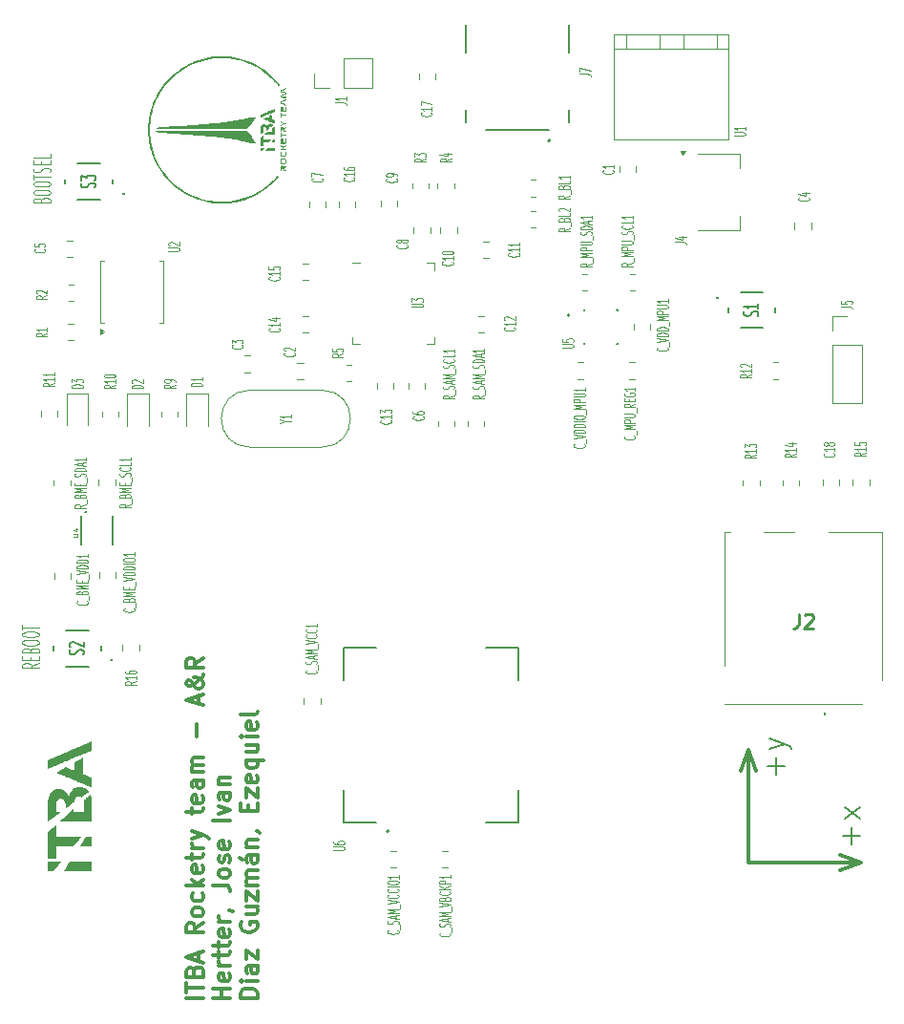
<source format=gto>
%TF.GenerationSoftware,KiCad,Pcbnew,9.0.1*%
%TF.CreationDate,2025-04-14T20:06:37-03:00*%
%TF.ProjectId,SRAD_computer,53524144-5f63-46f6-9d70-757465722e6b,rev?*%
%TF.SameCoordinates,Original*%
%TF.FileFunction,Legend,Top*%
%TF.FilePolarity,Positive*%
%FSLAX46Y46*%
G04 Gerber Fmt 4.6, Leading zero omitted, Abs format (unit mm)*
G04 Created by KiCad (PCBNEW 9.0.1) date 2025-04-14 20:06:37*
%MOMM*%
%LPD*%
G01*
G04 APERTURE LIST*
%ADD10C,0.300000*%
%ADD11C,0.200000*%
%ADD12C,0.125000*%
%ADD13C,0.175000*%
%ADD14C,0.080430*%
%ADD15C,0.254000*%
%ADD16C,0.120000*%
%ADD17C,0.000000*%
%ADD18C,0.127000*%
%ADD19C,0.100000*%
G04 APERTURE END LIST*
D10*
X123065960Y-100210615D02*
X122381920Y-102090000D01*
X123065960Y-100210615D02*
X123750000Y-102090000D01*
X133077980Y-110250308D02*
X131198595Y-110934348D01*
X133077980Y-110250308D02*
X131198595Y-109566268D01*
X123077980Y-110250308D02*
X133077980Y-110250308D01*
X123077980Y-110250308D02*
X123077980Y-100250308D01*
D11*
X132162933Y-108612231D02*
X132162933Y-107088422D01*
X132924838Y-107850326D02*
X131401028Y-107850326D01*
X132924838Y-106326517D02*
X131591504Y-105278898D01*
X131591504Y-106326517D02*
X132924838Y-105278898D01*
D12*
X60344214Y-51487764D02*
X60415642Y-51387764D01*
X60415642Y-51387764D02*
X60487071Y-51354430D01*
X60487071Y-51354430D02*
X60629928Y-51321097D01*
X60629928Y-51321097D02*
X60844214Y-51321097D01*
X60844214Y-51321097D02*
X60987071Y-51354430D01*
X60987071Y-51354430D02*
X61058500Y-51387764D01*
X61058500Y-51387764D02*
X61129928Y-51454430D01*
X61129928Y-51454430D02*
X61129928Y-51721097D01*
X61129928Y-51721097D02*
X59629928Y-51721097D01*
X59629928Y-51721097D02*
X59629928Y-51487764D01*
X59629928Y-51487764D02*
X59701357Y-51421097D01*
X59701357Y-51421097D02*
X59772785Y-51387764D01*
X59772785Y-51387764D02*
X59915642Y-51354430D01*
X59915642Y-51354430D02*
X60058500Y-51354430D01*
X60058500Y-51354430D02*
X60201357Y-51387764D01*
X60201357Y-51387764D02*
X60272785Y-51421097D01*
X60272785Y-51421097D02*
X60344214Y-51487764D01*
X60344214Y-51487764D02*
X60344214Y-51721097D01*
X59629928Y-50887764D02*
X59629928Y-50754430D01*
X59629928Y-50754430D02*
X59701357Y-50687764D01*
X59701357Y-50687764D02*
X59844214Y-50621097D01*
X59844214Y-50621097D02*
X60129928Y-50587764D01*
X60129928Y-50587764D02*
X60629928Y-50587764D01*
X60629928Y-50587764D02*
X60915642Y-50621097D01*
X60915642Y-50621097D02*
X61058500Y-50687764D01*
X61058500Y-50687764D02*
X61129928Y-50754430D01*
X61129928Y-50754430D02*
X61129928Y-50887764D01*
X61129928Y-50887764D02*
X61058500Y-50954430D01*
X61058500Y-50954430D02*
X60915642Y-51021097D01*
X60915642Y-51021097D02*
X60629928Y-51054430D01*
X60629928Y-51054430D02*
X60129928Y-51054430D01*
X60129928Y-51054430D02*
X59844214Y-51021097D01*
X59844214Y-51021097D02*
X59701357Y-50954430D01*
X59701357Y-50954430D02*
X59629928Y-50887764D01*
X59629928Y-50154431D02*
X59629928Y-50021097D01*
X59629928Y-50021097D02*
X59701357Y-49954431D01*
X59701357Y-49954431D02*
X59844214Y-49887764D01*
X59844214Y-49887764D02*
X60129928Y-49854431D01*
X60129928Y-49854431D02*
X60629928Y-49854431D01*
X60629928Y-49854431D02*
X60915642Y-49887764D01*
X60915642Y-49887764D02*
X61058500Y-49954431D01*
X61058500Y-49954431D02*
X61129928Y-50021097D01*
X61129928Y-50021097D02*
X61129928Y-50154431D01*
X61129928Y-50154431D02*
X61058500Y-50221097D01*
X61058500Y-50221097D02*
X60915642Y-50287764D01*
X60915642Y-50287764D02*
X60629928Y-50321097D01*
X60629928Y-50321097D02*
X60129928Y-50321097D01*
X60129928Y-50321097D02*
X59844214Y-50287764D01*
X59844214Y-50287764D02*
X59701357Y-50221097D01*
X59701357Y-50221097D02*
X59629928Y-50154431D01*
X59629928Y-49654431D02*
X59629928Y-49254431D01*
X61129928Y-49454431D02*
X59629928Y-49454431D01*
X61058500Y-49054431D02*
X61129928Y-48954431D01*
X61129928Y-48954431D02*
X61129928Y-48787765D01*
X61129928Y-48787765D02*
X61058500Y-48721098D01*
X61058500Y-48721098D02*
X60987071Y-48687765D01*
X60987071Y-48687765D02*
X60844214Y-48654431D01*
X60844214Y-48654431D02*
X60701357Y-48654431D01*
X60701357Y-48654431D02*
X60558500Y-48687765D01*
X60558500Y-48687765D02*
X60487071Y-48721098D01*
X60487071Y-48721098D02*
X60415642Y-48787765D01*
X60415642Y-48787765D02*
X60344214Y-48921098D01*
X60344214Y-48921098D02*
X60272785Y-48987765D01*
X60272785Y-48987765D02*
X60201357Y-49021098D01*
X60201357Y-49021098D02*
X60058500Y-49054431D01*
X60058500Y-49054431D02*
X59915642Y-49054431D01*
X59915642Y-49054431D02*
X59772785Y-49021098D01*
X59772785Y-49021098D02*
X59701357Y-48987765D01*
X59701357Y-48987765D02*
X59629928Y-48921098D01*
X59629928Y-48921098D02*
X59629928Y-48754431D01*
X59629928Y-48754431D02*
X59701357Y-48654431D01*
X60344214Y-48354431D02*
X60344214Y-48121098D01*
X61129928Y-48021098D02*
X61129928Y-48354431D01*
X61129928Y-48354431D02*
X59629928Y-48354431D01*
X59629928Y-48354431D02*
X59629928Y-48021098D01*
X61129928Y-47387765D02*
X61129928Y-47721098D01*
X61129928Y-47721098D02*
X59629928Y-47721098D01*
D11*
X125472933Y-102482231D02*
X125472933Y-100958422D01*
X126234838Y-101720326D02*
X124711028Y-101720326D01*
X124901504Y-100196517D02*
X126234838Y-99720327D01*
X124901504Y-99244136D02*
X126234838Y-99720327D01*
X126234838Y-99720327D02*
X126711028Y-99910803D01*
X126711028Y-99910803D02*
X126806266Y-100006041D01*
X126806266Y-100006041D02*
X126901504Y-100196517D01*
D12*
X60149928Y-92571097D02*
X59435642Y-92804430D01*
X60149928Y-92971097D02*
X58649928Y-92971097D01*
X58649928Y-92971097D02*
X58649928Y-92704430D01*
X58649928Y-92704430D02*
X58721357Y-92637764D01*
X58721357Y-92637764D02*
X58792785Y-92604430D01*
X58792785Y-92604430D02*
X58935642Y-92571097D01*
X58935642Y-92571097D02*
X59149928Y-92571097D01*
X59149928Y-92571097D02*
X59292785Y-92604430D01*
X59292785Y-92604430D02*
X59364214Y-92637764D01*
X59364214Y-92637764D02*
X59435642Y-92704430D01*
X59435642Y-92704430D02*
X59435642Y-92971097D01*
X59364214Y-92271097D02*
X59364214Y-92037764D01*
X60149928Y-91937764D02*
X60149928Y-92271097D01*
X60149928Y-92271097D02*
X58649928Y-92271097D01*
X58649928Y-92271097D02*
X58649928Y-91937764D01*
X59364214Y-91404431D02*
X59435642Y-91304431D01*
X59435642Y-91304431D02*
X59507071Y-91271097D01*
X59507071Y-91271097D02*
X59649928Y-91237764D01*
X59649928Y-91237764D02*
X59864214Y-91237764D01*
X59864214Y-91237764D02*
X60007071Y-91271097D01*
X60007071Y-91271097D02*
X60078500Y-91304431D01*
X60078500Y-91304431D02*
X60149928Y-91371097D01*
X60149928Y-91371097D02*
X60149928Y-91637764D01*
X60149928Y-91637764D02*
X58649928Y-91637764D01*
X58649928Y-91637764D02*
X58649928Y-91404431D01*
X58649928Y-91404431D02*
X58721357Y-91337764D01*
X58721357Y-91337764D02*
X58792785Y-91304431D01*
X58792785Y-91304431D02*
X58935642Y-91271097D01*
X58935642Y-91271097D02*
X59078500Y-91271097D01*
X59078500Y-91271097D02*
X59221357Y-91304431D01*
X59221357Y-91304431D02*
X59292785Y-91337764D01*
X59292785Y-91337764D02*
X59364214Y-91404431D01*
X59364214Y-91404431D02*
X59364214Y-91637764D01*
X58649928Y-90804431D02*
X58649928Y-90671097D01*
X58649928Y-90671097D02*
X58721357Y-90604431D01*
X58721357Y-90604431D02*
X58864214Y-90537764D01*
X58864214Y-90537764D02*
X59149928Y-90504431D01*
X59149928Y-90504431D02*
X59649928Y-90504431D01*
X59649928Y-90504431D02*
X59935642Y-90537764D01*
X59935642Y-90537764D02*
X60078500Y-90604431D01*
X60078500Y-90604431D02*
X60149928Y-90671097D01*
X60149928Y-90671097D02*
X60149928Y-90804431D01*
X60149928Y-90804431D02*
X60078500Y-90871097D01*
X60078500Y-90871097D02*
X59935642Y-90937764D01*
X59935642Y-90937764D02*
X59649928Y-90971097D01*
X59649928Y-90971097D02*
X59149928Y-90971097D01*
X59149928Y-90971097D02*
X58864214Y-90937764D01*
X58864214Y-90937764D02*
X58721357Y-90871097D01*
X58721357Y-90871097D02*
X58649928Y-90804431D01*
X58649928Y-90071098D02*
X58649928Y-89937764D01*
X58649928Y-89937764D02*
X58721357Y-89871098D01*
X58721357Y-89871098D02*
X58864214Y-89804431D01*
X58864214Y-89804431D02*
X59149928Y-89771098D01*
X59149928Y-89771098D02*
X59649928Y-89771098D01*
X59649928Y-89771098D02*
X59935642Y-89804431D01*
X59935642Y-89804431D02*
X60078500Y-89871098D01*
X60078500Y-89871098D02*
X60149928Y-89937764D01*
X60149928Y-89937764D02*
X60149928Y-90071098D01*
X60149928Y-90071098D02*
X60078500Y-90137764D01*
X60078500Y-90137764D02*
X59935642Y-90204431D01*
X59935642Y-90204431D02*
X59649928Y-90237764D01*
X59649928Y-90237764D02*
X59149928Y-90237764D01*
X59149928Y-90237764D02*
X58864214Y-90204431D01*
X58864214Y-90204431D02*
X58721357Y-90137764D01*
X58721357Y-90137764D02*
X58649928Y-90071098D01*
X58649928Y-89571098D02*
X58649928Y-89171098D01*
X60149928Y-89371098D02*
X58649928Y-89371098D01*
D10*
X74680996Y-122225489D02*
X73180996Y-122225489D01*
X73180996Y-121725488D02*
X73180996Y-120868346D01*
X74680996Y-121296917D02*
X73180996Y-121296917D01*
X73895282Y-119868346D02*
X73966710Y-119654060D01*
X73966710Y-119654060D02*
X74038139Y-119582631D01*
X74038139Y-119582631D02*
X74180996Y-119511203D01*
X74180996Y-119511203D02*
X74395282Y-119511203D01*
X74395282Y-119511203D02*
X74538139Y-119582631D01*
X74538139Y-119582631D02*
X74609568Y-119654060D01*
X74609568Y-119654060D02*
X74680996Y-119796917D01*
X74680996Y-119796917D02*
X74680996Y-120368346D01*
X74680996Y-120368346D02*
X73180996Y-120368346D01*
X73180996Y-120368346D02*
X73180996Y-119868346D01*
X73180996Y-119868346D02*
X73252425Y-119725489D01*
X73252425Y-119725489D02*
X73323853Y-119654060D01*
X73323853Y-119654060D02*
X73466710Y-119582631D01*
X73466710Y-119582631D02*
X73609568Y-119582631D01*
X73609568Y-119582631D02*
X73752425Y-119654060D01*
X73752425Y-119654060D02*
X73823853Y-119725489D01*
X73823853Y-119725489D02*
X73895282Y-119868346D01*
X73895282Y-119868346D02*
X73895282Y-120368346D01*
X74252425Y-118939774D02*
X74252425Y-118225489D01*
X74680996Y-119082631D02*
X73180996Y-118582631D01*
X73180996Y-118582631D02*
X74680996Y-118082631D01*
X74680996Y-115582632D02*
X73966710Y-116082632D01*
X74680996Y-116439775D02*
X73180996Y-116439775D01*
X73180996Y-116439775D02*
X73180996Y-115868346D01*
X73180996Y-115868346D02*
X73252425Y-115725489D01*
X73252425Y-115725489D02*
X73323853Y-115654060D01*
X73323853Y-115654060D02*
X73466710Y-115582632D01*
X73466710Y-115582632D02*
X73680996Y-115582632D01*
X73680996Y-115582632D02*
X73823853Y-115654060D01*
X73823853Y-115654060D02*
X73895282Y-115725489D01*
X73895282Y-115725489D02*
X73966710Y-115868346D01*
X73966710Y-115868346D02*
X73966710Y-116439775D01*
X74680996Y-114725489D02*
X74609568Y-114868346D01*
X74609568Y-114868346D02*
X74538139Y-114939775D01*
X74538139Y-114939775D02*
X74395282Y-115011203D01*
X74395282Y-115011203D02*
X73966710Y-115011203D01*
X73966710Y-115011203D02*
X73823853Y-114939775D01*
X73823853Y-114939775D02*
X73752425Y-114868346D01*
X73752425Y-114868346D02*
X73680996Y-114725489D01*
X73680996Y-114725489D02*
X73680996Y-114511203D01*
X73680996Y-114511203D02*
X73752425Y-114368346D01*
X73752425Y-114368346D02*
X73823853Y-114296918D01*
X73823853Y-114296918D02*
X73966710Y-114225489D01*
X73966710Y-114225489D02*
X74395282Y-114225489D01*
X74395282Y-114225489D02*
X74538139Y-114296918D01*
X74538139Y-114296918D02*
X74609568Y-114368346D01*
X74609568Y-114368346D02*
X74680996Y-114511203D01*
X74680996Y-114511203D02*
X74680996Y-114725489D01*
X74609568Y-112939775D02*
X74680996Y-113082632D01*
X74680996Y-113082632D02*
X74680996Y-113368346D01*
X74680996Y-113368346D02*
X74609568Y-113511203D01*
X74609568Y-113511203D02*
X74538139Y-113582632D01*
X74538139Y-113582632D02*
X74395282Y-113654060D01*
X74395282Y-113654060D02*
X73966710Y-113654060D01*
X73966710Y-113654060D02*
X73823853Y-113582632D01*
X73823853Y-113582632D02*
X73752425Y-113511203D01*
X73752425Y-113511203D02*
X73680996Y-113368346D01*
X73680996Y-113368346D02*
X73680996Y-113082632D01*
X73680996Y-113082632D02*
X73752425Y-112939775D01*
X74680996Y-112296918D02*
X73180996Y-112296918D01*
X74109568Y-112154061D02*
X74680996Y-111725489D01*
X73680996Y-111725489D02*
X74252425Y-112296918D01*
X74609568Y-110511203D02*
X74680996Y-110654060D01*
X74680996Y-110654060D02*
X74680996Y-110939775D01*
X74680996Y-110939775D02*
X74609568Y-111082632D01*
X74609568Y-111082632D02*
X74466710Y-111154060D01*
X74466710Y-111154060D02*
X73895282Y-111154060D01*
X73895282Y-111154060D02*
X73752425Y-111082632D01*
X73752425Y-111082632D02*
X73680996Y-110939775D01*
X73680996Y-110939775D02*
X73680996Y-110654060D01*
X73680996Y-110654060D02*
X73752425Y-110511203D01*
X73752425Y-110511203D02*
X73895282Y-110439775D01*
X73895282Y-110439775D02*
X74038139Y-110439775D01*
X74038139Y-110439775D02*
X74180996Y-111154060D01*
X73680996Y-110011203D02*
X73680996Y-109439775D01*
X73180996Y-109796918D02*
X74466710Y-109796918D01*
X74466710Y-109796918D02*
X74609568Y-109725489D01*
X74609568Y-109725489D02*
X74680996Y-109582632D01*
X74680996Y-109582632D02*
X74680996Y-109439775D01*
X74680996Y-108939775D02*
X73680996Y-108939775D01*
X73966710Y-108939775D02*
X73823853Y-108868346D01*
X73823853Y-108868346D02*
X73752425Y-108796918D01*
X73752425Y-108796918D02*
X73680996Y-108654060D01*
X73680996Y-108654060D02*
X73680996Y-108511203D01*
X73680996Y-108154061D02*
X74680996Y-107796918D01*
X73680996Y-107439775D02*
X74680996Y-107796918D01*
X74680996Y-107796918D02*
X75038139Y-107939775D01*
X75038139Y-107939775D02*
X75109568Y-108011204D01*
X75109568Y-108011204D02*
X75180996Y-108154061D01*
X73680996Y-105939775D02*
X73680996Y-105368347D01*
X73180996Y-105725490D02*
X74466710Y-105725490D01*
X74466710Y-105725490D02*
X74609568Y-105654061D01*
X74609568Y-105654061D02*
X74680996Y-105511204D01*
X74680996Y-105511204D02*
X74680996Y-105368347D01*
X74609568Y-104296918D02*
X74680996Y-104439775D01*
X74680996Y-104439775D02*
X74680996Y-104725490D01*
X74680996Y-104725490D02*
X74609568Y-104868347D01*
X74609568Y-104868347D02*
X74466710Y-104939775D01*
X74466710Y-104939775D02*
X73895282Y-104939775D01*
X73895282Y-104939775D02*
X73752425Y-104868347D01*
X73752425Y-104868347D02*
X73680996Y-104725490D01*
X73680996Y-104725490D02*
X73680996Y-104439775D01*
X73680996Y-104439775D02*
X73752425Y-104296918D01*
X73752425Y-104296918D02*
X73895282Y-104225490D01*
X73895282Y-104225490D02*
X74038139Y-104225490D01*
X74038139Y-104225490D02*
X74180996Y-104939775D01*
X74680996Y-102939776D02*
X73895282Y-102939776D01*
X73895282Y-102939776D02*
X73752425Y-103011204D01*
X73752425Y-103011204D02*
X73680996Y-103154061D01*
X73680996Y-103154061D02*
X73680996Y-103439776D01*
X73680996Y-103439776D02*
X73752425Y-103582633D01*
X74609568Y-102939776D02*
X74680996Y-103082633D01*
X74680996Y-103082633D02*
X74680996Y-103439776D01*
X74680996Y-103439776D02*
X74609568Y-103582633D01*
X74609568Y-103582633D02*
X74466710Y-103654061D01*
X74466710Y-103654061D02*
X74323853Y-103654061D01*
X74323853Y-103654061D02*
X74180996Y-103582633D01*
X74180996Y-103582633D02*
X74109568Y-103439776D01*
X74109568Y-103439776D02*
X74109568Y-103082633D01*
X74109568Y-103082633D02*
X74038139Y-102939776D01*
X74680996Y-102225490D02*
X73680996Y-102225490D01*
X73823853Y-102225490D02*
X73752425Y-102154061D01*
X73752425Y-102154061D02*
X73680996Y-102011204D01*
X73680996Y-102011204D02*
X73680996Y-101796918D01*
X73680996Y-101796918D02*
X73752425Y-101654061D01*
X73752425Y-101654061D02*
X73895282Y-101582633D01*
X73895282Y-101582633D02*
X74680996Y-101582633D01*
X73895282Y-101582633D02*
X73752425Y-101511204D01*
X73752425Y-101511204D02*
X73680996Y-101368347D01*
X73680996Y-101368347D02*
X73680996Y-101154061D01*
X73680996Y-101154061D02*
X73752425Y-101011204D01*
X73752425Y-101011204D02*
X73895282Y-100939775D01*
X73895282Y-100939775D02*
X74680996Y-100939775D01*
X74109568Y-99082633D02*
X74109568Y-97939776D01*
X74252425Y-96154061D02*
X74252425Y-95439776D01*
X74680996Y-96296918D02*
X73180996Y-95796918D01*
X73180996Y-95796918D02*
X74680996Y-95296918D01*
X74680996Y-93582633D02*
X74680996Y-93654062D01*
X74680996Y-93654062D02*
X74609568Y-93796919D01*
X74609568Y-93796919D02*
X74395282Y-94011204D01*
X74395282Y-94011204D02*
X73966710Y-94368347D01*
X73966710Y-94368347D02*
X73752425Y-94511204D01*
X73752425Y-94511204D02*
X73538139Y-94582633D01*
X73538139Y-94582633D02*
X73395282Y-94582633D01*
X73395282Y-94582633D02*
X73252425Y-94511204D01*
X73252425Y-94511204D02*
X73180996Y-94368347D01*
X73180996Y-94368347D02*
X73180996Y-94296919D01*
X73180996Y-94296919D02*
X73252425Y-94154062D01*
X73252425Y-94154062D02*
X73395282Y-94082633D01*
X73395282Y-94082633D02*
X73466710Y-94082633D01*
X73466710Y-94082633D02*
X73609568Y-94154062D01*
X73609568Y-94154062D02*
X73680996Y-94225490D01*
X73680996Y-94225490D02*
X73966710Y-94654062D01*
X73966710Y-94654062D02*
X74038139Y-94725490D01*
X74038139Y-94725490D02*
X74180996Y-94796919D01*
X74180996Y-94796919D02*
X74395282Y-94796919D01*
X74395282Y-94796919D02*
X74538139Y-94725490D01*
X74538139Y-94725490D02*
X74609568Y-94654062D01*
X74609568Y-94654062D02*
X74680996Y-94511204D01*
X74680996Y-94511204D02*
X74680996Y-94296919D01*
X74680996Y-94296919D02*
X74609568Y-94154062D01*
X74609568Y-94154062D02*
X74538139Y-94082633D01*
X74538139Y-94082633D02*
X74252425Y-93868347D01*
X74252425Y-93868347D02*
X74038139Y-93796919D01*
X74038139Y-93796919D02*
X73895282Y-93796919D01*
X74680996Y-92082633D02*
X73966710Y-92582633D01*
X74680996Y-92939776D02*
X73180996Y-92939776D01*
X73180996Y-92939776D02*
X73180996Y-92368347D01*
X73180996Y-92368347D02*
X73252425Y-92225490D01*
X73252425Y-92225490D02*
X73323853Y-92154061D01*
X73323853Y-92154061D02*
X73466710Y-92082633D01*
X73466710Y-92082633D02*
X73680996Y-92082633D01*
X73680996Y-92082633D02*
X73823853Y-92154061D01*
X73823853Y-92154061D02*
X73895282Y-92225490D01*
X73895282Y-92225490D02*
X73966710Y-92368347D01*
X73966710Y-92368347D02*
X73966710Y-92939776D01*
X77095912Y-122225489D02*
X75595912Y-122225489D01*
X76310198Y-122225489D02*
X76310198Y-121368346D01*
X77095912Y-121368346D02*
X75595912Y-121368346D01*
X77024484Y-120082631D02*
X77095912Y-120225488D01*
X77095912Y-120225488D02*
X77095912Y-120511203D01*
X77095912Y-120511203D02*
X77024484Y-120654060D01*
X77024484Y-120654060D02*
X76881626Y-120725488D01*
X76881626Y-120725488D02*
X76310198Y-120725488D01*
X76310198Y-120725488D02*
X76167341Y-120654060D01*
X76167341Y-120654060D02*
X76095912Y-120511203D01*
X76095912Y-120511203D02*
X76095912Y-120225488D01*
X76095912Y-120225488D02*
X76167341Y-120082631D01*
X76167341Y-120082631D02*
X76310198Y-120011203D01*
X76310198Y-120011203D02*
X76453055Y-120011203D01*
X76453055Y-120011203D02*
X76595912Y-120725488D01*
X77095912Y-119368346D02*
X76095912Y-119368346D01*
X76381626Y-119368346D02*
X76238769Y-119296917D01*
X76238769Y-119296917D02*
X76167341Y-119225489D01*
X76167341Y-119225489D02*
X76095912Y-119082631D01*
X76095912Y-119082631D02*
X76095912Y-118939774D01*
X76095912Y-118654060D02*
X76095912Y-118082632D01*
X75595912Y-118439775D02*
X76881626Y-118439775D01*
X76881626Y-118439775D02*
X77024484Y-118368346D01*
X77024484Y-118368346D02*
X77095912Y-118225489D01*
X77095912Y-118225489D02*
X77095912Y-118082632D01*
X76095912Y-117796917D02*
X76095912Y-117225489D01*
X75595912Y-117582632D02*
X76881626Y-117582632D01*
X76881626Y-117582632D02*
X77024484Y-117511203D01*
X77024484Y-117511203D02*
X77095912Y-117368346D01*
X77095912Y-117368346D02*
X77095912Y-117225489D01*
X77024484Y-116154060D02*
X77095912Y-116296917D01*
X77095912Y-116296917D02*
X77095912Y-116582632D01*
X77095912Y-116582632D02*
X77024484Y-116725489D01*
X77024484Y-116725489D02*
X76881626Y-116796917D01*
X76881626Y-116796917D02*
X76310198Y-116796917D01*
X76310198Y-116796917D02*
X76167341Y-116725489D01*
X76167341Y-116725489D02*
X76095912Y-116582632D01*
X76095912Y-116582632D02*
X76095912Y-116296917D01*
X76095912Y-116296917D02*
X76167341Y-116154060D01*
X76167341Y-116154060D02*
X76310198Y-116082632D01*
X76310198Y-116082632D02*
X76453055Y-116082632D01*
X76453055Y-116082632D02*
X76595912Y-116796917D01*
X77095912Y-115439775D02*
X76095912Y-115439775D01*
X76381626Y-115439775D02*
X76238769Y-115368346D01*
X76238769Y-115368346D02*
X76167341Y-115296918D01*
X76167341Y-115296918D02*
X76095912Y-115154060D01*
X76095912Y-115154060D02*
X76095912Y-115011203D01*
X77024484Y-114439775D02*
X77095912Y-114439775D01*
X77095912Y-114439775D02*
X77238769Y-114511204D01*
X77238769Y-114511204D02*
X77310198Y-114582632D01*
X75595912Y-112225489D02*
X76667341Y-112225489D01*
X76667341Y-112225489D02*
X76881626Y-112296918D01*
X76881626Y-112296918D02*
X77024484Y-112439775D01*
X77024484Y-112439775D02*
X77095912Y-112654061D01*
X77095912Y-112654061D02*
X77095912Y-112796918D01*
X77095912Y-111296918D02*
X77024484Y-111439775D01*
X77024484Y-111439775D02*
X76953055Y-111511204D01*
X76953055Y-111511204D02*
X76810198Y-111582632D01*
X76810198Y-111582632D02*
X76381626Y-111582632D01*
X76381626Y-111582632D02*
X76238769Y-111511204D01*
X76238769Y-111511204D02*
X76167341Y-111439775D01*
X76167341Y-111439775D02*
X76095912Y-111296918D01*
X76095912Y-111296918D02*
X76095912Y-111082632D01*
X76095912Y-111082632D02*
X76167341Y-110939775D01*
X76167341Y-110939775D02*
X76238769Y-110868347D01*
X76238769Y-110868347D02*
X76381626Y-110796918D01*
X76381626Y-110796918D02*
X76810198Y-110796918D01*
X76810198Y-110796918D02*
X76953055Y-110868347D01*
X76953055Y-110868347D02*
X77024484Y-110939775D01*
X77024484Y-110939775D02*
X77095912Y-111082632D01*
X77095912Y-111082632D02*
X77095912Y-111296918D01*
X77024484Y-110225489D02*
X77095912Y-110082632D01*
X77095912Y-110082632D02*
X77095912Y-109796918D01*
X77095912Y-109796918D02*
X77024484Y-109654061D01*
X77024484Y-109654061D02*
X76881626Y-109582632D01*
X76881626Y-109582632D02*
X76810198Y-109582632D01*
X76810198Y-109582632D02*
X76667341Y-109654061D01*
X76667341Y-109654061D02*
X76595912Y-109796918D01*
X76595912Y-109796918D02*
X76595912Y-110011204D01*
X76595912Y-110011204D02*
X76524484Y-110154061D01*
X76524484Y-110154061D02*
X76381626Y-110225489D01*
X76381626Y-110225489D02*
X76310198Y-110225489D01*
X76310198Y-110225489D02*
X76167341Y-110154061D01*
X76167341Y-110154061D02*
X76095912Y-110011204D01*
X76095912Y-110011204D02*
X76095912Y-109796918D01*
X76095912Y-109796918D02*
X76167341Y-109654061D01*
X77024484Y-108368346D02*
X77095912Y-108511203D01*
X77095912Y-108511203D02*
X77095912Y-108796918D01*
X77095912Y-108796918D02*
X77024484Y-108939775D01*
X77024484Y-108939775D02*
X76881626Y-109011203D01*
X76881626Y-109011203D02*
X76310198Y-109011203D01*
X76310198Y-109011203D02*
X76167341Y-108939775D01*
X76167341Y-108939775D02*
X76095912Y-108796918D01*
X76095912Y-108796918D02*
X76095912Y-108511203D01*
X76095912Y-108511203D02*
X76167341Y-108368346D01*
X76167341Y-108368346D02*
X76310198Y-108296918D01*
X76310198Y-108296918D02*
X76453055Y-108296918D01*
X76453055Y-108296918D02*
X76595912Y-109011203D01*
X77095912Y-106511204D02*
X75595912Y-106511204D01*
X76095912Y-105939775D02*
X77095912Y-105582632D01*
X77095912Y-105582632D02*
X76095912Y-105225489D01*
X77095912Y-104011204D02*
X76310198Y-104011204D01*
X76310198Y-104011204D02*
X76167341Y-104082632D01*
X76167341Y-104082632D02*
X76095912Y-104225489D01*
X76095912Y-104225489D02*
X76095912Y-104511204D01*
X76095912Y-104511204D02*
X76167341Y-104654061D01*
X77024484Y-104011204D02*
X77095912Y-104154061D01*
X77095912Y-104154061D02*
X77095912Y-104511204D01*
X77095912Y-104511204D02*
X77024484Y-104654061D01*
X77024484Y-104654061D02*
X76881626Y-104725489D01*
X76881626Y-104725489D02*
X76738769Y-104725489D01*
X76738769Y-104725489D02*
X76595912Y-104654061D01*
X76595912Y-104654061D02*
X76524484Y-104511204D01*
X76524484Y-104511204D02*
X76524484Y-104154061D01*
X76524484Y-104154061D02*
X76453055Y-104011204D01*
X76095912Y-103296918D02*
X77095912Y-103296918D01*
X76238769Y-103296918D02*
X76167341Y-103225489D01*
X76167341Y-103225489D02*
X76095912Y-103082632D01*
X76095912Y-103082632D02*
X76095912Y-102868346D01*
X76095912Y-102868346D02*
X76167341Y-102725489D01*
X76167341Y-102725489D02*
X76310198Y-102654061D01*
X76310198Y-102654061D02*
X77095912Y-102654061D01*
X79510828Y-122225489D02*
X78010828Y-122225489D01*
X78010828Y-122225489D02*
X78010828Y-121868346D01*
X78010828Y-121868346D02*
X78082257Y-121654060D01*
X78082257Y-121654060D02*
X78225114Y-121511203D01*
X78225114Y-121511203D02*
X78367971Y-121439774D01*
X78367971Y-121439774D02*
X78653685Y-121368346D01*
X78653685Y-121368346D02*
X78867971Y-121368346D01*
X78867971Y-121368346D02*
X79153685Y-121439774D01*
X79153685Y-121439774D02*
X79296542Y-121511203D01*
X79296542Y-121511203D02*
X79439400Y-121654060D01*
X79439400Y-121654060D02*
X79510828Y-121868346D01*
X79510828Y-121868346D02*
X79510828Y-122225489D01*
X79510828Y-120725489D02*
X78510828Y-120725489D01*
X78010828Y-120725489D02*
X78082257Y-120796917D01*
X78082257Y-120796917D02*
X78153685Y-120725489D01*
X78153685Y-120725489D02*
X78082257Y-120654060D01*
X78082257Y-120654060D02*
X78010828Y-120725489D01*
X78010828Y-120725489D02*
X78153685Y-120725489D01*
X79510828Y-119368346D02*
X78725114Y-119368346D01*
X78725114Y-119368346D02*
X78582257Y-119439774D01*
X78582257Y-119439774D02*
X78510828Y-119582631D01*
X78510828Y-119582631D02*
X78510828Y-119868346D01*
X78510828Y-119868346D02*
X78582257Y-120011203D01*
X79439400Y-119368346D02*
X79510828Y-119511203D01*
X79510828Y-119511203D02*
X79510828Y-119868346D01*
X79510828Y-119868346D02*
X79439400Y-120011203D01*
X79439400Y-120011203D02*
X79296542Y-120082631D01*
X79296542Y-120082631D02*
X79153685Y-120082631D01*
X79153685Y-120082631D02*
X79010828Y-120011203D01*
X79010828Y-120011203D02*
X78939400Y-119868346D01*
X78939400Y-119868346D02*
X78939400Y-119511203D01*
X78939400Y-119511203D02*
X78867971Y-119368346D01*
X78510828Y-118796917D02*
X78510828Y-118011203D01*
X78510828Y-118011203D02*
X79510828Y-118796917D01*
X79510828Y-118796917D02*
X79510828Y-118011203D01*
X78082257Y-115511202D02*
X78010828Y-115654060D01*
X78010828Y-115654060D02*
X78010828Y-115868345D01*
X78010828Y-115868345D02*
X78082257Y-116082631D01*
X78082257Y-116082631D02*
X78225114Y-116225488D01*
X78225114Y-116225488D02*
X78367971Y-116296917D01*
X78367971Y-116296917D02*
X78653685Y-116368345D01*
X78653685Y-116368345D02*
X78867971Y-116368345D01*
X78867971Y-116368345D02*
X79153685Y-116296917D01*
X79153685Y-116296917D02*
X79296542Y-116225488D01*
X79296542Y-116225488D02*
X79439400Y-116082631D01*
X79439400Y-116082631D02*
X79510828Y-115868345D01*
X79510828Y-115868345D02*
X79510828Y-115725488D01*
X79510828Y-115725488D02*
X79439400Y-115511202D01*
X79439400Y-115511202D02*
X79367971Y-115439774D01*
X79367971Y-115439774D02*
X78867971Y-115439774D01*
X78867971Y-115439774D02*
X78867971Y-115725488D01*
X78510828Y-114154060D02*
X79510828Y-114154060D01*
X78510828Y-114796917D02*
X79296542Y-114796917D01*
X79296542Y-114796917D02*
X79439400Y-114725488D01*
X79439400Y-114725488D02*
X79510828Y-114582631D01*
X79510828Y-114582631D02*
X79510828Y-114368345D01*
X79510828Y-114368345D02*
X79439400Y-114225488D01*
X79439400Y-114225488D02*
X79367971Y-114154060D01*
X78510828Y-113582631D02*
X78510828Y-112796917D01*
X78510828Y-112796917D02*
X79510828Y-113582631D01*
X79510828Y-113582631D02*
X79510828Y-112796917D01*
X79510828Y-112225488D02*
X78510828Y-112225488D01*
X78653685Y-112225488D02*
X78582257Y-112154059D01*
X78582257Y-112154059D02*
X78510828Y-112011202D01*
X78510828Y-112011202D02*
X78510828Y-111796916D01*
X78510828Y-111796916D02*
X78582257Y-111654059D01*
X78582257Y-111654059D02*
X78725114Y-111582631D01*
X78725114Y-111582631D02*
X79510828Y-111582631D01*
X78725114Y-111582631D02*
X78582257Y-111511202D01*
X78582257Y-111511202D02*
X78510828Y-111368345D01*
X78510828Y-111368345D02*
X78510828Y-111154059D01*
X78510828Y-111154059D02*
X78582257Y-111011202D01*
X78582257Y-111011202D02*
X78725114Y-110939773D01*
X78725114Y-110939773D02*
X79510828Y-110939773D01*
X79510828Y-109582631D02*
X78725114Y-109582631D01*
X78725114Y-109582631D02*
X78582257Y-109654059D01*
X78582257Y-109654059D02*
X78510828Y-109796916D01*
X78510828Y-109796916D02*
X78510828Y-110082631D01*
X78510828Y-110082631D02*
X78582257Y-110225488D01*
X79439400Y-109582631D02*
X79510828Y-109725488D01*
X79510828Y-109725488D02*
X79510828Y-110082631D01*
X79510828Y-110082631D02*
X79439400Y-110225488D01*
X79439400Y-110225488D02*
X79296542Y-110296916D01*
X79296542Y-110296916D02*
X79153685Y-110296916D01*
X79153685Y-110296916D02*
X79010828Y-110225488D01*
X79010828Y-110225488D02*
X78939400Y-110082631D01*
X78939400Y-110082631D02*
X78939400Y-109725488D01*
X78939400Y-109725488D02*
X78867971Y-109582631D01*
X77939400Y-109796916D02*
X78153685Y-110011202D01*
X78510828Y-108868345D02*
X79510828Y-108868345D01*
X78653685Y-108868345D02*
X78582257Y-108796916D01*
X78582257Y-108796916D02*
X78510828Y-108654059D01*
X78510828Y-108654059D02*
X78510828Y-108439773D01*
X78510828Y-108439773D02*
X78582257Y-108296916D01*
X78582257Y-108296916D02*
X78725114Y-108225488D01*
X78725114Y-108225488D02*
X79510828Y-108225488D01*
X79439400Y-107439773D02*
X79510828Y-107439773D01*
X79510828Y-107439773D02*
X79653685Y-107511202D01*
X79653685Y-107511202D02*
X79725114Y-107582630D01*
X78725114Y-105654059D02*
X78725114Y-105154059D01*
X79510828Y-104939773D02*
X79510828Y-105654059D01*
X79510828Y-105654059D02*
X78010828Y-105654059D01*
X78010828Y-105654059D02*
X78010828Y-104939773D01*
X78510828Y-104439773D02*
X78510828Y-103654059D01*
X78510828Y-103654059D02*
X79510828Y-104439773D01*
X79510828Y-104439773D02*
X79510828Y-103654059D01*
X79439400Y-102511201D02*
X79510828Y-102654058D01*
X79510828Y-102654058D02*
X79510828Y-102939773D01*
X79510828Y-102939773D02*
X79439400Y-103082630D01*
X79439400Y-103082630D02*
X79296542Y-103154058D01*
X79296542Y-103154058D02*
X78725114Y-103154058D01*
X78725114Y-103154058D02*
X78582257Y-103082630D01*
X78582257Y-103082630D02*
X78510828Y-102939773D01*
X78510828Y-102939773D02*
X78510828Y-102654058D01*
X78510828Y-102654058D02*
X78582257Y-102511201D01*
X78582257Y-102511201D02*
X78725114Y-102439773D01*
X78725114Y-102439773D02*
X78867971Y-102439773D01*
X78867971Y-102439773D02*
X79010828Y-103154058D01*
X78510828Y-101154059D02*
X80010828Y-101154059D01*
X79439400Y-101154059D02*
X79510828Y-101296916D01*
X79510828Y-101296916D02*
X79510828Y-101582630D01*
X79510828Y-101582630D02*
X79439400Y-101725487D01*
X79439400Y-101725487D02*
X79367971Y-101796916D01*
X79367971Y-101796916D02*
X79225114Y-101868344D01*
X79225114Y-101868344D02*
X78796542Y-101868344D01*
X78796542Y-101868344D02*
X78653685Y-101796916D01*
X78653685Y-101796916D02*
X78582257Y-101725487D01*
X78582257Y-101725487D02*
X78510828Y-101582630D01*
X78510828Y-101582630D02*
X78510828Y-101296916D01*
X78510828Y-101296916D02*
X78582257Y-101154059D01*
X78510828Y-99796916D02*
X79510828Y-99796916D01*
X78510828Y-100439773D02*
X79296542Y-100439773D01*
X79296542Y-100439773D02*
X79439400Y-100368344D01*
X79439400Y-100368344D02*
X79510828Y-100225487D01*
X79510828Y-100225487D02*
X79510828Y-100011201D01*
X79510828Y-100011201D02*
X79439400Y-99868344D01*
X79439400Y-99868344D02*
X79367971Y-99796916D01*
X79510828Y-99082630D02*
X78510828Y-99082630D01*
X78010828Y-99082630D02*
X78082257Y-99154058D01*
X78082257Y-99154058D02*
X78153685Y-99082630D01*
X78153685Y-99082630D02*
X78082257Y-99011201D01*
X78082257Y-99011201D02*
X78010828Y-99082630D01*
X78010828Y-99082630D02*
X78153685Y-99082630D01*
X79439400Y-97796915D02*
X79510828Y-97939772D01*
X79510828Y-97939772D02*
X79510828Y-98225487D01*
X79510828Y-98225487D02*
X79439400Y-98368344D01*
X79439400Y-98368344D02*
X79296542Y-98439772D01*
X79296542Y-98439772D02*
X78725114Y-98439772D01*
X78725114Y-98439772D02*
X78582257Y-98368344D01*
X78582257Y-98368344D02*
X78510828Y-98225487D01*
X78510828Y-98225487D02*
X78510828Y-97939772D01*
X78510828Y-97939772D02*
X78582257Y-97796915D01*
X78582257Y-97796915D02*
X78725114Y-97725487D01*
X78725114Y-97725487D02*
X78867971Y-97725487D01*
X78867971Y-97725487D02*
X79010828Y-98439772D01*
X79510828Y-96868344D02*
X79439400Y-97011201D01*
X79439400Y-97011201D02*
X79296542Y-97082630D01*
X79296542Y-97082630D02*
X78010828Y-97082630D01*
D12*
X69336119Y-68192031D02*
X68336119Y-68192031D01*
X68336119Y-68192031D02*
X68336119Y-68072983D01*
X68336119Y-68072983D02*
X68383738Y-68001555D01*
X68383738Y-68001555D02*
X68478976Y-67953936D01*
X68478976Y-67953936D02*
X68574214Y-67930126D01*
X68574214Y-67930126D02*
X68764690Y-67906317D01*
X68764690Y-67906317D02*
X68907547Y-67906317D01*
X68907547Y-67906317D02*
X69098023Y-67930126D01*
X69098023Y-67930126D02*
X69193261Y-67953936D01*
X69193261Y-67953936D02*
X69288500Y-68001555D01*
X69288500Y-68001555D02*
X69336119Y-68072983D01*
X69336119Y-68072983D02*
X69336119Y-68192031D01*
X68431357Y-67715840D02*
X68383738Y-67692031D01*
X68383738Y-67692031D02*
X68336119Y-67644412D01*
X68336119Y-67644412D02*
X68336119Y-67525364D01*
X68336119Y-67525364D02*
X68383738Y-67477745D01*
X68383738Y-67477745D02*
X68431357Y-67453936D01*
X68431357Y-67453936D02*
X68526595Y-67430126D01*
X68526595Y-67430126D02*
X68621833Y-67430126D01*
X68621833Y-67430126D02*
X68764690Y-67453936D01*
X68764690Y-67453936D02*
X69336119Y-67739650D01*
X69336119Y-67739650D02*
X69336119Y-67430126D01*
X68541587Y-87697619D02*
X68589207Y-87721428D01*
X68589207Y-87721428D02*
X68636826Y-87792857D01*
X68636826Y-87792857D02*
X68636826Y-87840476D01*
X68636826Y-87840476D02*
X68589207Y-87911904D01*
X68589207Y-87911904D02*
X68493968Y-87959523D01*
X68493968Y-87959523D02*
X68398730Y-87983333D01*
X68398730Y-87983333D02*
X68208254Y-88007142D01*
X68208254Y-88007142D02*
X68065397Y-88007142D01*
X68065397Y-88007142D02*
X67874921Y-87983333D01*
X67874921Y-87983333D02*
X67779683Y-87959523D01*
X67779683Y-87959523D02*
X67684445Y-87911904D01*
X67684445Y-87911904D02*
X67636826Y-87840476D01*
X67636826Y-87840476D02*
X67636826Y-87792857D01*
X67636826Y-87792857D02*
X67684445Y-87721428D01*
X67684445Y-87721428D02*
X67732064Y-87697619D01*
X68732064Y-87602381D02*
X68732064Y-87221428D01*
X68113016Y-86935714D02*
X68160635Y-86864286D01*
X68160635Y-86864286D02*
X68208254Y-86840476D01*
X68208254Y-86840476D02*
X68303492Y-86816667D01*
X68303492Y-86816667D02*
X68446349Y-86816667D01*
X68446349Y-86816667D02*
X68541587Y-86840476D01*
X68541587Y-86840476D02*
X68589207Y-86864286D01*
X68589207Y-86864286D02*
X68636826Y-86911905D01*
X68636826Y-86911905D02*
X68636826Y-87102381D01*
X68636826Y-87102381D02*
X67636826Y-87102381D01*
X67636826Y-87102381D02*
X67636826Y-86935714D01*
X67636826Y-86935714D02*
X67684445Y-86888095D01*
X67684445Y-86888095D02*
X67732064Y-86864286D01*
X67732064Y-86864286D02*
X67827302Y-86840476D01*
X67827302Y-86840476D02*
X67922540Y-86840476D01*
X67922540Y-86840476D02*
X68017778Y-86864286D01*
X68017778Y-86864286D02*
X68065397Y-86888095D01*
X68065397Y-86888095D02*
X68113016Y-86935714D01*
X68113016Y-86935714D02*
X68113016Y-87102381D01*
X68636826Y-86602381D02*
X67636826Y-86602381D01*
X67636826Y-86602381D02*
X68351111Y-86435714D01*
X68351111Y-86435714D02*
X67636826Y-86269048D01*
X67636826Y-86269048D02*
X68636826Y-86269048D01*
X68113016Y-86030952D02*
X68113016Y-85864285D01*
X68636826Y-85792857D02*
X68636826Y-86030952D01*
X68636826Y-86030952D02*
X67636826Y-86030952D01*
X67636826Y-86030952D02*
X67636826Y-85792857D01*
X68732064Y-85697619D02*
X68732064Y-85316666D01*
X67636826Y-85269047D02*
X68636826Y-85102381D01*
X68636826Y-85102381D02*
X67636826Y-84935714D01*
X68636826Y-84769048D02*
X67636826Y-84769048D01*
X67636826Y-84769048D02*
X67636826Y-84650000D01*
X67636826Y-84650000D02*
X67684445Y-84578572D01*
X67684445Y-84578572D02*
X67779683Y-84530953D01*
X67779683Y-84530953D02*
X67874921Y-84507143D01*
X67874921Y-84507143D02*
X68065397Y-84483334D01*
X68065397Y-84483334D02*
X68208254Y-84483334D01*
X68208254Y-84483334D02*
X68398730Y-84507143D01*
X68398730Y-84507143D02*
X68493968Y-84530953D01*
X68493968Y-84530953D02*
X68589207Y-84578572D01*
X68589207Y-84578572D02*
X68636826Y-84650000D01*
X68636826Y-84650000D02*
X68636826Y-84769048D01*
X68636826Y-84269048D02*
X67636826Y-84269048D01*
X67636826Y-84269048D02*
X67636826Y-84150000D01*
X67636826Y-84150000D02*
X67684445Y-84078572D01*
X67684445Y-84078572D02*
X67779683Y-84030953D01*
X67779683Y-84030953D02*
X67874921Y-84007143D01*
X67874921Y-84007143D02*
X68065397Y-83983334D01*
X68065397Y-83983334D02*
X68208254Y-83983334D01*
X68208254Y-83983334D02*
X68398730Y-84007143D01*
X68398730Y-84007143D02*
X68493968Y-84030953D01*
X68493968Y-84030953D02*
X68589207Y-84078572D01*
X68589207Y-84078572D02*
X68636826Y-84150000D01*
X68636826Y-84150000D02*
X68636826Y-84269048D01*
X68636826Y-83769048D02*
X67636826Y-83769048D01*
X67636826Y-83435715D02*
X67636826Y-83340477D01*
X67636826Y-83340477D02*
X67684445Y-83292858D01*
X67684445Y-83292858D02*
X67779683Y-83245239D01*
X67779683Y-83245239D02*
X67970159Y-83221429D01*
X67970159Y-83221429D02*
X68303492Y-83221429D01*
X68303492Y-83221429D02*
X68493968Y-83245239D01*
X68493968Y-83245239D02*
X68589207Y-83292858D01*
X68589207Y-83292858D02*
X68636826Y-83340477D01*
X68636826Y-83340477D02*
X68636826Y-83435715D01*
X68636826Y-83435715D02*
X68589207Y-83483334D01*
X68589207Y-83483334D02*
X68493968Y-83530953D01*
X68493968Y-83530953D02*
X68303492Y-83554762D01*
X68303492Y-83554762D02*
X67970159Y-83554762D01*
X67970159Y-83554762D02*
X67779683Y-83530953D01*
X67779683Y-83530953D02*
X67684445Y-83483334D01*
X67684445Y-83483334D02*
X67636826Y-83435715D01*
X68636826Y-82745238D02*
X68636826Y-83030952D01*
X68636826Y-82888095D02*
X67636826Y-82888095D01*
X67636826Y-82888095D02*
X67779683Y-82935714D01*
X67779683Y-82935714D02*
X67874921Y-82983333D01*
X67874921Y-82983333D02*
X67922540Y-83030952D01*
X92750880Y-55473333D02*
X92798500Y-55497142D01*
X92798500Y-55497142D02*
X92846119Y-55568571D01*
X92846119Y-55568571D02*
X92846119Y-55616190D01*
X92846119Y-55616190D02*
X92798500Y-55687618D01*
X92798500Y-55687618D02*
X92703261Y-55735237D01*
X92703261Y-55735237D02*
X92608023Y-55759047D01*
X92608023Y-55759047D02*
X92417547Y-55782856D01*
X92417547Y-55782856D02*
X92274690Y-55782856D01*
X92274690Y-55782856D02*
X92084214Y-55759047D01*
X92084214Y-55759047D02*
X91988976Y-55735237D01*
X91988976Y-55735237D02*
X91893738Y-55687618D01*
X91893738Y-55687618D02*
X91846119Y-55616190D01*
X91846119Y-55616190D02*
X91846119Y-55568571D01*
X91846119Y-55568571D02*
X91893738Y-55497142D01*
X91893738Y-55497142D02*
X91941357Y-55473333D01*
X92274690Y-55187618D02*
X92227071Y-55235237D01*
X92227071Y-55235237D02*
X92179452Y-55259047D01*
X92179452Y-55259047D02*
X92084214Y-55282856D01*
X92084214Y-55282856D02*
X92036595Y-55282856D01*
X92036595Y-55282856D02*
X91941357Y-55259047D01*
X91941357Y-55259047D02*
X91893738Y-55235237D01*
X91893738Y-55235237D02*
X91846119Y-55187618D01*
X91846119Y-55187618D02*
X91846119Y-55092380D01*
X91846119Y-55092380D02*
X91893738Y-55044761D01*
X91893738Y-55044761D02*
X91941357Y-55020952D01*
X91941357Y-55020952D02*
X92036595Y-54997142D01*
X92036595Y-54997142D02*
X92084214Y-54997142D01*
X92084214Y-54997142D02*
X92179452Y-55020952D01*
X92179452Y-55020952D02*
X92227071Y-55044761D01*
X92227071Y-55044761D02*
X92274690Y-55092380D01*
X92274690Y-55092380D02*
X92274690Y-55187618D01*
X92274690Y-55187618D02*
X92322309Y-55235237D01*
X92322309Y-55235237D02*
X92369928Y-55259047D01*
X92369928Y-55259047D02*
X92465166Y-55282856D01*
X92465166Y-55282856D02*
X92655642Y-55282856D01*
X92655642Y-55282856D02*
X92750880Y-55259047D01*
X92750880Y-55259047D02*
X92798500Y-55235237D01*
X92798500Y-55235237D02*
X92846119Y-55187618D01*
X92846119Y-55187618D02*
X92846119Y-55092380D01*
X92846119Y-55092380D02*
X92798500Y-55044761D01*
X92798500Y-55044761D02*
X92750880Y-55020952D01*
X92750880Y-55020952D02*
X92655642Y-54997142D01*
X92655642Y-54997142D02*
X92465166Y-54997142D01*
X92465166Y-54997142D02*
X92369928Y-55020952D01*
X92369928Y-55020952D02*
X92322309Y-55044761D01*
X92322309Y-55044761D02*
X92274690Y-55092380D01*
X60856119Y-59976317D02*
X60379928Y-60142983D01*
X60856119Y-60262031D02*
X59856119Y-60262031D01*
X59856119Y-60262031D02*
X59856119Y-60071555D01*
X59856119Y-60071555D02*
X59903738Y-60023936D01*
X59903738Y-60023936D02*
X59951357Y-60000126D01*
X59951357Y-60000126D02*
X60046595Y-59976317D01*
X60046595Y-59976317D02*
X60189452Y-59976317D01*
X60189452Y-59976317D02*
X60284690Y-60000126D01*
X60284690Y-60000126D02*
X60332309Y-60023936D01*
X60332309Y-60023936D02*
X60379928Y-60071555D01*
X60379928Y-60071555D02*
X60379928Y-60262031D01*
X59951357Y-59785840D02*
X59903738Y-59762031D01*
X59903738Y-59762031D02*
X59856119Y-59714412D01*
X59856119Y-59714412D02*
X59856119Y-59595364D01*
X59856119Y-59595364D02*
X59903738Y-59547745D01*
X59903738Y-59547745D02*
X59951357Y-59523936D01*
X59951357Y-59523936D02*
X60046595Y-59500126D01*
X60046595Y-59500126D02*
X60141833Y-59500126D01*
X60141833Y-59500126D02*
X60284690Y-59523936D01*
X60284690Y-59523936D02*
X60856119Y-59809650D01*
X60856119Y-59809650D02*
X60856119Y-59500126D01*
X133479453Y-73894412D02*
X133003262Y-74061078D01*
X133479453Y-74180126D02*
X132479453Y-74180126D01*
X132479453Y-74180126D02*
X132479453Y-73989650D01*
X132479453Y-73989650D02*
X132527072Y-73942031D01*
X132527072Y-73942031D02*
X132574691Y-73918221D01*
X132574691Y-73918221D02*
X132669929Y-73894412D01*
X132669929Y-73894412D02*
X132812786Y-73894412D01*
X132812786Y-73894412D02*
X132908024Y-73918221D01*
X132908024Y-73918221D02*
X132955643Y-73942031D01*
X132955643Y-73942031D02*
X133003262Y-73989650D01*
X133003262Y-73989650D02*
X133003262Y-74180126D01*
X133479453Y-73418221D02*
X133479453Y-73703935D01*
X133479453Y-73561078D02*
X132479453Y-73561078D01*
X132479453Y-73561078D02*
X132622310Y-73608697D01*
X132622310Y-73608697D02*
X132717548Y-73656316D01*
X132717548Y-73656316D02*
X132765167Y-73703935D01*
X132479453Y-72965841D02*
X132479453Y-73203936D01*
X132479453Y-73203936D02*
X132955643Y-73227745D01*
X132955643Y-73227745D02*
X132908024Y-73203936D01*
X132908024Y-73203936D02*
X132860405Y-73156317D01*
X132860405Y-73156317D02*
X132860405Y-73037269D01*
X132860405Y-73037269D02*
X132908024Y-72989650D01*
X132908024Y-72989650D02*
X132955643Y-72965841D01*
X132955643Y-72965841D02*
X133050881Y-72942031D01*
X133050881Y-72942031D02*
X133288976Y-72942031D01*
X133288976Y-72942031D02*
X133384214Y-72965841D01*
X133384214Y-72965841D02*
X133431834Y-72989650D01*
X133431834Y-72989650D02*
X133479453Y-73037269D01*
X133479453Y-73037269D02*
X133479453Y-73156317D01*
X133479453Y-73156317D02*
X133431834Y-73203936D01*
X133431834Y-73203936D02*
X133384214Y-73227745D01*
X108046119Y-40336666D02*
X108760404Y-40336666D01*
X108760404Y-40336666D02*
X108903261Y-40360475D01*
X108903261Y-40360475D02*
X108998500Y-40408094D01*
X108998500Y-40408094D02*
X109046119Y-40479523D01*
X109046119Y-40479523D02*
X109046119Y-40527142D01*
X108046119Y-40146190D02*
X108046119Y-39812857D01*
X108046119Y-39812857D02*
X109046119Y-40027142D01*
X96770880Y-56981428D02*
X96818500Y-57005237D01*
X96818500Y-57005237D02*
X96866119Y-57076666D01*
X96866119Y-57076666D02*
X96866119Y-57124285D01*
X96866119Y-57124285D02*
X96818500Y-57195713D01*
X96818500Y-57195713D02*
X96723261Y-57243332D01*
X96723261Y-57243332D02*
X96628023Y-57267142D01*
X96628023Y-57267142D02*
X96437547Y-57290951D01*
X96437547Y-57290951D02*
X96294690Y-57290951D01*
X96294690Y-57290951D02*
X96104214Y-57267142D01*
X96104214Y-57267142D02*
X96008976Y-57243332D01*
X96008976Y-57243332D02*
X95913738Y-57195713D01*
X95913738Y-57195713D02*
X95866119Y-57124285D01*
X95866119Y-57124285D02*
X95866119Y-57076666D01*
X95866119Y-57076666D02*
X95913738Y-57005237D01*
X95913738Y-57005237D02*
X95961357Y-56981428D01*
X96866119Y-56505237D02*
X96866119Y-56790951D01*
X96866119Y-56648094D02*
X95866119Y-56648094D01*
X95866119Y-56648094D02*
X96008976Y-56695713D01*
X96008976Y-56695713D02*
X96104214Y-56743332D01*
X96104214Y-56743332D02*
X96151833Y-56790951D01*
X95866119Y-56195714D02*
X95866119Y-56148095D01*
X95866119Y-56148095D02*
X95913738Y-56100476D01*
X95913738Y-56100476D02*
X95961357Y-56076666D01*
X95961357Y-56076666D02*
X96056595Y-56052857D01*
X96056595Y-56052857D02*
X96247071Y-56029047D01*
X96247071Y-56029047D02*
X96485166Y-56029047D01*
X96485166Y-56029047D02*
X96675642Y-56052857D01*
X96675642Y-56052857D02*
X96770880Y-56076666D01*
X96770880Y-56076666D02*
X96818500Y-56100476D01*
X96818500Y-56100476D02*
X96866119Y-56148095D01*
X96866119Y-56148095D02*
X96866119Y-56195714D01*
X96866119Y-56195714D02*
X96818500Y-56243333D01*
X96818500Y-56243333D02*
X96770880Y-56267142D01*
X96770880Y-56267142D02*
X96675642Y-56290952D01*
X96675642Y-56290952D02*
X96485166Y-56314761D01*
X96485166Y-56314761D02*
X96247071Y-56314761D01*
X96247071Y-56314761D02*
X96056595Y-56290952D01*
X96056595Y-56290952D02*
X95961357Y-56267142D01*
X95961357Y-56267142D02*
X95913738Y-56243333D01*
X95913738Y-56243333D02*
X95866119Y-56195714D01*
X111010880Y-48866169D02*
X111058500Y-48889978D01*
X111058500Y-48889978D02*
X111106119Y-48961407D01*
X111106119Y-48961407D02*
X111106119Y-49009026D01*
X111106119Y-49009026D02*
X111058500Y-49080454D01*
X111058500Y-49080454D02*
X110963261Y-49128073D01*
X110963261Y-49128073D02*
X110868023Y-49151883D01*
X110868023Y-49151883D02*
X110677547Y-49175692D01*
X110677547Y-49175692D02*
X110534690Y-49175692D01*
X110534690Y-49175692D02*
X110344214Y-49151883D01*
X110344214Y-49151883D02*
X110248976Y-49128073D01*
X110248976Y-49128073D02*
X110153738Y-49080454D01*
X110153738Y-49080454D02*
X110106119Y-49009026D01*
X110106119Y-49009026D02*
X110106119Y-48961407D01*
X110106119Y-48961407D02*
X110153738Y-48889978D01*
X110153738Y-48889978D02*
X110201357Y-48866169D01*
X111106119Y-48389978D02*
X111106119Y-48675692D01*
X111106119Y-48532835D02*
X110106119Y-48532835D01*
X110106119Y-48532835D02*
X110248976Y-48580454D01*
X110248976Y-48580454D02*
X110344214Y-48628073D01*
X110344214Y-48628073D02*
X110391833Y-48675692D01*
X123739452Y-74084412D02*
X123263261Y-74251078D01*
X123739452Y-74370126D02*
X122739452Y-74370126D01*
X122739452Y-74370126D02*
X122739452Y-74179650D01*
X122739452Y-74179650D02*
X122787071Y-74132031D01*
X122787071Y-74132031D02*
X122834690Y-74108221D01*
X122834690Y-74108221D02*
X122929928Y-74084412D01*
X122929928Y-74084412D02*
X123072785Y-74084412D01*
X123072785Y-74084412D02*
X123168023Y-74108221D01*
X123168023Y-74108221D02*
X123215642Y-74132031D01*
X123215642Y-74132031D02*
X123263261Y-74179650D01*
X123263261Y-74179650D02*
X123263261Y-74370126D01*
X123739452Y-73608221D02*
X123739452Y-73893935D01*
X123739452Y-73751078D02*
X122739452Y-73751078D01*
X122739452Y-73751078D02*
X122882309Y-73798697D01*
X122882309Y-73798697D02*
X122977547Y-73846316D01*
X122977547Y-73846316D02*
X123025166Y-73893935D01*
X122739452Y-73441555D02*
X122739452Y-73132031D01*
X122739452Y-73132031D02*
X123120404Y-73298698D01*
X123120404Y-73298698D02*
X123120404Y-73227269D01*
X123120404Y-73227269D02*
X123168023Y-73179650D01*
X123168023Y-73179650D02*
X123215642Y-73155841D01*
X123215642Y-73155841D02*
X123310880Y-73132031D01*
X123310880Y-73132031D02*
X123548975Y-73132031D01*
X123548975Y-73132031D02*
X123644213Y-73155841D01*
X123644213Y-73155841D02*
X123691833Y-73179650D01*
X123691833Y-73179650D02*
X123739452Y-73227269D01*
X123739452Y-73227269D02*
X123739452Y-73370126D01*
X123739452Y-73370126D02*
X123691833Y-73417745D01*
X123691833Y-73417745D02*
X123644213Y-73441555D01*
X82019928Y-71121078D02*
X82496119Y-71121078D01*
X81496119Y-71287744D02*
X82019928Y-71121078D01*
X82019928Y-71121078D02*
X81496119Y-70954411D01*
X82496119Y-70525840D02*
X82496119Y-70811554D01*
X82496119Y-70668697D02*
X81496119Y-70668697D01*
X81496119Y-70668697D02*
X81638976Y-70716316D01*
X81638976Y-70716316D02*
X81734214Y-70763935D01*
X81734214Y-70763935D02*
X81781833Y-70811554D01*
X64276826Y-78494761D02*
X63800635Y-78661427D01*
X64276826Y-78780475D02*
X63276826Y-78780475D01*
X63276826Y-78780475D02*
X63276826Y-78589999D01*
X63276826Y-78589999D02*
X63324445Y-78542380D01*
X63324445Y-78542380D02*
X63372064Y-78518570D01*
X63372064Y-78518570D02*
X63467302Y-78494761D01*
X63467302Y-78494761D02*
X63610159Y-78494761D01*
X63610159Y-78494761D02*
X63705397Y-78518570D01*
X63705397Y-78518570D02*
X63753016Y-78542380D01*
X63753016Y-78542380D02*
X63800635Y-78589999D01*
X63800635Y-78589999D02*
X63800635Y-78780475D01*
X64372064Y-78399523D02*
X64372064Y-78018570D01*
X63753016Y-77732856D02*
X63800635Y-77661428D01*
X63800635Y-77661428D02*
X63848254Y-77637618D01*
X63848254Y-77637618D02*
X63943492Y-77613809D01*
X63943492Y-77613809D02*
X64086349Y-77613809D01*
X64086349Y-77613809D02*
X64181587Y-77637618D01*
X64181587Y-77637618D02*
X64229207Y-77661428D01*
X64229207Y-77661428D02*
X64276826Y-77709047D01*
X64276826Y-77709047D02*
X64276826Y-77899523D01*
X64276826Y-77899523D02*
X63276826Y-77899523D01*
X63276826Y-77899523D02*
X63276826Y-77732856D01*
X63276826Y-77732856D02*
X63324445Y-77685237D01*
X63324445Y-77685237D02*
X63372064Y-77661428D01*
X63372064Y-77661428D02*
X63467302Y-77637618D01*
X63467302Y-77637618D02*
X63562540Y-77637618D01*
X63562540Y-77637618D02*
X63657778Y-77661428D01*
X63657778Y-77661428D02*
X63705397Y-77685237D01*
X63705397Y-77685237D02*
X63753016Y-77732856D01*
X63753016Y-77732856D02*
X63753016Y-77899523D01*
X64276826Y-77399523D02*
X63276826Y-77399523D01*
X63276826Y-77399523D02*
X63991111Y-77232856D01*
X63991111Y-77232856D02*
X63276826Y-77066190D01*
X63276826Y-77066190D02*
X64276826Y-77066190D01*
X63753016Y-76828094D02*
X63753016Y-76661427D01*
X64276826Y-76589999D02*
X64276826Y-76828094D01*
X64276826Y-76828094D02*
X63276826Y-76828094D01*
X63276826Y-76828094D02*
X63276826Y-76589999D01*
X64372064Y-76494761D02*
X64372064Y-76113808D01*
X64229207Y-76018570D02*
X64276826Y-75947142D01*
X64276826Y-75947142D02*
X64276826Y-75828094D01*
X64276826Y-75828094D02*
X64229207Y-75780475D01*
X64229207Y-75780475D02*
X64181587Y-75756666D01*
X64181587Y-75756666D02*
X64086349Y-75732856D01*
X64086349Y-75732856D02*
X63991111Y-75732856D01*
X63991111Y-75732856D02*
X63895873Y-75756666D01*
X63895873Y-75756666D02*
X63848254Y-75780475D01*
X63848254Y-75780475D02*
X63800635Y-75828094D01*
X63800635Y-75828094D02*
X63753016Y-75923332D01*
X63753016Y-75923332D02*
X63705397Y-75970951D01*
X63705397Y-75970951D02*
X63657778Y-75994761D01*
X63657778Y-75994761D02*
X63562540Y-76018570D01*
X63562540Y-76018570D02*
X63467302Y-76018570D01*
X63467302Y-76018570D02*
X63372064Y-75994761D01*
X63372064Y-75994761D02*
X63324445Y-75970951D01*
X63324445Y-75970951D02*
X63276826Y-75923332D01*
X63276826Y-75923332D02*
X63276826Y-75804285D01*
X63276826Y-75804285D02*
X63324445Y-75732856D01*
X64276826Y-75518571D02*
X63276826Y-75518571D01*
X63276826Y-75518571D02*
X63276826Y-75399523D01*
X63276826Y-75399523D02*
X63324445Y-75328095D01*
X63324445Y-75328095D02*
X63419683Y-75280476D01*
X63419683Y-75280476D02*
X63514921Y-75256666D01*
X63514921Y-75256666D02*
X63705397Y-75232857D01*
X63705397Y-75232857D02*
X63848254Y-75232857D01*
X63848254Y-75232857D02*
X64038730Y-75256666D01*
X64038730Y-75256666D02*
X64133968Y-75280476D01*
X64133968Y-75280476D02*
X64229207Y-75328095D01*
X64229207Y-75328095D02*
X64276826Y-75399523D01*
X64276826Y-75399523D02*
X64276826Y-75518571D01*
X63991111Y-75042380D02*
X63991111Y-74804285D01*
X64276826Y-75089999D02*
X63276826Y-74923333D01*
X63276826Y-74923333D02*
X64276826Y-74756666D01*
X64276826Y-74328095D02*
X64276826Y-74613809D01*
X64276826Y-74470952D02*
X63276826Y-74470952D01*
X63276826Y-74470952D02*
X63419683Y-74518571D01*
X63419683Y-74518571D02*
X63514921Y-74566190D01*
X63514921Y-74566190D02*
X63562540Y-74613809D01*
X68746119Y-94171428D02*
X68269928Y-94338094D01*
X68746119Y-94457142D02*
X67746119Y-94457142D01*
X67746119Y-94457142D02*
X67746119Y-94266666D01*
X67746119Y-94266666D02*
X67793738Y-94219047D01*
X67793738Y-94219047D02*
X67841357Y-94195237D01*
X67841357Y-94195237D02*
X67936595Y-94171428D01*
X67936595Y-94171428D02*
X68079452Y-94171428D01*
X68079452Y-94171428D02*
X68174690Y-94195237D01*
X68174690Y-94195237D02*
X68222309Y-94219047D01*
X68222309Y-94219047D02*
X68269928Y-94266666D01*
X68269928Y-94266666D02*
X68269928Y-94457142D01*
X68746119Y-93695237D02*
X68746119Y-93980951D01*
X68746119Y-93838094D02*
X67746119Y-93838094D01*
X67746119Y-93838094D02*
X67888976Y-93885713D01*
X67888976Y-93885713D02*
X67984214Y-93933332D01*
X67984214Y-93933332D02*
X68031833Y-93980951D01*
X67746119Y-93266666D02*
X67746119Y-93361904D01*
X67746119Y-93361904D02*
X67793738Y-93409523D01*
X67793738Y-93409523D02*
X67841357Y-93433333D01*
X67841357Y-93433333D02*
X67984214Y-93480952D01*
X67984214Y-93480952D02*
X68174690Y-93504761D01*
X68174690Y-93504761D02*
X68555642Y-93504761D01*
X68555642Y-93504761D02*
X68650880Y-93480952D01*
X68650880Y-93480952D02*
X68698500Y-93457142D01*
X68698500Y-93457142D02*
X68746119Y-93409523D01*
X68746119Y-93409523D02*
X68746119Y-93314285D01*
X68746119Y-93314285D02*
X68698500Y-93266666D01*
X68698500Y-93266666D02*
X68650880Y-93242857D01*
X68650880Y-93242857D02*
X68555642Y-93219047D01*
X68555642Y-93219047D02*
X68317547Y-93219047D01*
X68317547Y-93219047D02*
X68222309Y-93242857D01*
X68222309Y-93242857D02*
X68174690Y-93266666D01*
X68174690Y-93266666D02*
X68127071Y-93314285D01*
X68127071Y-93314285D02*
X68127071Y-93409523D01*
X68127071Y-93409523D02*
X68174690Y-93457142D01*
X68174690Y-93457142D02*
X68222309Y-93480952D01*
X68222309Y-93480952D02*
X68317547Y-93504761D01*
X108460880Y-73160126D02*
X108508500Y-73183935D01*
X108508500Y-73183935D02*
X108556119Y-73255364D01*
X108556119Y-73255364D02*
X108556119Y-73302983D01*
X108556119Y-73302983D02*
X108508500Y-73374411D01*
X108508500Y-73374411D02*
X108413261Y-73422030D01*
X108413261Y-73422030D02*
X108318023Y-73445840D01*
X108318023Y-73445840D02*
X108127547Y-73469649D01*
X108127547Y-73469649D02*
X107984690Y-73469649D01*
X107984690Y-73469649D02*
X107794214Y-73445840D01*
X107794214Y-73445840D02*
X107698976Y-73422030D01*
X107698976Y-73422030D02*
X107603738Y-73374411D01*
X107603738Y-73374411D02*
X107556119Y-73302983D01*
X107556119Y-73302983D02*
X107556119Y-73255364D01*
X107556119Y-73255364D02*
X107603738Y-73183935D01*
X107603738Y-73183935D02*
X107651357Y-73160126D01*
X108651357Y-73064888D02*
X108651357Y-72683935D01*
X107556119Y-72636316D02*
X108556119Y-72469650D01*
X108556119Y-72469650D02*
X107556119Y-72302983D01*
X108556119Y-72136317D02*
X107556119Y-72136317D01*
X107556119Y-72136317D02*
X107556119Y-72017269D01*
X107556119Y-72017269D02*
X107603738Y-71945841D01*
X107603738Y-71945841D02*
X107698976Y-71898222D01*
X107698976Y-71898222D02*
X107794214Y-71874412D01*
X107794214Y-71874412D02*
X107984690Y-71850603D01*
X107984690Y-71850603D02*
X108127547Y-71850603D01*
X108127547Y-71850603D02*
X108318023Y-71874412D01*
X108318023Y-71874412D02*
X108413261Y-71898222D01*
X108413261Y-71898222D02*
X108508500Y-71945841D01*
X108508500Y-71945841D02*
X108556119Y-72017269D01*
X108556119Y-72017269D02*
X108556119Y-72136317D01*
X108556119Y-71636317D02*
X107556119Y-71636317D01*
X107556119Y-71636317D02*
X107556119Y-71517269D01*
X107556119Y-71517269D02*
X107603738Y-71445841D01*
X107603738Y-71445841D02*
X107698976Y-71398222D01*
X107698976Y-71398222D02*
X107794214Y-71374412D01*
X107794214Y-71374412D02*
X107984690Y-71350603D01*
X107984690Y-71350603D02*
X108127547Y-71350603D01*
X108127547Y-71350603D02*
X108318023Y-71374412D01*
X108318023Y-71374412D02*
X108413261Y-71398222D01*
X108413261Y-71398222D02*
X108508500Y-71445841D01*
X108508500Y-71445841D02*
X108556119Y-71517269D01*
X108556119Y-71517269D02*
X108556119Y-71636317D01*
X108556119Y-71136317D02*
X107556119Y-71136317D01*
X107556119Y-70802984D02*
X107556119Y-70707746D01*
X107556119Y-70707746D02*
X107603738Y-70660127D01*
X107603738Y-70660127D02*
X107698976Y-70612508D01*
X107698976Y-70612508D02*
X107889452Y-70588698D01*
X107889452Y-70588698D02*
X108222785Y-70588698D01*
X108222785Y-70588698D02*
X108413261Y-70612508D01*
X108413261Y-70612508D02*
X108508500Y-70660127D01*
X108508500Y-70660127D02*
X108556119Y-70707746D01*
X108556119Y-70707746D02*
X108556119Y-70802984D01*
X108556119Y-70802984D02*
X108508500Y-70850603D01*
X108508500Y-70850603D02*
X108413261Y-70898222D01*
X108413261Y-70898222D02*
X108222785Y-70922031D01*
X108222785Y-70922031D02*
X107889452Y-70922031D01*
X107889452Y-70922031D02*
X107698976Y-70898222D01*
X107698976Y-70898222D02*
X107603738Y-70850603D01*
X107603738Y-70850603D02*
X107556119Y-70802984D01*
X108651357Y-70493460D02*
X108651357Y-70112507D01*
X108556119Y-69993460D02*
X107556119Y-69993460D01*
X107556119Y-69993460D02*
X108270404Y-69826793D01*
X108270404Y-69826793D02*
X107556119Y-69660127D01*
X107556119Y-69660127D02*
X108556119Y-69660127D01*
X108556119Y-69422031D02*
X107556119Y-69422031D01*
X107556119Y-69422031D02*
X107556119Y-69231555D01*
X107556119Y-69231555D02*
X107603738Y-69183936D01*
X107603738Y-69183936D02*
X107651357Y-69160126D01*
X107651357Y-69160126D02*
X107746595Y-69136317D01*
X107746595Y-69136317D02*
X107889452Y-69136317D01*
X107889452Y-69136317D02*
X107984690Y-69160126D01*
X107984690Y-69160126D02*
X108032309Y-69183936D01*
X108032309Y-69183936D02*
X108079928Y-69231555D01*
X108079928Y-69231555D02*
X108079928Y-69422031D01*
X107556119Y-68922031D02*
X108365642Y-68922031D01*
X108365642Y-68922031D02*
X108460880Y-68898221D01*
X108460880Y-68898221D02*
X108508500Y-68874412D01*
X108508500Y-68874412D02*
X108556119Y-68826793D01*
X108556119Y-68826793D02*
X108556119Y-68731555D01*
X108556119Y-68731555D02*
X108508500Y-68683936D01*
X108508500Y-68683936D02*
X108460880Y-68660126D01*
X108460880Y-68660126D02*
X108365642Y-68636317D01*
X108365642Y-68636317D02*
X107556119Y-68636317D01*
X108556119Y-68136316D02*
X108556119Y-68422030D01*
X108556119Y-68279173D02*
X107556119Y-68279173D01*
X107556119Y-68279173D02*
X107698976Y-68326792D01*
X107698976Y-68326792D02*
X107794214Y-68374411D01*
X107794214Y-68374411D02*
X107841833Y-68422030D01*
X128370880Y-51286317D02*
X128418500Y-51310126D01*
X128418500Y-51310126D02*
X128466119Y-51381555D01*
X128466119Y-51381555D02*
X128466119Y-51429174D01*
X128466119Y-51429174D02*
X128418500Y-51500602D01*
X128418500Y-51500602D02*
X128323261Y-51548221D01*
X128323261Y-51548221D02*
X128228023Y-51572031D01*
X128228023Y-51572031D02*
X128037547Y-51595840D01*
X128037547Y-51595840D02*
X127894690Y-51595840D01*
X127894690Y-51595840D02*
X127704214Y-51572031D01*
X127704214Y-51572031D02*
X127608976Y-51548221D01*
X127608976Y-51548221D02*
X127513738Y-51500602D01*
X127513738Y-51500602D02*
X127466119Y-51429174D01*
X127466119Y-51429174D02*
X127466119Y-51381555D01*
X127466119Y-51381555D02*
X127513738Y-51310126D01*
X127513738Y-51310126D02*
X127561357Y-51286317D01*
X127799452Y-50857745D02*
X128466119Y-50857745D01*
X127418500Y-50976793D02*
X128132785Y-51095840D01*
X128132785Y-51095840D02*
X128132785Y-50786317D01*
X131266119Y-60941666D02*
X131980404Y-60941666D01*
X131980404Y-60941666D02*
X132123261Y-60965475D01*
X132123261Y-60965475D02*
X132218500Y-61013094D01*
X132218500Y-61013094D02*
X132266119Y-61084523D01*
X132266119Y-61084523D02*
X132266119Y-61132142D01*
X131266119Y-60465476D02*
X131266119Y-60703571D01*
X131266119Y-60703571D02*
X131742309Y-60727380D01*
X131742309Y-60727380D02*
X131694690Y-60703571D01*
X131694690Y-60703571D02*
X131647071Y-60655952D01*
X131647071Y-60655952D02*
X131647071Y-60536904D01*
X131647071Y-60536904D02*
X131694690Y-60489285D01*
X131694690Y-60489285D02*
X131742309Y-60465476D01*
X131742309Y-60465476D02*
X131837547Y-60441666D01*
X131837547Y-60441666D02*
X132075642Y-60441666D01*
X132075642Y-60441666D02*
X132170880Y-60465476D01*
X132170880Y-60465476D02*
X132218500Y-60489285D01*
X132218500Y-60489285D02*
X132266119Y-60536904D01*
X132266119Y-60536904D02*
X132266119Y-60655952D01*
X132266119Y-60655952D02*
X132218500Y-60703571D01*
X132218500Y-60703571D02*
X132170880Y-60727380D01*
X107226119Y-53976190D02*
X106749928Y-54142856D01*
X107226119Y-54261904D02*
X106226119Y-54261904D01*
X106226119Y-54261904D02*
X106226119Y-54071428D01*
X106226119Y-54071428D02*
X106273738Y-54023809D01*
X106273738Y-54023809D02*
X106321357Y-53999999D01*
X106321357Y-53999999D02*
X106416595Y-53976190D01*
X106416595Y-53976190D02*
X106559452Y-53976190D01*
X106559452Y-53976190D02*
X106654690Y-53999999D01*
X106654690Y-53999999D02*
X106702309Y-54023809D01*
X106702309Y-54023809D02*
X106749928Y-54071428D01*
X106749928Y-54071428D02*
X106749928Y-54261904D01*
X107321357Y-53880952D02*
X107321357Y-53499999D01*
X106702309Y-53214285D02*
X106749928Y-53142857D01*
X106749928Y-53142857D02*
X106797547Y-53119047D01*
X106797547Y-53119047D02*
X106892785Y-53095238D01*
X106892785Y-53095238D02*
X107035642Y-53095238D01*
X107035642Y-53095238D02*
X107130880Y-53119047D01*
X107130880Y-53119047D02*
X107178500Y-53142857D01*
X107178500Y-53142857D02*
X107226119Y-53190476D01*
X107226119Y-53190476D02*
X107226119Y-53380952D01*
X107226119Y-53380952D02*
X106226119Y-53380952D01*
X106226119Y-53380952D02*
X106226119Y-53214285D01*
X106226119Y-53214285D02*
X106273738Y-53166666D01*
X106273738Y-53166666D02*
X106321357Y-53142857D01*
X106321357Y-53142857D02*
X106416595Y-53119047D01*
X106416595Y-53119047D02*
X106511833Y-53119047D01*
X106511833Y-53119047D02*
X106607071Y-53142857D01*
X106607071Y-53142857D02*
X106654690Y-53166666D01*
X106654690Y-53166666D02*
X106702309Y-53214285D01*
X106702309Y-53214285D02*
X106702309Y-53380952D01*
X107226119Y-52642857D02*
X107226119Y-52880952D01*
X107226119Y-52880952D02*
X106226119Y-52880952D01*
X106321357Y-52499999D02*
X106273738Y-52476190D01*
X106273738Y-52476190D02*
X106226119Y-52428571D01*
X106226119Y-52428571D02*
X106226119Y-52309523D01*
X106226119Y-52309523D02*
X106273738Y-52261904D01*
X106273738Y-52261904D02*
X106321357Y-52238095D01*
X106321357Y-52238095D02*
X106416595Y-52214285D01*
X106416595Y-52214285D02*
X106511833Y-52214285D01*
X106511833Y-52214285D02*
X106654690Y-52238095D01*
X106654690Y-52238095D02*
X107226119Y-52523809D01*
X107226119Y-52523809D02*
X107226119Y-52214285D01*
X121766119Y-45783936D02*
X122575642Y-45783936D01*
X122575642Y-45783936D02*
X122670880Y-45760126D01*
X122670880Y-45760126D02*
X122718500Y-45736317D01*
X122718500Y-45736317D02*
X122766119Y-45688698D01*
X122766119Y-45688698D02*
X122766119Y-45593460D01*
X122766119Y-45593460D02*
X122718500Y-45545841D01*
X122718500Y-45545841D02*
X122670880Y-45522031D01*
X122670880Y-45522031D02*
X122575642Y-45498222D01*
X122575642Y-45498222D02*
X121766119Y-45498222D01*
X122766119Y-44998221D02*
X122766119Y-45283935D01*
X122766119Y-45141078D02*
X121766119Y-45141078D01*
X121766119Y-45141078D02*
X121908976Y-45188697D01*
X121908976Y-45188697D02*
X122004214Y-45236316D01*
X122004214Y-45236316D02*
X122051833Y-45283935D01*
X68266826Y-78462857D02*
X67790635Y-78629523D01*
X68266826Y-78748571D02*
X67266826Y-78748571D01*
X67266826Y-78748571D02*
X67266826Y-78558095D01*
X67266826Y-78558095D02*
X67314445Y-78510476D01*
X67314445Y-78510476D02*
X67362064Y-78486666D01*
X67362064Y-78486666D02*
X67457302Y-78462857D01*
X67457302Y-78462857D02*
X67600159Y-78462857D01*
X67600159Y-78462857D02*
X67695397Y-78486666D01*
X67695397Y-78486666D02*
X67743016Y-78510476D01*
X67743016Y-78510476D02*
X67790635Y-78558095D01*
X67790635Y-78558095D02*
X67790635Y-78748571D01*
X68362064Y-78367619D02*
X68362064Y-77986666D01*
X67743016Y-77700952D02*
X67790635Y-77629524D01*
X67790635Y-77629524D02*
X67838254Y-77605714D01*
X67838254Y-77605714D02*
X67933492Y-77581905D01*
X67933492Y-77581905D02*
X68076349Y-77581905D01*
X68076349Y-77581905D02*
X68171587Y-77605714D01*
X68171587Y-77605714D02*
X68219207Y-77629524D01*
X68219207Y-77629524D02*
X68266826Y-77677143D01*
X68266826Y-77677143D02*
X68266826Y-77867619D01*
X68266826Y-77867619D02*
X67266826Y-77867619D01*
X67266826Y-77867619D02*
X67266826Y-77700952D01*
X67266826Y-77700952D02*
X67314445Y-77653333D01*
X67314445Y-77653333D02*
X67362064Y-77629524D01*
X67362064Y-77629524D02*
X67457302Y-77605714D01*
X67457302Y-77605714D02*
X67552540Y-77605714D01*
X67552540Y-77605714D02*
X67647778Y-77629524D01*
X67647778Y-77629524D02*
X67695397Y-77653333D01*
X67695397Y-77653333D02*
X67743016Y-77700952D01*
X67743016Y-77700952D02*
X67743016Y-77867619D01*
X68266826Y-77367619D02*
X67266826Y-77367619D01*
X67266826Y-77367619D02*
X67981111Y-77200952D01*
X67981111Y-77200952D02*
X67266826Y-77034286D01*
X67266826Y-77034286D02*
X68266826Y-77034286D01*
X67743016Y-76796190D02*
X67743016Y-76629523D01*
X68266826Y-76558095D02*
X68266826Y-76796190D01*
X68266826Y-76796190D02*
X67266826Y-76796190D01*
X67266826Y-76796190D02*
X67266826Y-76558095D01*
X68362064Y-76462857D02*
X68362064Y-76081904D01*
X68219207Y-75986666D02*
X68266826Y-75915238D01*
X68266826Y-75915238D02*
X68266826Y-75796190D01*
X68266826Y-75796190D02*
X68219207Y-75748571D01*
X68219207Y-75748571D02*
X68171587Y-75724762D01*
X68171587Y-75724762D02*
X68076349Y-75700952D01*
X68076349Y-75700952D02*
X67981111Y-75700952D01*
X67981111Y-75700952D02*
X67885873Y-75724762D01*
X67885873Y-75724762D02*
X67838254Y-75748571D01*
X67838254Y-75748571D02*
X67790635Y-75796190D01*
X67790635Y-75796190D02*
X67743016Y-75891428D01*
X67743016Y-75891428D02*
X67695397Y-75939047D01*
X67695397Y-75939047D02*
X67647778Y-75962857D01*
X67647778Y-75962857D02*
X67552540Y-75986666D01*
X67552540Y-75986666D02*
X67457302Y-75986666D01*
X67457302Y-75986666D02*
X67362064Y-75962857D01*
X67362064Y-75962857D02*
X67314445Y-75939047D01*
X67314445Y-75939047D02*
X67266826Y-75891428D01*
X67266826Y-75891428D02*
X67266826Y-75772381D01*
X67266826Y-75772381D02*
X67314445Y-75700952D01*
X68171587Y-75200953D02*
X68219207Y-75224762D01*
X68219207Y-75224762D02*
X68266826Y-75296191D01*
X68266826Y-75296191D02*
X68266826Y-75343810D01*
X68266826Y-75343810D02*
X68219207Y-75415238D01*
X68219207Y-75415238D02*
X68123968Y-75462857D01*
X68123968Y-75462857D02*
X68028730Y-75486667D01*
X68028730Y-75486667D02*
X67838254Y-75510476D01*
X67838254Y-75510476D02*
X67695397Y-75510476D01*
X67695397Y-75510476D02*
X67504921Y-75486667D01*
X67504921Y-75486667D02*
X67409683Y-75462857D01*
X67409683Y-75462857D02*
X67314445Y-75415238D01*
X67314445Y-75415238D02*
X67266826Y-75343810D01*
X67266826Y-75343810D02*
X67266826Y-75296191D01*
X67266826Y-75296191D02*
X67314445Y-75224762D01*
X67314445Y-75224762D02*
X67362064Y-75200953D01*
X68266826Y-74748572D02*
X68266826Y-74986667D01*
X68266826Y-74986667D02*
X67266826Y-74986667D01*
X68266826Y-74320000D02*
X68266826Y-74605714D01*
X68266826Y-74462857D02*
X67266826Y-74462857D01*
X67266826Y-74462857D02*
X67409683Y-74510476D01*
X67409683Y-74510476D02*
X67504921Y-74558095D01*
X67504921Y-74558095D02*
X67552540Y-74605714D01*
X94456119Y-47826317D02*
X93979928Y-47992983D01*
X94456119Y-48112031D02*
X93456119Y-48112031D01*
X93456119Y-48112031D02*
X93456119Y-47921555D01*
X93456119Y-47921555D02*
X93503738Y-47873936D01*
X93503738Y-47873936D02*
X93551357Y-47850126D01*
X93551357Y-47850126D02*
X93646595Y-47826317D01*
X93646595Y-47826317D02*
X93789452Y-47826317D01*
X93789452Y-47826317D02*
X93884690Y-47850126D01*
X93884690Y-47850126D02*
X93932309Y-47873936D01*
X93932309Y-47873936D02*
X93979928Y-47921555D01*
X93979928Y-47921555D02*
X93979928Y-48112031D01*
X93456119Y-47659650D02*
X93456119Y-47350126D01*
X93456119Y-47350126D02*
X93837071Y-47516793D01*
X93837071Y-47516793D02*
X93837071Y-47445364D01*
X93837071Y-47445364D02*
X93884690Y-47397745D01*
X93884690Y-47397745D02*
X93932309Y-47373936D01*
X93932309Y-47373936D02*
X94027547Y-47350126D01*
X94027547Y-47350126D02*
X94265642Y-47350126D01*
X94265642Y-47350126D02*
X94360880Y-47373936D01*
X94360880Y-47373936D02*
X94408500Y-47397745D01*
X94408500Y-47397745D02*
X94456119Y-47445364D01*
X94456119Y-47445364D02*
X94456119Y-47588221D01*
X94456119Y-47588221D02*
X94408500Y-47635840D01*
X94408500Y-47635840D02*
X94360880Y-47659650D01*
X91930880Y-116250602D02*
X91978500Y-116274411D01*
X91978500Y-116274411D02*
X92026119Y-116345840D01*
X92026119Y-116345840D02*
X92026119Y-116393459D01*
X92026119Y-116393459D02*
X91978500Y-116464887D01*
X91978500Y-116464887D02*
X91883261Y-116512506D01*
X91883261Y-116512506D02*
X91788023Y-116536316D01*
X91788023Y-116536316D02*
X91597547Y-116560125D01*
X91597547Y-116560125D02*
X91454690Y-116560125D01*
X91454690Y-116560125D02*
X91264214Y-116536316D01*
X91264214Y-116536316D02*
X91168976Y-116512506D01*
X91168976Y-116512506D02*
X91073738Y-116464887D01*
X91073738Y-116464887D02*
X91026119Y-116393459D01*
X91026119Y-116393459D02*
X91026119Y-116345840D01*
X91026119Y-116345840D02*
X91073738Y-116274411D01*
X91073738Y-116274411D02*
X91121357Y-116250602D01*
X92121357Y-116155364D02*
X92121357Y-115774411D01*
X91978500Y-115679173D02*
X92026119Y-115607745D01*
X92026119Y-115607745D02*
X92026119Y-115488697D01*
X92026119Y-115488697D02*
X91978500Y-115441078D01*
X91978500Y-115441078D02*
X91930880Y-115417269D01*
X91930880Y-115417269D02*
X91835642Y-115393459D01*
X91835642Y-115393459D02*
X91740404Y-115393459D01*
X91740404Y-115393459D02*
X91645166Y-115417269D01*
X91645166Y-115417269D02*
X91597547Y-115441078D01*
X91597547Y-115441078D02*
X91549928Y-115488697D01*
X91549928Y-115488697D02*
X91502309Y-115583935D01*
X91502309Y-115583935D02*
X91454690Y-115631554D01*
X91454690Y-115631554D02*
X91407071Y-115655364D01*
X91407071Y-115655364D02*
X91311833Y-115679173D01*
X91311833Y-115679173D02*
X91216595Y-115679173D01*
X91216595Y-115679173D02*
X91121357Y-115655364D01*
X91121357Y-115655364D02*
X91073738Y-115631554D01*
X91073738Y-115631554D02*
X91026119Y-115583935D01*
X91026119Y-115583935D02*
X91026119Y-115464888D01*
X91026119Y-115464888D02*
X91073738Y-115393459D01*
X91740404Y-115202983D02*
X91740404Y-114964888D01*
X92026119Y-115250602D02*
X91026119Y-115083936D01*
X91026119Y-115083936D02*
X92026119Y-114917269D01*
X92026119Y-114750603D02*
X91026119Y-114750603D01*
X91026119Y-114750603D02*
X91740404Y-114583936D01*
X91740404Y-114583936D02*
X91026119Y-114417270D01*
X91026119Y-114417270D02*
X92026119Y-114417270D01*
X92121357Y-114298222D02*
X92121357Y-113917269D01*
X91026119Y-113869650D02*
X92026119Y-113702984D01*
X92026119Y-113702984D02*
X91026119Y-113536317D01*
X91930880Y-113083937D02*
X91978500Y-113107746D01*
X91978500Y-113107746D02*
X92026119Y-113179175D01*
X92026119Y-113179175D02*
X92026119Y-113226794D01*
X92026119Y-113226794D02*
X91978500Y-113298222D01*
X91978500Y-113298222D02*
X91883261Y-113345841D01*
X91883261Y-113345841D02*
X91788023Y-113369651D01*
X91788023Y-113369651D02*
X91597547Y-113393460D01*
X91597547Y-113393460D02*
X91454690Y-113393460D01*
X91454690Y-113393460D02*
X91264214Y-113369651D01*
X91264214Y-113369651D02*
X91168976Y-113345841D01*
X91168976Y-113345841D02*
X91073738Y-113298222D01*
X91073738Y-113298222D02*
X91026119Y-113226794D01*
X91026119Y-113226794D02*
X91026119Y-113179175D01*
X91026119Y-113179175D02*
X91073738Y-113107746D01*
X91073738Y-113107746D02*
X91121357Y-113083937D01*
X91930880Y-112583937D02*
X91978500Y-112607746D01*
X91978500Y-112607746D02*
X92026119Y-112679175D01*
X92026119Y-112679175D02*
X92026119Y-112726794D01*
X92026119Y-112726794D02*
X91978500Y-112798222D01*
X91978500Y-112798222D02*
X91883261Y-112845841D01*
X91883261Y-112845841D02*
X91788023Y-112869651D01*
X91788023Y-112869651D02*
X91597547Y-112893460D01*
X91597547Y-112893460D02*
X91454690Y-112893460D01*
X91454690Y-112893460D02*
X91264214Y-112869651D01*
X91264214Y-112869651D02*
X91168976Y-112845841D01*
X91168976Y-112845841D02*
X91073738Y-112798222D01*
X91073738Y-112798222D02*
X91026119Y-112726794D01*
X91026119Y-112726794D02*
X91026119Y-112679175D01*
X91026119Y-112679175D02*
X91073738Y-112607746D01*
X91073738Y-112607746D02*
X91121357Y-112583937D01*
X92026119Y-112369651D02*
X91026119Y-112369651D01*
X91026119Y-112036318D02*
X91026119Y-111941080D01*
X91026119Y-111941080D02*
X91073738Y-111893461D01*
X91073738Y-111893461D02*
X91168976Y-111845842D01*
X91168976Y-111845842D02*
X91359452Y-111822032D01*
X91359452Y-111822032D02*
X91692785Y-111822032D01*
X91692785Y-111822032D02*
X91883261Y-111845842D01*
X91883261Y-111845842D02*
X91978500Y-111893461D01*
X91978500Y-111893461D02*
X92026119Y-111941080D01*
X92026119Y-111941080D02*
X92026119Y-112036318D01*
X92026119Y-112036318D02*
X91978500Y-112083937D01*
X91978500Y-112083937D02*
X91883261Y-112131556D01*
X91883261Y-112131556D02*
X91692785Y-112155365D01*
X91692785Y-112155365D02*
X91359452Y-112155365D01*
X91359452Y-112155365D02*
X91168976Y-112131556D01*
X91168976Y-112131556D02*
X91073738Y-112083937D01*
X91073738Y-112083937D02*
X91026119Y-112036318D01*
X92026119Y-111345841D02*
X92026119Y-111631555D01*
X92026119Y-111488698D02*
X91026119Y-111488698D01*
X91026119Y-111488698D02*
X91168976Y-111536317D01*
X91168976Y-111536317D02*
X91264214Y-111583936D01*
X91264214Y-111583936D02*
X91311833Y-111631555D01*
X72216119Y-67878817D02*
X71739928Y-68045483D01*
X72216119Y-68164531D02*
X71216119Y-68164531D01*
X71216119Y-68164531D02*
X71216119Y-67974055D01*
X71216119Y-67974055D02*
X71263738Y-67926436D01*
X71263738Y-67926436D02*
X71311357Y-67902626D01*
X71311357Y-67902626D02*
X71406595Y-67878817D01*
X71406595Y-67878817D02*
X71549452Y-67878817D01*
X71549452Y-67878817D02*
X71644690Y-67902626D01*
X71644690Y-67902626D02*
X71692309Y-67926436D01*
X71692309Y-67926436D02*
X71739928Y-67974055D01*
X71739928Y-67974055D02*
X71739928Y-68164531D01*
X72216119Y-67640721D02*
X72216119Y-67545483D01*
X72216119Y-67545483D02*
X72168500Y-67497864D01*
X72168500Y-67497864D02*
X72120880Y-67474055D01*
X72120880Y-67474055D02*
X71978023Y-67426436D01*
X71978023Y-67426436D02*
X71787547Y-67402626D01*
X71787547Y-67402626D02*
X71406595Y-67402626D01*
X71406595Y-67402626D02*
X71311357Y-67426436D01*
X71311357Y-67426436D02*
X71263738Y-67450245D01*
X71263738Y-67450245D02*
X71216119Y-67497864D01*
X71216119Y-67497864D02*
X71216119Y-67593102D01*
X71216119Y-67593102D02*
X71263738Y-67640721D01*
X71263738Y-67640721D02*
X71311357Y-67664531D01*
X71311357Y-67664531D02*
X71406595Y-67688340D01*
X71406595Y-67688340D02*
X71644690Y-67688340D01*
X71644690Y-67688340D02*
X71739928Y-67664531D01*
X71739928Y-67664531D02*
X71787547Y-67640721D01*
X71787547Y-67640721D02*
X71835166Y-67593102D01*
X71835166Y-67593102D02*
X71835166Y-67497864D01*
X71835166Y-67497864D02*
X71787547Y-67450245D01*
X71787547Y-67450245D02*
X71739928Y-67426436D01*
X71739928Y-67426436D02*
X71644690Y-67402626D01*
X86406119Y-42866666D02*
X87120404Y-42866666D01*
X87120404Y-42866666D02*
X87263261Y-42890475D01*
X87263261Y-42890475D02*
X87358500Y-42938094D01*
X87358500Y-42938094D02*
X87406119Y-43009523D01*
X87406119Y-43009523D02*
X87406119Y-43057142D01*
X87406119Y-42366666D02*
X87406119Y-42652380D01*
X87406119Y-42509523D02*
X86406119Y-42509523D01*
X86406119Y-42509523D02*
X86548976Y-42557142D01*
X86548976Y-42557142D02*
X86644214Y-42604761D01*
X86644214Y-42604761D02*
X86691833Y-42652380D01*
D13*
X64042950Y-91768333D02*
X64103426Y-91668333D01*
X64103426Y-91668333D02*
X64103426Y-91501667D01*
X64103426Y-91501667D02*
X64042950Y-91435000D01*
X64042950Y-91435000D02*
X63982473Y-91401667D01*
X63982473Y-91401667D02*
X63861521Y-91368333D01*
X63861521Y-91368333D02*
X63740569Y-91368333D01*
X63740569Y-91368333D02*
X63619616Y-91401667D01*
X63619616Y-91401667D02*
X63559140Y-91435000D01*
X63559140Y-91435000D02*
X63498664Y-91501667D01*
X63498664Y-91501667D02*
X63438188Y-91635000D01*
X63438188Y-91635000D02*
X63377711Y-91701667D01*
X63377711Y-91701667D02*
X63317235Y-91735000D01*
X63317235Y-91735000D02*
X63196283Y-91768333D01*
X63196283Y-91768333D02*
X63075330Y-91768333D01*
X63075330Y-91768333D02*
X62954378Y-91735000D01*
X62954378Y-91735000D02*
X62893902Y-91701667D01*
X62893902Y-91701667D02*
X62833426Y-91635000D01*
X62833426Y-91635000D02*
X62833426Y-91468333D01*
X62833426Y-91468333D02*
X62893902Y-91368333D01*
X62954378Y-91101666D02*
X62893902Y-91068333D01*
X62893902Y-91068333D02*
X62833426Y-91001666D01*
X62833426Y-91001666D02*
X62833426Y-90835000D01*
X62833426Y-90835000D02*
X62893902Y-90768333D01*
X62893902Y-90768333D02*
X62954378Y-90735000D01*
X62954378Y-90735000D02*
X63075330Y-90701666D01*
X63075330Y-90701666D02*
X63196283Y-90701666D01*
X63196283Y-90701666D02*
X63377711Y-90735000D01*
X63377711Y-90735000D02*
X64103426Y-91135000D01*
X64103426Y-91135000D02*
X64103426Y-90701666D01*
D12*
X71615866Y-56019879D02*
X72425389Y-56019879D01*
X72425389Y-56019879D02*
X72520627Y-55996069D01*
X72520627Y-55996069D02*
X72568247Y-55972260D01*
X72568247Y-55972260D02*
X72615866Y-55924641D01*
X72615866Y-55924641D02*
X72615866Y-55829403D01*
X72615866Y-55829403D02*
X72568247Y-55781784D01*
X72568247Y-55781784D02*
X72520627Y-55757974D01*
X72520627Y-55757974D02*
X72425389Y-55734165D01*
X72425389Y-55734165D02*
X71615866Y-55734165D01*
X71711104Y-55519878D02*
X71663485Y-55496069D01*
X71663485Y-55496069D02*
X71615866Y-55448450D01*
X71615866Y-55448450D02*
X71615866Y-55329402D01*
X71615866Y-55329402D02*
X71663485Y-55281783D01*
X71663485Y-55281783D02*
X71711104Y-55257974D01*
X71711104Y-55257974D02*
X71806342Y-55234164D01*
X71806342Y-55234164D02*
X71901580Y-55234164D01*
X71901580Y-55234164D02*
X72044437Y-55257974D01*
X72044437Y-55257974D02*
X72615866Y-55543688D01*
X72615866Y-55543688D02*
X72615866Y-55234164D01*
X66896119Y-67894412D02*
X66419928Y-68061078D01*
X66896119Y-68180126D02*
X65896119Y-68180126D01*
X65896119Y-68180126D02*
X65896119Y-67989650D01*
X65896119Y-67989650D02*
X65943738Y-67942031D01*
X65943738Y-67942031D02*
X65991357Y-67918221D01*
X65991357Y-67918221D02*
X66086595Y-67894412D01*
X66086595Y-67894412D02*
X66229452Y-67894412D01*
X66229452Y-67894412D02*
X66324690Y-67918221D01*
X66324690Y-67918221D02*
X66372309Y-67942031D01*
X66372309Y-67942031D02*
X66419928Y-67989650D01*
X66419928Y-67989650D02*
X66419928Y-68180126D01*
X66896119Y-67418221D02*
X66896119Y-67703935D01*
X66896119Y-67561078D02*
X65896119Y-67561078D01*
X65896119Y-67561078D02*
X66038976Y-67608697D01*
X66038976Y-67608697D02*
X66134214Y-67656316D01*
X66134214Y-67656316D02*
X66181833Y-67703935D01*
X65896119Y-67108698D02*
X65896119Y-67061079D01*
X65896119Y-67061079D02*
X65943738Y-67013460D01*
X65943738Y-67013460D02*
X65991357Y-66989650D01*
X65991357Y-66989650D02*
X66086595Y-66965841D01*
X66086595Y-66965841D02*
X66277071Y-66942031D01*
X66277071Y-66942031D02*
X66515166Y-66942031D01*
X66515166Y-66942031D02*
X66705642Y-66965841D01*
X66705642Y-66965841D02*
X66800880Y-66989650D01*
X66800880Y-66989650D02*
X66848500Y-67013460D01*
X66848500Y-67013460D02*
X66896119Y-67061079D01*
X66896119Y-67061079D02*
X66896119Y-67108698D01*
X66896119Y-67108698D02*
X66848500Y-67156317D01*
X66848500Y-67156317D02*
X66800880Y-67180126D01*
X66800880Y-67180126D02*
X66705642Y-67203936D01*
X66705642Y-67203936D02*
X66515166Y-67227745D01*
X66515166Y-67227745D02*
X66277071Y-67227745D01*
X66277071Y-67227745D02*
X66086595Y-67203936D01*
X66086595Y-67203936D02*
X65991357Y-67180126D01*
X65991357Y-67180126D02*
X65943738Y-67156317D01*
X65943738Y-67156317D02*
X65896119Y-67108698D01*
X107186119Y-51096190D02*
X106709928Y-51262856D01*
X107186119Y-51381904D02*
X106186119Y-51381904D01*
X106186119Y-51381904D02*
X106186119Y-51191428D01*
X106186119Y-51191428D02*
X106233738Y-51143809D01*
X106233738Y-51143809D02*
X106281357Y-51119999D01*
X106281357Y-51119999D02*
X106376595Y-51096190D01*
X106376595Y-51096190D02*
X106519452Y-51096190D01*
X106519452Y-51096190D02*
X106614690Y-51119999D01*
X106614690Y-51119999D02*
X106662309Y-51143809D01*
X106662309Y-51143809D02*
X106709928Y-51191428D01*
X106709928Y-51191428D02*
X106709928Y-51381904D01*
X107281357Y-51000952D02*
X107281357Y-50619999D01*
X106662309Y-50334285D02*
X106709928Y-50262857D01*
X106709928Y-50262857D02*
X106757547Y-50239047D01*
X106757547Y-50239047D02*
X106852785Y-50215238D01*
X106852785Y-50215238D02*
X106995642Y-50215238D01*
X106995642Y-50215238D02*
X107090880Y-50239047D01*
X107090880Y-50239047D02*
X107138500Y-50262857D01*
X107138500Y-50262857D02*
X107186119Y-50310476D01*
X107186119Y-50310476D02*
X107186119Y-50500952D01*
X107186119Y-50500952D02*
X106186119Y-50500952D01*
X106186119Y-50500952D02*
X106186119Y-50334285D01*
X106186119Y-50334285D02*
X106233738Y-50286666D01*
X106233738Y-50286666D02*
X106281357Y-50262857D01*
X106281357Y-50262857D02*
X106376595Y-50239047D01*
X106376595Y-50239047D02*
X106471833Y-50239047D01*
X106471833Y-50239047D02*
X106567071Y-50262857D01*
X106567071Y-50262857D02*
X106614690Y-50286666D01*
X106614690Y-50286666D02*
X106662309Y-50334285D01*
X106662309Y-50334285D02*
X106662309Y-50500952D01*
X107186119Y-49762857D02*
X107186119Y-50000952D01*
X107186119Y-50000952D02*
X106186119Y-50000952D01*
X107186119Y-49334285D02*
X107186119Y-49619999D01*
X107186119Y-49477142D02*
X106186119Y-49477142D01*
X106186119Y-49477142D02*
X106328976Y-49524761D01*
X106328976Y-49524761D02*
X106424214Y-49572380D01*
X106424214Y-49572380D02*
X106471833Y-49619999D01*
X74604119Y-67974531D02*
X73604119Y-67974531D01*
X73604119Y-67974531D02*
X73604119Y-67855483D01*
X73604119Y-67855483D02*
X73651738Y-67784055D01*
X73651738Y-67784055D02*
X73746976Y-67736436D01*
X73746976Y-67736436D02*
X73842214Y-67712626D01*
X73842214Y-67712626D02*
X74032690Y-67688817D01*
X74032690Y-67688817D02*
X74175547Y-67688817D01*
X74175547Y-67688817D02*
X74366023Y-67712626D01*
X74366023Y-67712626D02*
X74461261Y-67736436D01*
X74461261Y-67736436D02*
X74556500Y-67784055D01*
X74556500Y-67784055D02*
X74604119Y-67855483D01*
X74604119Y-67855483D02*
X74604119Y-67974531D01*
X74604119Y-67212626D02*
X74604119Y-67498340D01*
X74604119Y-67355483D02*
X73604119Y-67355483D01*
X73604119Y-67355483D02*
X73746976Y-67403102D01*
X73746976Y-67403102D02*
X73842214Y-67450721D01*
X73842214Y-67450721D02*
X73889833Y-67498340D01*
X130620880Y-73944412D02*
X130668500Y-73968221D01*
X130668500Y-73968221D02*
X130716119Y-74039650D01*
X130716119Y-74039650D02*
X130716119Y-74087269D01*
X130716119Y-74087269D02*
X130668500Y-74158697D01*
X130668500Y-74158697D02*
X130573261Y-74206316D01*
X130573261Y-74206316D02*
X130478023Y-74230126D01*
X130478023Y-74230126D02*
X130287547Y-74253935D01*
X130287547Y-74253935D02*
X130144690Y-74253935D01*
X130144690Y-74253935D02*
X129954214Y-74230126D01*
X129954214Y-74230126D02*
X129858976Y-74206316D01*
X129858976Y-74206316D02*
X129763738Y-74158697D01*
X129763738Y-74158697D02*
X129716119Y-74087269D01*
X129716119Y-74087269D02*
X129716119Y-74039650D01*
X129716119Y-74039650D02*
X129763738Y-73968221D01*
X129763738Y-73968221D02*
X129811357Y-73944412D01*
X130716119Y-73468221D02*
X130716119Y-73753935D01*
X130716119Y-73611078D02*
X129716119Y-73611078D01*
X129716119Y-73611078D02*
X129858976Y-73658697D01*
X129858976Y-73658697D02*
X129954214Y-73706316D01*
X129954214Y-73706316D02*
X130001833Y-73753935D01*
X130144690Y-73182507D02*
X130097071Y-73230126D01*
X130097071Y-73230126D02*
X130049452Y-73253936D01*
X130049452Y-73253936D02*
X129954214Y-73277745D01*
X129954214Y-73277745D02*
X129906595Y-73277745D01*
X129906595Y-73277745D02*
X129811357Y-73253936D01*
X129811357Y-73253936D02*
X129763738Y-73230126D01*
X129763738Y-73230126D02*
X129716119Y-73182507D01*
X129716119Y-73182507D02*
X129716119Y-73087269D01*
X129716119Y-73087269D02*
X129763738Y-73039650D01*
X129763738Y-73039650D02*
X129811357Y-73015841D01*
X129811357Y-73015841D02*
X129906595Y-72992031D01*
X129906595Y-72992031D02*
X129954214Y-72992031D01*
X129954214Y-72992031D02*
X130049452Y-73015841D01*
X130049452Y-73015841D02*
X130097071Y-73039650D01*
X130097071Y-73039650D02*
X130144690Y-73087269D01*
X130144690Y-73087269D02*
X130144690Y-73182507D01*
X130144690Y-73182507D02*
X130192309Y-73230126D01*
X130192309Y-73230126D02*
X130239928Y-73253936D01*
X130239928Y-73253936D02*
X130335166Y-73277745D01*
X130335166Y-73277745D02*
X130525642Y-73277745D01*
X130525642Y-73277745D02*
X130620880Y-73253936D01*
X130620880Y-73253936D02*
X130668500Y-73230126D01*
X130668500Y-73230126D02*
X130716119Y-73182507D01*
X130716119Y-73182507D02*
X130716119Y-73087269D01*
X130716119Y-73087269D02*
X130668500Y-73039650D01*
X130668500Y-73039650D02*
X130620880Y-73015841D01*
X130620880Y-73015841D02*
X130525642Y-72992031D01*
X130525642Y-72992031D02*
X130335166Y-72992031D01*
X130335166Y-72992031D02*
X130239928Y-73015841D01*
X130239928Y-73015841D02*
X130192309Y-73039650D01*
X130192309Y-73039650D02*
X130144690Y-73087269D01*
X94190880Y-70686317D02*
X94238500Y-70710126D01*
X94238500Y-70710126D02*
X94286119Y-70781555D01*
X94286119Y-70781555D02*
X94286119Y-70829174D01*
X94286119Y-70829174D02*
X94238500Y-70900602D01*
X94238500Y-70900602D02*
X94143261Y-70948221D01*
X94143261Y-70948221D02*
X94048023Y-70972031D01*
X94048023Y-70972031D02*
X93857547Y-70995840D01*
X93857547Y-70995840D02*
X93714690Y-70995840D01*
X93714690Y-70995840D02*
X93524214Y-70972031D01*
X93524214Y-70972031D02*
X93428976Y-70948221D01*
X93428976Y-70948221D02*
X93333738Y-70900602D01*
X93333738Y-70900602D02*
X93286119Y-70829174D01*
X93286119Y-70829174D02*
X93286119Y-70781555D01*
X93286119Y-70781555D02*
X93333738Y-70710126D01*
X93333738Y-70710126D02*
X93381357Y-70686317D01*
X93286119Y-70257745D02*
X93286119Y-70352983D01*
X93286119Y-70352983D02*
X93333738Y-70400602D01*
X93333738Y-70400602D02*
X93381357Y-70424412D01*
X93381357Y-70424412D02*
X93524214Y-70472031D01*
X93524214Y-70472031D02*
X93714690Y-70495840D01*
X93714690Y-70495840D02*
X94095642Y-70495840D01*
X94095642Y-70495840D02*
X94190880Y-70472031D01*
X94190880Y-70472031D02*
X94238500Y-70448221D01*
X94238500Y-70448221D02*
X94286119Y-70400602D01*
X94286119Y-70400602D02*
X94286119Y-70305364D01*
X94286119Y-70305364D02*
X94238500Y-70257745D01*
X94238500Y-70257745D02*
X94190880Y-70233936D01*
X94190880Y-70233936D02*
X94095642Y-70210126D01*
X94095642Y-70210126D02*
X93857547Y-70210126D01*
X93857547Y-70210126D02*
X93762309Y-70233936D01*
X93762309Y-70233936D02*
X93714690Y-70257745D01*
X93714690Y-70257745D02*
X93667071Y-70305364D01*
X93667071Y-70305364D02*
X93667071Y-70400602D01*
X93667071Y-70400602D02*
X93714690Y-70448221D01*
X93714690Y-70448221D02*
X93762309Y-70472031D01*
X93762309Y-70472031D02*
X93857547Y-70495840D01*
X115828380Y-64579174D02*
X115876000Y-64602983D01*
X115876000Y-64602983D02*
X115923619Y-64674412D01*
X115923619Y-64674412D02*
X115923619Y-64722031D01*
X115923619Y-64722031D02*
X115876000Y-64793459D01*
X115876000Y-64793459D02*
X115780761Y-64841078D01*
X115780761Y-64841078D02*
X115685523Y-64864888D01*
X115685523Y-64864888D02*
X115495047Y-64888697D01*
X115495047Y-64888697D02*
X115352190Y-64888697D01*
X115352190Y-64888697D02*
X115161714Y-64864888D01*
X115161714Y-64864888D02*
X115066476Y-64841078D01*
X115066476Y-64841078D02*
X114971238Y-64793459D01*
X114971238Y-64793459D02*
X114923619Y-64722031D01*
X114923619Y-64722031D02*
X114923619Y-64674412D01*
X114923619Y-64674412D02*
X114971238Y-64602983D01*
X114971238Y-64602983D02*
X115018857Y-64579174D01*
X116018857Y-64483936D02*
X116018857Y-64102983D01*
X114923619Y-64055364D02*
X115923619Y-63888698D01*
X115923619Y-63888698D02*
X114923619Y-63722031D01*
X115923619Y-63555365D02*
X114923619Y-63555365D01*
X114923619Y-63555365D02*
X114923619Y-63436317D01*
X114923619Y-63436317D02*
X114971238Y-63364889D01*
X114971238Y-63364889D02*
X115066476Y-63317270D01*
X115066476Y-63317270D02*
X115161714Y-63293460D01*
X115161714Y-63293460D02*
X115352190Y-63269651D01*
X115352190Y-63269651D02*
X115495047Y-63269651D01*
X115495047Y-63269651D02*
X115685523Y-63293460D01*
X115685523Y-63293460D02*
X115780761Y-63317270D01*
X115780761Y-63317270D02*
X115876000Y-63364889D01*
X115876000Y-63364889D02*
X115923619Y-63436317D01*
X115923619Y-63436317D02*
X115923619Y-63555365D01*
X115923619Y-63055365D02*
X114923619Y-63055365D01*
X114923619Y-63055365D02*
X114923619Y-62936317D01*
X114923619Y-62936317D02*
X114971238Y-62864889D01*
X114971238Y-62864889D02*
X115066476Y-62817270D01*
X115066476Y-62817270D02*
X115161714Y-62793460D01*
X115161714Y-62793460D02*
X115352190Y-62769651D01*
X115352190Y-62769651D02*
X115495047Y-62769651D01*
X115495047Y-62769651D02*
X115685523Y-62793460D01*
X115685523Y-62793460D02*
X115780761Y-62817270D01*
X115780761Y-62817270D02*
X115876000Y-62864889D01*
X115876000Y-62864889D02*
X115923619Y-62936317D01*
X115923619Y-62936317D02*
X115923619Y-63055365D01*
X116018857Y-62674413D02*
X116018857Y-62293460D01*
X115923619Y-62174413D02*
X114923619Y-62174413D01*
X114923619Y-62174413D02*
X115637904Y-62007746D01*
X115637904Y-62007746D02*
X114923619Y-61841080D01*
X114923619Y-61841080D02*
X115923619Y-61841080D01*
X115923619Y-61602984D02*
X114923619Y-61602984D01*
X114923619Y-61602984D02*
X114923619Y-61412508D01*
X114923619Y-61412508D02*
X114971238Y-61364889D01*
X114971238Y-61364889D02*
X115018857Y-61341079D01*
X115018857Y-61341079D02*
X115114095Y-61317270D01*
X115114095Y-61317270D02*
X115256952Y-61317270D01*
X115256952Y-61317270D02*
X115352190Y-61341079D01*
X115352190Y-61341079D02*
X115399809Y-61364889D01*
X115399809Y-61364889D02*
X115447428Y-61412508D01*
X115447428Y-61412508D02*
X115447428Y-61602984D01*
X114923619Y-61102984D02*
X115733142Y-61102984D01*
X115733142Y-61102984D02*
X115828380Y-61079174D01*
X115828380Y-61079174D02*
X115876000Y-61055365D01*
X115876000Y-61055365D02*
X115923619Y-61007746D01*
X115923619Y-61007746D02*
X115923619Y-60912508D01*
X115923619Y-60912508D02*
X115876000Y-60864889D01*
X115876000Y-60864889D02*
X115828380Y-60841079D01*
X115828380Y-60841079D02*
X115733142Y-60817270D01*
X115733142Y-60817270D02*
X114923619Y-60817270D01*
X115923619Y-60317269D02*
X115923619Y-60602983D01*
X115923619Y-60460126D02*
X114923619Y-60460126D01*
X114923619Y-60460126D02*
X115066476Y-60507745D01*
X115066476Y-60507745D02*
X115161714Y-60555364D01*
X115161714Y-60555364D02*
X115209333Y-60602983D01*
X64028119Y-68124531D02*
X63028119Y-68124531D01*
X63028119Y-68124531D02*
X63028119Y-68005483D01*
X63028119Y-68005483D02*
X63075738Y-67934055D01*
X63075738Y-67934055D02*
X63170976Y-67886436D01*
X63170976Y-67886436D02*
X63266214Y-67862626D01*
X63266214Y-67862626D02*
X63456690Y-67838817D01*
X63456690Y-67838817D02*
X63599547Y-67838817D01*
X63599547Y-67838817D02*
X63790023Y-67862626D01*
X63790023Y-67862626D02*
X63885261Y-67886436D01*
X63885261Y-67886436D02*
X63980500Y-67934055D01*
X63980500Y-67934055D02*
X64028119Y-68005483D01*
X64028119Y-68005483D02*
X64028119Y-68124531D01*
X63028119Y-67672150D02*
X63028119Y-67362626D01*
X63028119Y-67362626D02*
X63409071Y-67529293D01*
X63409071Y-67529293D02*
X63409071Y-67457864D01*
X63409071Y-67457864D02*
X63456690Y-67410245D01*
X63456690Y-67410245D02*
X63504309Y-67386436D01*
X63504309Y-67386436D02*
X63599547Y-67362626D01*
X63599547Y-67362626D02*
X63837642Y-67362626D01*
X63837642Y-67362626D02*
X63932880Y-67386436D01*
X63932880Y-67386436D02*
X63980500Y-67410245D01*
X63980500Y-67410245D02*
X64028119Y-67457864D01*
X64028119Y-67457864D02*
X64028119Y-67600721D01*
X64028119Y-67600721D02*
X63980500Y-67648340D01*
X63980500Y-67648340D02*
X63932880Y-67672150D01*
X112920880Y-72411079D02*
X112968500Y-72434888D01*
X112968500Y-72434888D02*
X113016119Y-72506317D01*
X113016119Y-72506317D02*
X113016119Y-72553936D01*
X113016119Y-72553936D02*
X112968500Y-72625364D01*
X112968500Y-72625364D02*
X112873261Y-72672983D01*
X112873261Y-72672983D02*
X112778023Y-72696793D01*
X112778023Y-72696793D02*
X112587547Y-72720602D01*
X112587547Y-72720602D02*
X112444690Y-72720602D01*
X112444690Y-72720602D02*
X112254214Y-72696793D01*
X112254214Y-72696793D02*
X112158976Y-72672983D01*
X112158976Y-72672983D02*
X112063738Y-72625364D01*
X112063738Y-72625364D02*
X112016119Y-72553936D01*
X112016119Y-72553936D02*
X112016119Y-72506317D01*
X112016119Y-72506317D02*
X112063738Y-72434888D01*
X112063738Y-72434888D02*
X112111357Y-72411079D01*
X113111357Y-72315841D02*
X113111357Y-71934888D01*
X113016119Y-71815841D02*
X112016119Y-71815841D01*
X112016119Y-71815841D02*
X112730404Y-71649174D01*
X112730404Y-71649174D02*
X112016119Y-71482508D01*
X112016119Y-71482508D02*
X113016119Y-71482508D01*
X113016119Y-71244412D02*
X112016119Y-71244412D01*
X112016119Y-71244412D02*
X112016119Y-71053936D01*
X112016119Y-71053936D02*
X112063738Y-71006317D01*
X112063738Y-71006317D02*
X112111357Y-70982507D01*
X112111357Y-70982507D02*
X112206595Y-70958698D01*
X112206595Y-70958698D02*
X112349452Y-70958698D01*
X112349452Y-70958698D02*
X112444690Y-70982507D01*
X112444690Y-70982507D02*
X112492309Y-71006317D01*
X112492309Y-71006317D02*
X112539928Y-71053936D01*
X112539928Y-71053936D02*
X112539928Y-71244412D01*
X112016119Y-70744412D02*
X112825642Y-70744412D01*
X112825642Y-70744412D02*
X112920880Y-70720602D01*
X112920880Y-70720602D02*
X112968500Y-70696793D01*
X112968500Y-70696793D02*
X113016119Y-70649174D01*
X113016119Y-70649174D02*
X113016119Y-70553936D01*
X113016119Y-70553936D02*
X112968500Y-70506317D01*
X112968500Y-70506317D02*
X112920880Y-70482507D01*
X112920880Y-70482507D02*
X112825642Y-70458698D01*
X112825642Y-70458698D02*
X112016119Y-70458698D01*
X113111357Y-70339650D02*
X113111357Y-69958697D01*
X113016119Y-69553936D02*
X112539928Y-69720602D01*
X113016119Y-69839650D02*
X112016119Y-69839650D01*
X112016119Y-69839650D02*
X112016119Y-69649174D01*
X112016119Y-69649174D02*
X112063738Y-69601555D01*
X112063738Y-69601555D02*
X112111357Y-69577745D01*
X112111357Y-69577745D02*
X112206595Y-69553936D01*
X112206595Y-69553936D02*
X112349452Y-69553936D01*
X112349452Y-69553936D02*
X112444690Y-69577745D01*
X112444690Y-69577745D02*
X112492309Y-69601555D01*
X112492309Y-69601555D02*
X112539928Y-69649174D01*
X112539928Y-69649174D02*
X112539928Y-69839650D01*
X112492309Y-69339650D02*
X112492309Y-69172983D01*
X113016119Y-69101555D02*
X113016119Y-69339650D01*
X113016119Y-69339650D02*
X112016119Y-69339650D01*
X112016119Y-69339650D02*
X112016119Y-69101555D01*
X112063738Y-68625364D02*
X112016119Y-68672983D01*
X112016119Y-68672983D02*
X112016119Y-68744412D01*
X112016119Y-68744412D02*
X112063738Y-68815840D01*
X112063738Y-68815840D02*
X112158976Y-68863459D01*
X112158976Y-68863459D02*
X112254214Y-68887269D01*
X112254214Y-68887269D02*
X112444690Y-68911078D01*
X112444690Y-68911078D02*
X112587547Y-68911078D01*
X112587547Y-68911078D02*
X112778023Y-68887269D01*
X112778023Y-68887269D02*
X112873261Y-68863459D01*
X112873261Y-68863459D02*
X112968500Y-68815840D01*
X112968500Y-68815840D02*
X113016119Y-68744412D01*
X113016119Y-68744412D02*
X113016119Y-68696793D01*
X113016119Y-68696793D02*
X112968500Y-68625364D01*
X112968500Y-68625364D02*
X112920880Y-68601555D01*
X112920880Y-68601555D02*
X112587547Y-68601555D01*
X112587547Y-68601555D02*
X112587547Y-68696793D01*
X113016119Y-68125364D02*
X113016119Y-68411078D01*
X113016119Y-68268221D02*
X112016119Y-68268221D01*
X112016119Y-68268221D02*
X112158976Y-68315840D01*
X112158976Y-68315840D02*
X112254214Y-68363459D01*
X112254214Y-68363459D02*
X112301833Y-68411078D01*
X99626119Y-68834760D02*
X99149928Y-69001426D01*
X99626119Y-69120474D02*
X98626119Y-69120474D01*
X98626119Y-69120474D02*
X98626119Y-68929998D01*
X98626119Y-68929998D02*
X98673738Y-68882379D01*
X98673738Y-68882379D02*
X98721357Y-68858569D01*
X98721357Y-68858569D02*
X98816595Y-68834760D01*
X98816595Y-68834760D02*
X98959452Y-68834760D01*
X98959452Y-68834760D02*
X99054690Y-68858569D01*
X99054690Y-68858569D02*
X99102309Y-68882379D01*
X99102309Y-68882379D02*
X99149928Y-68929998D01*
X99149928Y-68929998D02*
X99149928Y-69120474D01*
X99721357Y-68739522D02*
X99721357Y-68358569D01*
X99578500Y-68263331D02*
X99626119Y-68191903D01*
X99626119Y-68191903D02*
X99626119Y-68072855D01*
X99626119Y-68072855D02*
X99578500Y-68025236D01*
X99578500Y-68025236D02*
X99530880Y-68001427D01*
X99530880Y-68001427D02*
X99435642Y-67977617D01*
X99435642Y-67977617D02*
X99340404Y-67977617D01*
X99340404Y-67977617D02*
X99245166Y-68001427D01*
X99245166Y-68001427D02*
X99197547Y-68025236D01*
X99197547Y-68025236D02*
X99149928Y-68072855D01*
X99149928Y-68072855D02*
X99102309Y-68168093D01*
X99102309Y-68168093D02*
X99054690Y-68215712D01*
X99054690Y-68215712D02*
X99007071Y-68239522D01*
X99007071Y-68239522D02*
X98911833Y-68263331D01*
X98911833Y-68263331D02*
X98816595Y-68263331D01*
X98816595Y-68263331D02*
X98721357Y-68239522D01*
X98721357Y-68239522D02*
X98673738Y-68215712D01*
X98673738Y-68215712D02*
X98626119Y-68168093D01*
X98626119Y-68168093D02*
X98626119Y-68049046D01*
X98626119Y-68049046D02*
X98673738Y-67977617D01*
X99340404Y-67787141D02*
X99340404Y-67549046D01*
X99626119Y-67834760D02*
X98626119Y-67668094D01*
X98626119Y-67668094D02*
X99626119Y-67501427D01*
X99626119Y-67334761D02*
X98626119Y-67334761D01*
X98626119Y-67334761D02*
X99340404Y-67168094D01*
X99340404Y-67168094D02*
X98626119Y-67001428D01*
X98626119Y-67001428D02*
X99626119Y-67001428D01*
X99721357Y-66882380D02*
X99721357Y-66501427D01*
X99578500Y-66406189D02*
X99626119Y-66334761D01*
X99626119Y-66334761D02*
X99626119Y-66215713D01*
X99626119Y-66215713D02*
X99578500Y-66168094D01*
X99578500Y-66168094D02*
X99530880Y-66144285D01*
X99530880Y-66144285D02*
X99435642Y-66120475D01*
X99435642Y-66120475D02*
X99340404Y-66120475D01*
X99340404Y-66120475D02*
X99245166Y-66144285D01*
X99245166Y-66144285D02*
X99197547Y-66168094D01*
X99197547Y-66168094D02*
X99149928Y-66215713D01*
X99149928Y-66215713D02*
X99102309Y-66310951D01*
X99102309Y-66310951D02*
X99054690Y-66358570D01*
X99054690Y-66358570D02*
X99007071Y-66382380D01*
X99007071Y-66382380D02*
X98911833Y-66406189D01*
X98911833Y-66406189D02*
X98816595Y-66406189D01*
X98816595Y-66406189D02*
X98721357Y-66382380D01*
X98721357Y-66382380D02*
X98673738Y-66358570D01*
X98673738Y-66358570D02*
X98626119Y-66310951D01*
X98626119Y-66310951D02*
X98626119Y-66191904D01*
X98626119Y-66191904D02*
X98673738Y-66120475D01*
X99626119Y-65906190D02*
X98626119Y-65906190D01*
X98626119Y-65906190D02*
X98626119Y-65787142D01*
X98626119Y-65787142D02*
X98673738Y-65715714D01*
X98673738Y-65715714D02*
X98768976Y-65668095D01*
X98768976Y-65668095D02*
X98864214Y-65644285D01*
X98864214Y-65644285D02*
X99054690Y-65620476D01*
X99054690Y-65620476D02*
X99197547Y-65620476D01*
X99197547Y-65620476D02*
X99388023Y-65644285D01*
X99388023Y-65644285D02*
X99483261Y-65668095D01*
X99483261Y-65668095D02*
X99578500Y-65715714D01*
X99578500Y-65715714D02*
X99626119Y-65787142D01*
X99626119Y-65787142D02*
X99626119Y-65906190D01*
X99340404Y-65429999D02*
X99340404Y-65191904D01*
X99626119Y-65477618D02*
X98626119Y-65310952D01*
X98626119Y-65310952D02*
X99626119Y-65144285D01*
X99626119Y-64715714D02*
X99626119Y-65001428D01*
X99626119Y-64858571D02*
X98626119Y-64858571D01*
X98626119Y-64858571D02*
X98768976Y-64906190D01*
X98768976Y-64906190D02*
X98864214Y-64953809D01*
X98864214Y-64953809D02*
X98911833Y-65001428D01*
X94890880Y-43754264D02*
X94938500Y-43778073D01*
X94938500Y-43778073D02*
X94986119Y-43849502D01*
X94986119Y-43849502D02*
X94986119Y-43897121D01*
X94986119Y-43897121D02*
X94938500Y-43968549D01*
X94938500Y-43968549D02*
X94843261Y-44016168D01*
X94843261Y-44016168D02*
X94748023Y-44039978D01*
X94748023Y-44039978D02*
X94557547Y-44063787D01*
X94557547Y-44063787D02*
X94414690Y-44063787D01*
X94414690Y-44063787D02*
X94224214Y-44039978D01*
X94224214Y-44039978D02*
X94128976Y-44016168D01*
X94128976Y-44016168D02*
X94033738Y-43968549D01*
X94033738Y-43968549D02*
X93986119Y-43897121D01*
X93986119Y-43897121D02*
X93986119Y-43849502D01*
X93986119Y-43849502D02*
X94033738Y-43778073D01*
X94033738Y-43778073D02*
X94081357Y-43754264D01*
X94986119Y-43278073D02*
X94986119Y-43563787D01*
X94986119Y-43420930D02*
X93986119Y-43420930D01*
X93986119Y-43420930D02*
X94128976Y-43468549D01*
X94128976Y-43468549D02*
X94224214Y-43516168D01*
X94224214Y-43516168D02*
X94271833Y-43563787D01*
X93986119Y-43111407D02*
X93986119Y-42778074D01*
X93986119Y-42778074D02*
X94986119Y-42992359D01*
X81410880Y-62874412D02*
X81458500Y-62898221D01*
X81458500Y-62898221D02*
X81506119Y-62969650D01*
X81506119Y-62969650D02*
X81506119Y-63017269D01*
X81506119Y-63017269D02*
X81458500Y-63088697D01*
X81458500Y-63088697D02*
X81363261Y-63136316D01*
X81363261Y-63136316D02*
X81268023Y-63160126D01*
X81268023Y-63160126D02*
X81077547Y-63183935D01*
X81077547Y-63183935D02*
X80934690Y-63183935D01*
X80934690Y-63183935D02*
X80744214Y-63160126D01*
X80744214Y-63160126D02*
X80648976Y-63136316D01*
X80648976Y-63136316D02*
X80553738Y-63088697D01*
X80553738Y-63088697D02*
X80506119Y-63017269D01*
X80506119Y-63017269D02*
X80506119Y-62969650D01*
X80506119Y-62969650D02*
X80553738Y-62898221D01*
X80553738Y-62898221D02*
X80601357Y-62874412D01*
X81506119Y-62398221D02*
X81506119Y-62683935D01*
X81506119Y-62541078D02*
X80506119Y-62541078D01*
X80506119Y-62541078D02*
X80648976Y-62588697D01*
X80648976Y-62588697D02*
X80744214Y-62636316D01*
X80744214Y-62636316D02*
X80791833Y-62683935D01*
X80839452Y-61969650D02*
X81506119Y-61969650D01*
X80458500Y-62088698D02*
X81172785Y-62207745D01*
X81172785Y-62207745D02*
X81172785Y-61898222D01*
X106546119Y-64573936D02*
X107355642Y-64573936D01*
X107355642Y-64573936D02*
X107450880Y-64550126D01*
X107450880Y-64550126D02*
X107498500Y-64526317D01*
X107498500Y-64526317D02*
X107546119Y-64478698D01*
X107546119Y-64478698D02*
X107546119Y-64383460D01*
X107546119Y-64383460D02*
X107498500Y-64335841D01*
X107498500Y-64335841D02*
X107450880Y-64312031D01*
X107450880Y-64312031D02*
X107355642Y-64288222D01*
X107355642Y-64288222D02*
X106546119Y-64288222D01*
X106546119Y-63812031D02*
X106546119Y-64050126D01*
X106546119Y-64050126D02*
X107022309Y-64073935D01*
X107022309Y-64073935D02*
X106974690Y-64050126D01*
X106974690Y-64050126D02*
X106927071Y-64002507D01*
X106927071Y-64002507D02*
X106927071Y-63883459D01*
X106927071Y-63883459D02*
X106974690Y-63835840D01*
X106974690Y-63835840D02*
X107022309Y-63812031D01*
X107022309Y-63812031D02*
X107117547Y-63788221D01*
X107117547Y-63788221D02*
X107355642Y-63788221D01*
X107355642Y-63788221D02*
X107450880Y-63812031D01*
X107450880Y-63812031D02*
X107498500Y-63835840D01*
X107498500Y-63835840D02*
X107546119Y-63883459D01*
X107546119Y-63883459D02*
X107546119Y-64002507D01*
X107546119Y-64002507D02*
X107498500Y-64050126D01*
X107498500Y-64050126D02*
X107450880Y-64073935D01*
X64381587Y-87066666D02*
X64429207Y-87090475D01*
X64429207Y-87090475D02*
X64476826Y-87161904D01*
X64476826Y-87161904D02*
X64476826Y-87209523D01*
X64476826Y-87209523D02*
X64429207Y-87280951D01*
X64429207Y-87280951D02*
X64333968Y-87328570D01*
X64333968Y-87328570D02*
X64238730Y-87352380D01*
X64238730Y-87352380D02*
X64048254Y-87376189D01*
X64048254Y-87376189D02*
X63905397Y-87376189D01*
X63905397Y-87376189D02*
X63714921Y-87352380D01*
X63714921Y-87352380D02*
X63619683Y-87328570D01*
X63619683Y-87328570D02*
X63524445Y-87280951D01*
X63524445Y-87280951D02*
X63476826Y-87209523D01*
X63476826Y-87209523D02*
X63476826Y-87161904D01*
X63476826Y-87161904D02*
X63524445Y-87090475D01*
X63524445Y-87090475D02*
X63572064Y-87066666D01*
X64572064Y-86971428D02*
X64572064Y-86590475D01*
X63953016Y-86304761D02*
X64000635Y-86233333D01*
X64000635Y-86233333D02*
X64048254Y-86209523D01*
X64048254Y-86209523D02*
X64143492Y-86185714D01*
X64143492Y-86185714D02*
X64286349Y-86185714D01*
X64286349Y-86185714D02*
X64381587Y-86209523D01*
X64381587Y-86209523D02*
X64429207Y-86233333D01*
X64429207Y-86233333D02*
X64476826Y-86280952D01*
X64476826Y-86280952D02*
X64476826Y-86471428D01*
X64476826Y-86471428D02*
X63476826Y-86471428D01*
X63476826Y-86471428D02*
X63476826Y-86304761D01*
X63476826Y-86304761D02*
X63524445Y-86257142D01*
X63524445Y-86257142D02*
X63572064Y-86233333D01*
X63572064Y-86233333D02*
X63667302Y-86209523D01*
X63667302Y-86209523D02*
X63762540Y-86209523D01*
X63762540Y-86209523D02*
X63857778Y-86233333D01*
X63857778Y-86233333D02*
X63905397Y-86257142D01*
X63905397Y-86257142D02*
X63953016Y-86304761D01*
X63953016Y-86304761D02*
X63953016Y-86471428D01*
X64476826Y-85971428D02*
X63476826Y-85971428D01*
X63476826Y-85971428D02*
X64191111Y-85804761D01*
X64191111Y-85804761D02*
X63476826Y-85638095D01*
X63476826Y-85638095D02*
X64476826Y-85638095D01*
X63953016Y-85399999D02*
X63953016Y-85233332D01*
X64476826Y-85161904D02*
X64476826Y-85399999D01*
X64476826Y-85399999D02*
X63476826Y-85399999D01*
X63476826Y-85399999D02*
X63476826Y-85161904D01*
X64572064Y-85066666D02*
X64572064Y-84685713D01*
X63476826Y-84638094D02*
X64476826Y-84471428D01*
X64476826Y-84471428D02*
X63476826Y-84304761D01*
X64476826Y-84138095D02*
X63476826Y-84138095D01*
X63476826Y-84138095D02*
X63476826Y-84019047D01*
X63476826Y-84019047D02*
X63524445Y-83947619D01*
X63524445Y-83947619D02*
X63619683Y-83900000D01*
X63619683Y-83900000D02*
X63714921Y-83876190D01*
X63714921Y-83876190D02*
X63905397Y-83852381D01*
X63905397Y-83852381D02*
X64048254Y-83852381D01*
X64048254Y-83852381D02*
X64238730Y-83876190D01*
X64238730Y-83876190D02*
X64333968Y-83900000D01*
X64333968Y-83900000D02*
X64429207Y-83947619D01*
X64429207Y-83947619D02*
X64476826Y-84019047D01*
X64476826Y-84019047D02*
X64476826Y-84138095D01*
X64476826Y-83638095D02*
X63476826Y-83638095D01*
X63476826Y-83638095D02*
X63476826Y-83519047D01*
X63476826Y-83519047D02*
X63524445Y-83447619D01*
X63524445Y-83447619D02*
X63619683Y-83400000D01*
X63619683Y-83400000D02*
X63714921Y-83376190D01*
X63714921Y-83376190D02*
X63905397Y-83352381D01*
X63905397Y-83352381D02*
X64048254Y-83352381D01*
X64048254Y-83352381D02*
X64238730Y-83376190D01*
X64238730Y-83376190D02*
X64333968Y-83400000D01*
X64333968Y-83400000D02*
X64429207Y-83447619D01*
X64429207Y-83447619D02*
X64476826Y-83519047D01*
X64476826Y-83519047D02*
X64476826Y-83638095D01*
X64476826Y-82876190D02*
X64476826Y-83161904D01*
X64476826Y-83019047D02*
X63476826Y-83019047D01*
X63476826Y-83019047D02*
X63619683Y-83066666D01*
X63619683Y-83066666D02*
X63714921Y-83114285D01*
X63714921Y-83114285D02*
X63762540Y-83161904D01*
D13*
X65077950Y-50393333D02*
X65138426Y-50293333D01*
X65138426Y-50293333D02*
X65138426Y-50126667D01*
X65138426Y-50126667D02*
X65077950Y-50060000D01*
X65077950Y-50060000D02*
X65017473Y-50026667D01*
X65017473Y-50026667D02*
X64896521Y-49993333D01*
X64896521Y-49993333D02*
X64775569Y-49993333D01*
X64775569Y-49993333D02*
X64654616Y-50026667D01*
X64654616Y-50026667D02*
X64594140Y-50060000D01*
X64594140Y-50060000D02*
X64533664Y-50126667D01*
X64533664Y-50126667D02*
X64473188Y-50260000D01*
X64473188Y-50260000D02*
X64412711Y-50326667D01*
X64412711Y-50326667D02*
X64352235Y-50360000D01*
X64352235Y-50360000D02*
X64231283Y-50393333D01*
X64231283Y-50393333D02*
X64110330Y-50393333D01*
X64110330Y-50393333D02*
X63989378Y-50360000D01*
X63989378Y-50360000D02*
X63928902Y-50326667D01*
X63928902Y-50326667D02*
X63868426Y-50260000D01*
X63868426Y-50260000D02*
X63868426Y-50093333D01*
X63868426Y-50093333D02*
X63928902Y-49993333D01*
X63868426Y-49760000D02*
X63868426Y-49326666D01*
X63868426Y-49326666D02*
X64352235Y-49560000D01*
X64352235Y-49560000D02*
X64352235Y-49460000D01*
X64352235Y-49460000D02*
X64412711Y-49393333D01*
X64412711Y-49393333D02*
X64473188Y-49360000D01*
X64473188Y-49360000D02*
X64594140Y-49326666D01*
X64594140Y-49326666D02*
X64896521Y-49326666D01*
X64896521Y-49326666D02*
X65017473Y-49360000D01*
X65017473Y-49360000D02*
X65077950Y-49393333D01*
X65077950Y-49393333D02*
X65138426Y-49460000D01*
X65138426Y-49460000D02*
X65138426Y-49660000D01*
X65138426Y-49660000D02*
X65077950Y-49726666D01*
X65077950Y-49726666D02*
X65017473Y-49760000D01*
D12*
X84680880Y-93196665D02*
X84728500Y-93220474D01*
X84728500Y-93220474D02*
X84776119Y-93291903D01*
X84776119Y-93291903D02*
X84776119Y-93339522D01*
X84776119Y-93339522D02*
X84728500Y-93410950D01*
X84728500Y-93410950D02*
X84633261Y-93458569D01*
X84633261Y-93458569D02*
X84538023Y-93482379D01*
X84538023Y-93482379D02*
X84347547Y-93506188D01*
X84347547Y-93506188D02*
X84204690Y-93506188D01*
X84204690Y-93506188D02*
X84014214Y-93482379D01*
X84014214Y-93482379D02*
X83918976Y-93458569D01*
X83918976Y-93458569D02*
X83823738Y-93410950D01*
X83823738Y-93410950D02*
X83776119Y-93339522D01*
X83776119Y-93339522D02*
X83776119Y-93291903D01*
X83776119Y-93291903D02*
X83823738Y-93220474D01*
X83823738Y-93220474D02*
X83871357Y-93196665D01*
X84871357Y-93101427D02*
X84871357Y-92720474D01*
X84728500Y-92625236D02*
X84776119Y-92553808D01*
X84776119Y-92553808D02*
X84776119Y-92434760D01*
X84776119Y-92434760D02*
X84728500Y-92387141D01*
X84728500Y-92387141D02*
X84680880Y-92363332D01*
X84680880Y-92363332D02*
X84585642Y-92339522D01*
X84585642Y-92339522D02*
X84490404Y-92339522D01*
X84490404Y-92339522D02*
X84395166Y-92363332D01*
X84395166Y-92363332D02*
X84347547Y-92387141D01*
X84347547Y-92387141D02*
X84299928Y-92434760D01*
X84299928Y-92434760D02*
X84252309Y-92529998D01*
X84252309Y-92529998D02*
X84204690Y-92577617D01*
X84204690Y-92577617D02*
X84157071Y-92601427D01*
X84157071Y-92601427D02*
X84061833Y-92625236D01*
X84061833Y-92625236D02*
X83966595Y-92625236D01*
X83966595Y-92625236D02*
X83871357Y-92601427D01*
X83871357Y-92601427D02*
X83823738Y-92577617D01*
X83823738Y-92577617D02*
X83776119Y-92529998D01*
X83776119Y-92529998D02*
X83776119Y-92410951D01*
X83776119Y-92410951D02*
X83823738Y-92339522D01*
X84490404Y-92149046D02*
X84490404Y-91910951D01*
X84776119Y-92196665D02*
X83776119Y-92029999D01*
X83776119Y-92029999D02*
X84776119Y-91863332D01*
X84776119Y-91696666D02*
X83776119Y-91696666D01*
X83776119Y-91696666D02*
X84490404Y-91529999D01*
X84490404Y-91529999D02*
X83776119Y-91363333D01*
X83776119Y-91363333D02*
X84776119Y-91363333D01*
X84871357Y-91244285D02*
X84871357Y-90863332D01*
X83776119Y-90815713D02*
X84776119Y-90649047D01*
X84776119Y-90649047D02*
X83776119Y-90482380D01*
X84680880Y-90030000D02*
X84728500Y-90053809D01*
X84728500Y-90053809D02*
X84776119Y-90125238D01*
X84776119Y-90125238D02*
X84776119Y-90172857D01*
X84776119Y-90172857D02*
X84728500Y-90244285D01*
X84728500Y-90244285D02*
X84633261Y-90291904D01*
X84633261Y-90291904D02*
X84538023Y-90315714D01*
X84538023Y-90315714D02*
X84347547Y-90339523D01*
X84347547Y-90339523D02*
X84204690Y-90339523D01*
X84204690Y-90339523D02*
X84014214Y-90315714D01*
X84014214Y-90315714D02*
X83918976Y-90291904D01*
X83918976Y-90291904D02*
X83823738Y-90244285D01*
X83823738Y-90244285D02*
X83776119Y-90172857D01*
X83776119Y-90172857D02*
X83776119Y-90125238D01*
X83776119Y-90125238D02*
X83823738Y-90053809D01*
X83823738Y-90053809D02*
X83871357Y-90030000D01*
X84680880Y-89530000D02*
X84728500Y-89553809D01*
X84728500Y-89553809D02*
X84776119Y-89625238D01*
X84776119Y-89625238D02*
X84776119Y-89672857D01*
X84776119Y-89672857D02*
X84728500Y-89744285D01*
X84728500Y-89744285D02*
X84633261Y-89791904D01*
X84633261Y-89791904D02*
X84538023Y-89815714D01*
X84538023Y-89815714D02*
X84347547Y-89839523D01*
X84347547Y-89839523D02*
X84204690Y-89839523D01*
X84204690Y-89839523D02*
X84014214Y-89815714D01*
X84014214Y-89815714D02*
X83918976Y-89791904D01*
X83918976Y-89791904D02*
X83823738Y-89744285D01*
X83823738Y-89744285D02*
X83776119Y-89672857D01*
X83776119Y-89672857D02*
X83776119Y-89625238D01*
X83776119Y-89625238D02*
X83823738Y-89553809D01*
X83823738Y-89553809D02*
X83871357Y-89530000D01*
X84776119Y-89053809D02*
X84776119Y-89339523D01*
X84776119Y-89196666D02*
X83776119Y-89196666D01*
X83776119Y-89196666D02*
X83918976Y-89244285D01*
X83918976Y-89244285D02*
X84014214Y-89291904D01*
X84014214Y-89291904D02*
X84061833Y-89339523D01*
X96706119Y-47806317D02*
X96229928Y-47972983D01*
X96706119Y-48092031D02*
X95706119Y-48092031D01*
X95706119Y-48092031D02*
X95706119Y-47901555D01*
X95706119Y-47901555D02*
X95753738Y-47853936D01*
X95753738Y-47853936D02*
X95801357Y-47830126D01*
X95801357Y-47830126D02*
X95896595Y-47806317D01*
X95896595Y-47806317D02*
X96039452Y-47806317D01*
X96039452Y-47806317D02*
X96134690Y-47830126D01*
X96134690Y-47830126D02*
X96182309Y-47853936D01*
X96182309Y-47853936D02*
X96229928Y-47901555D01*
X96229928Y-47901555D02*
X96229928Y-48092031D01*
X96039452Y-47377745D02*
X96706119Y-47377745D01*
X95658500Y-47496793D02*
X96372785Y-47615840D01*
X96372785Y-47615840D02*
X96372785Y-47306317D01*
X112806119Y-57085364D02*
X112329928Y-57252030D01*
X112806119Y-57371078D02*
X111806119Y-57371078D01*
X111806119Y-57371078D02*
X111806119Y-57180602D01*
X111806119Y-57180602D02*
X111853738Y-57132983D01*
X111853738Y-57132983D02*
X111901357Y-57109173D01*
X111901357Y-57109173D02*
X111996595Y-57085364D01*
X111996595Y-57085364D02*
X112139452Y-57085364D01*
X112139452Y-57085364D02*
X112234690Y-57109173D01*
X112234690Y-57109173D02*
X112282309Y-57132983D01*
X112282309Y-57132983D02*
X112329928Y-57180602D01*
X112329928Y-57180602D02*
X112329928Y-57371078D01*
X112901357Y-56990126D02*
X112901357Y-56609173D01*
X112806119Y-56490126D02*
X111806119Y-56490126D01*
X111806119Y-56490126D02*
X112520404Y-56323459D01*
X112520404Y-56323459D02*
X111806119Y-56156793D01*
X111806119Y-56156793D02*
X112806119Y-56156793D01*
X112806119Y-55918697D02*
X111806119Y-55918697D01*
X111806119Y-55918697D02*
X111806119Y-55728221D01*
X111806119Y-55728221D02*
X111853738Y-55680602D01*
X111853738Y-55680602D02*
X111901357Y-55656792D01*
X111901357Y-55656792D02*
X111996595Y-55632983D01*
X111996595Y-55632983D02*
X112139452Y-55632983D01*
X112139452Y-55632983D02*
X112234690Y-55656792D01*
X112234690Y-55656792D02*
X112282309Y-55680602D01*
X112282309Y-55680602D02*
X112329928Y-55728221D01*
X112329928Y-55728221D02*
X112329928Y-55918697D01*
X111806119Y-55418697D02*
X112615642Y-55418697D01*
X112615642Y-55418697D02*
X112710880Y-55394887D01*
X112710880Y-55394887D02*
X112758500Y-55371078D01*
X112758500Y-55371078D02*
X112806119Y-55323459D01*
X112806119Y-55323459D02*
X112806119Y-55228221D01*
X112806119Y-55228221D02*
X112758500Y-55180602D01*
X112758500Y-55180602D02*
X112710880Y-55156792D01*
X112710880Y-55156792D02*
X112615642Y-55132983D01*
X112615642Y-55132983D02*
X111806119Y-55132983D01*
X112901357Y-55013935D02*
X112901357Y-54632982D01*
X112758500Y-54537744D02*
X112806119Y-54466316D01*
X112806119Y-54466316D02*
X112806119Y-54347268D01*
X112806119Y-54347268D02*
X112758500Y-54299649D01*
X112758500Y-54299649D02*
X112710880Y-54275840D01*
X112710880Y-54275840D02*
X112615642Y-54252030D01*
X112615642Y-54252030D02*
X112520404Y-54252030D01*
X112520404Y-54252030D02*
X112425166Y-54275840D01*
X112425166Y-54275840D02*
X112377547Y-54299649D01*
X112377547Y-54299649D02*
X112329928Y-54347268D01*
X112329928Y-54347268D02*
X112282309Y-54442506D01*
X112282309Y-54442506D02*
X112234690Y-54490125D01*
X112234690Y-54490125D02*
X112187071Y-54513935D01*
X112187071Y-54513935D02*
X112091833Y-54537744D01*
X112091833Y-54537744D02*
X111996595Y-54537744D01*
X111996595Y-54537744D02*
X111901357Y-54513935D01*
X111901357Y-54513935D02*
X111853738Y-54490125D01*
X111853738Y-54490125D02*
X111806119Y-54442506D01*
X111806119Y-54442506D02*
X111806119Y-54323459D01*
X111806119Y-54323459D02*
X111853738Y-54252030D01*
X112710880Y-53752031D02*
X112758500Y-53775840D01*
X112758500Y-53775840D02*
X112806119Y-53847269D01*
X112806119Y-53847269D02*
X112806119Y-53894888D01*
X112806119Y-53894888D02*
X112758500Y-53966316D01*
X112758500Y-53966316D02*
X112663261Y-54013935D01*
X112663261Y-54013935D02*
X112568023Y-54037745D01*
X112568023Y-54037745D02*
X112377547Y-54061554D01*
X112377547Y-54061554D02*
X112234690Y-54061554D01*
X112234690Y-54061554D02*
X112044214Y-54037745D01*
X112044214Y-54037745D02*
X111948976Y-54013935D01*
X111948976Y-54013935D02*
X111853738Y-53966316D01*
X111853738Y-53966316D02*
X111806119Y-53894888D01*
X111806119Y-53894888D02*
X111806119Y-53847269D01*
X111806119Y-53847269D02*
X111853738Y-53775840D01*
X111853738Y-53775840D02*
X111901357Y-53752031D01*
X112806119Y-53299650D02*
X112806119Y-53537745D01*
X112806119Y-53537745D02*
X111806119Y-53537745D01*
X112806119Y-52871078D02*
X112806119Y-53156792D01*
X112806119Y-53013935D02*
X111806119Y-53013935D01*
X111806119Y-53013935D02*
X111948976Y-53061554D01*
X111948976Y-53061554D02*
X112044214Y-53109173D01*
X112044214Y-53109173D02*
X112091833Y-53156792D01*
X60856119Y-63306317D02*
X60379928Y-63472983D01*
X60856119Y-63592031D02*
X59856119Y-63592031D01*
X59856119Y-63592031D02*
X59856119Y-63401555D01*
X59856119Y-63401555D02*
X59903738Y-63353936D01*
X59903738Y-63353936D02*
X59951357Y-63330126D01*
X59951357Y-63330126D02*
X60046595Y-63306317D01*
X60046595Y-63306317D02*
X60189452Y-63306317D01*
X60189452Y-63306317D02*
X60284690Y-63330126D01*
X60284690Y-63330126D02*
X60332309Y-63353936D01*
X60332309Y-63353936D02*
X60379928Y-63401555D01*
X60379928Y-63401555D02*
X60379928Y-63592031D01*
X60856119Y-62830126D02*
X60856119Y-63115840D01*
X60856119Y-62972983D02*
X59856119Y-62972983D01*
X59856119Y-62972983D02*
X59998976Y-63020602D01*
X59998976Y-63020602D02*
X60094214Y-63068221D01*
X60094214Y-63068221D02*
X60141833Y-63115840D01*
X109156119Y-57124285D02*
X108679928Y-57290951D01*
X109156119Y-57409999D02*
X108156119Y-57409999D01*
X108156119Y-57409999D02*
X108156119Y-57219523D01*
X108156119Y-57219523D02*
X108203738Y-57171904D01*
X108203738Y-57171904D02*
X108251357Y-57148094D01*
X108251357Y-57148094D02*
X108346595Y-57124285D01*
X108346595Y-57124285D02*
X108489452Y-57124285D01*
X108489452Y-57124285D02*
X108584690Y-57148094D01*
X108584690Y-57148094D02*
X108632309Y-57171904D01*
X108632309Y-57171904D02*
X108679928Y-57219523D01*
X108679928Y-57219523D02*
X108679928Y-57409999D01*
X109251357Y-57029047D02*
X109251357Y-56648094D01*
X109156119Y-56529047D02*
X108156119Y-56529047D01*
X108156119Y-56529047D02*
X108870404Y-56362380D01*
X108870404Y-56362380D02*
X108156119Y-56195714D01*
X108156119Y-56195714D02*
X109156119Y-56195714D01*
X109156119Y-55957618D02*
X108156119Y-55957618D01*
X108156119Y-55957618D02*
X108156119Y-55767142D01*
X108156119Y-55767142D02*
X108203738Y-55719523D01*
X108203738Y-55719523D02*
X108251357Y-55695713D01*
X108251357Y-55695713D02*
X108346595Y-55671904D01*
X108346595Y-55671904D02*
X108489452Y-55671904D01*
X108489452Y-55671904D02*
X108584690Y-55695713D01*
X108584690Y-55695713D02*
X108632309Y-55719523D01*
X108632309Y-55719523D02*
X108679928Y-55767142D01*
X108679928Y-55767142D02*
X108679928Y-55957618D01*
X108156119Y-55457618D02*
X108965642Y-55457618D01*
X108965642Y-55457618D02*
X109060880Y-55433808D01*
X109060880Y-55433808D02*
X109108500Y-55409999D01*
X109108500Y-55409999D02*
X109156119Y-55362380D01*
X109156119Y-55362380D02*
X109156119Y-55267142D01*
X109156119Y-55267142D02*
X109108500Y-55219523D01*
X109108500Y-55219523D02*
X109060880Y-55195713D01*
X109060880Y-55195713D02*
X108965642Y-55171904D01*
X108965642Y-55171904D02*
X108156119Y-55171904D01*
X109251357Y-55052856D02*
X109251357Y-54671903D01*
X109108500Y-54576665D02*
X109156119Y-54505237D01*
X109156119Y-54505237D02*
X109156119Y-54386189D01*
X109156119Y-54386189D02*
X109108500Y-54338570D01*
X109108500Y-54338570D02*
X109060880Y-54314761D01*
X109060880Y-54314761D02*
X108965642Y-54290951D01*
X108965642Y-54290951D02*
X108870404Y-54290951D01*
X108870404Y-54290951D02*
X108775166Y-54314761D01*
X108775166Y-54314761D02*
X108727547Y-54338570D01*
X108727547Y-54338570D02*
X108679928Y-54386189D01*
X108679928Y-54386189D02*
X108632309Y-54481427D01*
X108632309Y-54481427D02*
X108584690Y-54529046D01*
X108584690Y-54529046D02*
X108537071Y-54552856D01*
X108537071Y-54552856D02*
X108441833Y-54576665D01*
X108441833Y-54576665D02*
X108346595Y-54576665D01*
X108346595Y-54576665D02*
X108251357Y-54552856D01*
X108251357Y-54552856D02*
X108203738Y-54529046D01*
X108203738Y-54529046D02*
X108156119Y-54481427D01*
X108156119Y-54481427D02*
X108156119Y-54362380D01*
X108156119Y-54362380D02*
X108203738Y-54290951D01*
X109156119Y-54076666D02*
X108156119Y-54076666D01*
X108156119Y-54076666D02*
X108156119Y-53957618D01*
X108156119Y-53957618D02*
X108203738Y-53886190D01*
X108203738Y-53886190D02*
X108298976Y-53838571D01*
X108298976Y-53838571D02*
X108394214Y-53814761D01*
X108394214Y-53814761D02*
X108584690Y-53790952D01*
X108584690Y-53790952D02*
X108727547Y-53790952D01*
X108727547Y-53790952D02*
X108918023Y-53814761D01*
X108918023Y-53814761D02*
X109013261Y-53838571D01*
X109013261Y-53838571D02*
X109108500Y-53886190D01*
X109108500Y-53886190D02*
X109156119Y-53957618D01*
X109156119Y-53957618D02*
X109156119Y-54076666D01*
X108870404Y-53600475D02*
X108870404Y-53362380D01*
X109156119Y-53648094D02*
X108156119Y-53481428D01*
X108156119Y-53481428D02*
X109156119Y-53314761D01*
X109156119Y-52886190D02*
X109156119Y-53171904D01*
X109156119Y-53029047D02*
X108156119Y-53029047D01*
X108156119Y-53029047D02*
X108298976Y-53076666D01*
X108298976Y-53076666D02*
X108394214Y-53124285D01*
X108394214Y-53124285D02*
X108441833Y-53171904D01*
D13*
X123872950Y-61781317D02*
X123933426Y-61681317D01*
X123933426Y-61681317D02*
X123933426Y-61514651D01*
X123933426Y-61514651D02*
X123872950Y-61447984D01*
X123872950Y-61447984D02*
X123812473Y-61414651D01*
X123812473Y-61414651D02*
X123691521Y-61381317D01*
X123691521Y-61381317D02*
X123570569Y-61381317D01*
X123570569Y-61381317D02*
X123449616Y-61414651D01*
X123449616Y-61414651D02*
X123389140Y-61447984D01*
X123389140Y-61447984D02*
X123328664Y-61514651D01*
X123328664Y-61514651D02*
X123268188Y-61647984D01*
X123268188Y-61647984D02*
X123207711Y-61714651D01*
X123207711Y-61714651D02*
X123147235Y-61747984D01*
X123147235Y-61747984D02*
X123026283Y-61781317D01*
X123026283Y-61781317D02*
X122905330Y-61781317D01*
X122905330Y-61781317D02*
X122784378Y-61747984D01*
X122784378Y-61747984D02*
X122723902Y-61714651D01*
X122723902Y-61714651D02*
X122663426Y-61647984D01*
X122663426Y-61647984D02*
X122663426Y-61481317D01*
X122663426Y-61481317D02*
X122723902Y-61381317D01*
X123933426Y-60714650D02*
X123933426Y-61114650D01*
X123933426Y-60914650D02*
X122663426Y-60914650D01*
X122663426Y-60914650D02*
X122844854Y-60981317D01*
X122844854Y-60981317D02*
X122965807Y-61047984D01*
X122965807Y-61047984D02*
X123026283Y-61114650D01*
D12*
X91310880Y-71024412D02*
X91358500Y-71048221D01*
X91358500Y-71048221D02*
X91406119Y-71119650D01*
X91406119Y-71119650D02*
X91406119Y-71167269D01*
X91406119Y-71167269D02*
X91358500Y-71238697D01*
X91358500Y-71238697D02*
X91263261Y-71286316D01*
X91263261Y-71286316D02*
X91168023Y-71310126D01*
X91168023Y-71310126D02*
X90977547Y-71333935D01*
X90977547Y-71333935D02*
X90834690Y-71333935D01*
X90834690Y-71333935D02*
X90644214Y-71310126D01*
X90644214Y-71310126D02*
X90548976Y-71286316D01*
X90548976Y-71286316D02*
X90453738Y-71238697D01*
X90453738Y-71238697D02*
X90406119Y-71167269D01*
X90406119Y-71167269D02*
X90406119Y-71119650D01*
X90406119Y-71119650D02*
X90453738Y-71048221D01*
X90453738Y-71048221D02*
X90501357Y-71024412D01*
X91406119Y-70548221D02*
X91406119Y-70833935D01*
X91406119Y-70691078D02*
X90406119Y-70691078D01*
X90406119Y-70691078D02*
X90548976Y-70738697D01*
X90548976Y-70738697D02*
X90644214Y-70786316D01*
X90644214Y-70786316D02*
X90691833Y-70833935D01*
X90406119Y-70381555D02*
X90406119Y-70072031D01*
X90406119Y-70072031D02*
X90787071Y-70238698D01*
X90787071Y-70238698D02*
X90787071Y-70167269D01*
X90787071Y-70167269D02*
X90834690Y-70119650D01*
X90834690Y-70119650D02*
X90882309Y-70095841D01*
X90882309Y-70095841D02*
X90977547Y-70072031D01*
X90977547Y-70072031D02*
X91215642Y-70072031D01*
X91215642Y-70072031D02*
X91310880Y-70095841D01*
X91310880Y-70095841D02*
X91358500Y-70119650D01*
X91358500Y-70119650D02*
X91406119Y-70167269D01*
X91406119Y-70167269D02*
X91406119Y-70310126D01*
X91406119Y-70310126D02*
X91358500Y-70357745D01*
X91358500Y-70357745D02*
X91310880Y-70381555D01*
X81410880Y-58324412D02*
X81458500Y-58348221D01*
X81458500Y-58348221D02*
X81506119Y-58419650D01*
X81506119Y-58419650D02*
X81506119Y-58467269D01*
X81506119Y-58467269D02*
X81458500Y-58538697D01*
X81458500Y-58538697D02*
X81363261Y-58586316D01*
X81363261Y-58586316D02*
X81268023Y-58610126D01*
X81268023Y-58610126D02*
X81077547Y-58633935D01*
X81077547Y-58633935D02*
X80934690Y-58633935D01*
X80934690Y-58633935D02*
X80744214Y-58610126D01*
X80744214Y-58610126D02*
X80648976Y-58586316D01*
X80648976Y-58586316D02*
X80553738Y-58538697D01*
X80553738Y-58538697D02*
X80506119Y-58467269D01*
X80506119Y-58467269D02*
X80506119Y-58419650D01*
X80506119Y-58419650D02*
X80553738Y-58348221D01*
X80553738Y-58348221D02*
X80601357Y-58324412D01*
X81506119Y-57848221D02*
X81506119Y-58133935D01*
X81506119Y-57991078D02*
X80506119Y-57991078D01*
X80506119Y-57991078D02*
X80648976Y-58038697D01*
X80648976Y-58038697D02*
X80744214Y-58086316D01*
X80744214Y-58086316D02*
X80791833Y-58133935D01*
X80506119Y-57395841D02*
X80506119Y-57633936D01*
X80506119Y-57633936D02*
X80982309Y-57657745D01*
X80982309Y-57657745D02*
X80934690Y-57633936D01*
X80934690Y-57633936D02*
X80887071Y-57586317D01*
X80887071Y-57586317D02*
X80887071Y-57467269D01*
X80887071Y-57467269D02*
X80934690Y-57419650D01*
X80934690Y-57419650D02*
X80982309Y-57395841D01*
X80982309Y-57395841D02*
X81077547Y-57372031D01*
X81077547Y-57372031D02*
X81315642Y-57372031D01*
X81315642Y-57372031D02*
X81410880Y-57395841D01*
X81410880Y-57395841D02*
X81458500Y-57419650D01*
X81458500Y-57419650D02*
X81506119Y-57467269D01*
X81506119Y-57467269D02*
X81506119Y-57586317D01*
X81506119Y-57586317D02*
X81458500Y-57633936D01*
X81458500Y-57633936D02*
X81410880Y-57657745D01*
X123326119Y-66944412D02*
X122849928Y-67111078D01*
X123326119Y-67230126D02*
X122326119Y-67230126D01*
X122326119Y-67230126D02*
X122326119Y-67039650D01*
X122326119Y-67039650D02*
X122373738Y-66992031D01*
X122373738Y-66992031D02*
X122421357Y-66968221D01*
X122421357Y-66968221D02*
X122516595Y-66944412D01*
X122516595Y-66944412D02*
X122659452Y-66944412D01*
X122659452Y-66944412D02*
X122754690Y-66968221D01*
X122754690Y-66968221D02*
X122802309Y-66992031D01*
X122802309Y-66992031D02*
X122849928Y-67039650D01*
X122849928Y-67039650D02*
X122849928Y-67230126D01*
X123326119Y-66468221D02*
X123326119Y-66753935D01*
X123326119Y-66611078D02*
X122326119Y-66611078D01*
X122326119Y-66611078D02*
X122468976Y-66658697D01*
X122468976Y-66658697D02*
X122564214Y-66706316D01*
X122564214Y-66706316D02*
X122611833Y-66753935D01*
X122421357Y-66277745D02*
X122373738Y-66253936D01*
X122373738Y-66253936D02*
X122326119Y-66206317D01*
X122326119Y-66206317D02*
X122326119Y-66087269D01*
X122326119Y-66087269D02*
X122373738Y-66039650D01*
X122373738Y-66039650D02*
X122421357Y-66015841D01*
X122421357Y-66015841D02*
X122516595Y-65992031D01*
X122516595Y-65992031D02*
X122611833Y-65992031D01*
X122611833Y-65992031D02*
X122754690Y-66015841D01*
X122754690Y-66015841D02*
X123326119Y-66301555D01*
X123326119Y-66301555D02*
X123326119Y-65992031D01*
X85220880Y-49573333D02*
X85268500Y-49597142D01*
X85268500Y-49597142D02*
X85316119Y-49668571D01*
X85316119Y-49668571D02*
X85316119Y-49716190D01*
X85316119Y-49716190D02*
X85268500Y-49787618D01*
X85268500Y-49787618D02*
X85173261Y-49835237D01*
X85173261Y-49835237D02*
X85078023Y-49859047D01*
X85078023Y-49859047D02*
X84887547Y-49882856D01*
X84887547Y-49882856D02*
X84744690Y-49882856D01*
X84744690Y-49882856D02*
X84554214Y-49859047D01*
X84554214Y-49859047D02*
X84458976Y-49835237D01*
X84458976Y-49835237D02*
X84363738Y-49787618D01*
X84363738Y-49787618D02*
X84316119Y-49716190D01*
X84316119Y-49716190D02*
X84316119Y-49668571D01*
X84316119Y-49668571D02*
X84363738Y-49597142D01*
X84363738Y-49597142D02*
X84411357Y-49573333D01*
X84316119Y-49406666D02*
X84316119Y-49073333D01*
X84316119Y-49073333D02*
X85316119Y-49287618D01*
X61476119Y-67736912D02*
X60999928Y-67903578D01*
X61476119Y-68022626D02*
X60476119Y-68022626D01*
X60476119Y-68022626D02*
X60476119Y-67832150D01*
X60476119Y-67832150D02*
X60523738Y-67784531D01*
X60523738Y-67784531D02*
X60571357Y-67760721D01*
X60571357Y-67760721D02*
X60666595Y-67736912D01*
X60666595Y-67736912D02*
X60809452Y-67736912D01*
X60809452Y-67736912D02*
X60904690Y-67760721D01*
X60904690Y-67760721D02*
X60952309Y-67784531D01*
X60952309Y-67784531D02*
X60999928Y-67832150D01*
X60999928Y-67832150D02*
X60999928Y-68022626D01*
X61476119Y-67260721D02*
X61476119Y-67546435D01*
X61476119Y-67403578D02*
X60476119Y-67403578D01*
X60476119Y-67403578D02*
X60618976Y-67451197D01*
X60618976Y-67451197D02*
X60714214Y-67498816D01*
X60714214Y-67498816D02*
X60761833Y-67546435D01*
X61476119Y-66784531D02*
X61476119Y-67070245D01*
X61476119Y-66927388D02*
X60476119Y-66927388D01*
X60476119Y-66927388D02*
X60618976Y-66975007D01*
X60618976Y-66975007D02*
X60714214Y-67022626D01*
X60714214Y-67022626D02*
X60761833Y-67070245D01*
X116556119Y-55229650D02*
X117270404Y-55229650D01*
X117270404Y-55229650D02*
X117413261Y-55253459D01*
X117413261Y-55253459D02*
X117508500Y-55301078D01*
X117508500Y-55301078D02*
X117556119Y-55372507D01*
X117556119Y-55372507D02*
X117556119Y-55420126D01*
X116889452Y-54777269D02*
X117556119Y-54777269D01*
X116508500Y-54896317D02*
X117222785Y-55015364D01*
X117222785Y-55015364D02*
X117222785Y-54705841D01*
D14*
X63221875Y-81387388D02*
X63482315Y-81387388D01*
X63482315Y-81387388D02*
X63512955Y-81363578D01*
X63512955Y-81363578D02*
X63528276Y-81339769D01*
X63528276Y-81339769D02*
X63543596Y-81292150D01*
X63543596Y-81292150D02*
X63543596Y-81196912D01*
X63543596Y-81196912D02*
X63528276Y-81149293D01*
X63528276Y-81149293D02*
X63512955Y-81125483D01*
X63512955Y-81125483D02*
X63482315Y-81101674D01*
X63482315Y-81101674D02*
X63221875Y-81101674D01*
X63329115Y-80649292D02*
X63543596Y-80649292D01*
X63206555Y-80768340D02*
X63436355Y-80887387D01*
X63436355Y-80887387D02*
X63436355Y-80577864D01*
D12*
X102660880Y-56221428D02*
X102708500Y-56245237D01*
X102708500Y-56245237D02*
X102756119Y-56316666D01*
X102756119Y-56316666D02*
X102756119Y-56364285D01*
X102756119Y-56364285D02*
X102708500Y-56435713D01*
X102708500Y-56435713D02*
X102613261Y-56483332D01*
X102613261Y-56483332D02*
X102518023Y-56507142D01*
X102518023Y-56507142D02*
X102327547Y-56530951D01*
X102327547Y-56530951D02*
X102184690Y-56530951D01*
X102184690Y-56530951D02*
X101994214Y-56507142D01*
X101994214Y-56507142D02*
X101898976Y-56483332D01*
X101898976Y-56483332D02*
X101803738Y-56435713D01*
X101803738Y-56435713D02*
X101756119Y-56364285D01*
X101756119Y-56364285D02*
X101756119Y-56316666D01*
X101756119Y-56316666D02*
X101803738Y-56245237D01*
X101803738Y-56245237D02*
X101851357Y-56221428D01*
X102756119Y-55745237D02*
X102756119Y-56030951D01*
X102756119Y-55888094D02*
X101756119Y-55888094D01*
X101756119Y-55888094D02*
X101898976Y-55935713D01*
X101898976Y-55935713D02*
X101994214Y-55983332D01*
X101994214Y-55983332D02*
X102041833Y-56030951D01*
X102756119Y-55269047D02*
X102756119Y-55554761D01*
X102756119Y-55411904D02*
X101756119Y-55411904D01*
X101756119Y-55411904D02*
X101898976Y-55459523D01*
X101898976Y-55459523D02*
X101994214Y-55507142D01*
X101994214Y-55507142D02*
X102041833Y-55554761D01*
X96976119Y-68822856D02*
X96499928Y-68989522D01*
X96976119Y-69108570D02*
X95976119Y-69108570D01*
X95976119Y-69108570D02*
X95976119Y-68918094D01*
X95976119Y-68918094D02*
X96023738Y-68870475D01*
X96023738Y-68870475D02*
X96071357Y-68846665D01*
X96071357Y-68846665D02*
X96166595Y-68822856D01*
X96166595Y-68822856D02*
X96309452Y-68822856D01*
X96309452Y-68822856D02*
X96404690Y-68846665D01*
X96404690Y-68846665D02*
X96452309Y-68870475D01*
X96452309Y-68870475D02*
X96499928Y-68918094D01*
X96499928Y-68918094D02*
X96499928Y-69108570D01*
X97071357Y-68727618D02*
X97071357Y-68346665D01*
X96928500Y-68251427D02*
X96976119Y-68179999D01*
X96976119Y-68179999D02*
X96976119Y-68060951D01*
X96976119Y-68060951D02*
X96928500Y-68013332D01*
X96928500Y-68013332D02*
X96880880Y-67989523D01*
X96880880Y-67989523D02*
X96785642Y-67965713D01*
X96785642Y-67965713D02*
X96690404Y-67965713D01*
X96690404Y-67965713D02*
X96595166Y-67989523D01*
X96595166Y-67989523D02*
X96547547Y-68013332D01*
X96547547Y-68013332D02*
X96499928Y-68060951D01*
X96499928Y-68060951D02*
X96452309Y-68156189D01*
X96452309Y-68156189D02*
X96404690Y-68203808D01*
X96404690Y-68203808D02*
X96357071Y-68227618D01*
X96357071Y-68227618D02*
X96261833Y-68251427D01*
X96261833Y-68251427D02*
X96166595Y-68251427D01*
X96166595Y-68251427D02*
X96071357Y-68227618D01*
X96071357Y-68227618D02*
X96023738Y-68203808D01*
X96023738Y-68203808D02*
X95976119Y-68156189D01*
X95976119Y-68156189D02*
X95976119Y-68037142D01*
X95976119Y-68037142D02*
X96023738Y-67965713D01*
X96690404Y-67775237D02*
X96690404Y-67537142D01*
X96976119Y-67822856D02*
X95976119Y-67656190D01*
X95976119Y-67656190D02*
X96976119Y-67489523D01*
X96976119Y-67322857D02*
X95976119Y-67322857D01*
X95976119Y-67322857D02*
X96690404Y-67156190D01*
X96690404Y-67156190D02*
X95976119Y-66989524D01*
X95976119Y-66989524D02*
X96976119Y-66989524D01*
X97071357Y-66870476D02*
X97071357Y-66489523D01*
X96928500Y-66394285D02*
X96976119Y-66322857D01*
X96976119Y-66322857D02*
X96976119Y-66203809D01*
X96976119Y-66203809D02*
X96928500Y-66156190D01*
X96928500Y-66156190D02*
X96880880Y-66132381D01*
X96880880Y-66132381D02*
X96785642Y-66108571D01*
X96785642Y-66108571D02*
X96690404Y-66108571D01*
X96690404Y-66108571D02*
X96595166Y-66132381D01*
X96595166Y-66132381D02*
X96547547Y-66156190D01*
X96547547Y-66156190D02*
X96499928Y-66203809D01*
X96499928Y-66203809D02*
X96452309Y-66299047D01*
X96452309Y-66299047D02*
X96404690Y-66346666D01*
X96404690Y-66346666D02*
X96357071Y-66370476D01*
X96357071Y-66370476D02*
X96261833Y-66394285D01*
X96261833Y-66394285D02*
X96166595Y-66394285D01*
X96166595Y-66394285D02*
X96071357Y-66370476D01*
X96071357Y-66370476D02*
X96023738Y-66346666D01*
X96023738Y-66346666D02*
X95976119Y-66299047D01*
X95976119Y-66299047D02*
X95976119Y-66180000D01*
X95976119Y-66180000D02*
X96023738Y-66108571D01*
X96880880Y-65608572D02*
X96928500Y-65632381D01*
X96928500Y-65632381D02*
X96976119Y-65703810D01*
X96976119Y-65703810D02*
X96976119Y-65751429D01*
X96976119Y-65751429D02*
X96928500Y-65822857D01*
X96928500Y-65822857D02*
X96833261Y-65870476D01*
X96833261Y-65870476D02*
X96738023Y-65894286D01*
X96738023Y-65894286D02*
X96547547Y-65918095D01*
X96547547Y-65918095D02*
X96404690Y-65918095D01*
X96404690Y-65918095D02*
X96214214Y-65894286D01*
X96214214Y-65894286D02*
X96118976Y-65870476D01*
X96118976Y-65870476D02*
X96023738Y-65822857D01*
X96023738Y-65822857D02*
X95976119Y-65751429D01*
X95976119Y-65751429D02*
X95976119Y-65703810D01*
X95976119Y-65703810D02*
X96023738Y-65632381D01*
X96023738Y-65632381D02*
X96071357Y-65608572D01*
X96976119Y-65156191D02*
X96976119Y-65394286D01*
X96976119Y-65394286D02*
X95976119Y-65394286D01*
X96976119Y-64727619D02*
X96976119Y-65013333D01*
X96976119Y-64870476D02*
X95976119Y-64870476D01*
X95976119Y-64870476D02*
X96118976Y-64918095D01*
X96118976Y-64918095D02*
X96214214Y-64965714D01*
X96214214Y-64965714D02*
X96261833Y-65013333D01*
X87106119Y-65116317D02*
X86629928Y-65282983D01*
X87106119Y-65402031D02*
X86106119Y-65402031D01*
X86106119Y-65402031D02*
X86106119Y-65211555D01*
X86106119Y-65211555D02*
X86153738Y-65163936D01*
X86153738Y-65163936D02*
X86201357Y-65140126D01*
X86201357Y-65140126D02*
X86296595Y-65116317D01*
X86296595Y-65116317D02*
X86439452Y-65116317D01*
X86439452Y-65116317D02*
X86534690Y-65140126D01*
X86534690Y-65140126D02*
X86582309Y-65163936D01*
X86582309Y-65163936D02*
X86629928Y-65211555D01*
X86629928Y-65211555D02*
X86629928Y-65402031D01*
X86106119Y-64663936D02*
X86106119Y-64902031D01*
X86106119Y-64902031D02*
X86582309Y-64925840D01*
X86582309Y-64925840D02*
X86534690Y-64902031D01*
X86534690Y-64902031D02*
X86487071Y-64854412D01*
X86487071Y-64854412D02*
X86487071Y-64735364D01*
X86487071Y-64735364D02*
X86534690Y-64687745D01*
X86534690Y-64687745D02*
X86582309Y-64663936D01*
X86582309Y-64663936D02*
X86677547Y-64640126D01*
X86677547Y-64640126D02*
X86915642Y-64640126D01*
X86915642Y-64640126D02*
X87010880Y-64663936D01*
X87010880Y-64663936D02*
X87058500Y-64687745D01*
X87058500Y-64687745D02*
X87106119Y-64735364D01*
X87106119Y-64735364D02*
X87106119Y-64854412D01*
X87106119Y-64854412D02*
X87058500Y-64902031D01*
X87058500Y-64902031D02*
X87010880Y-64925840D01*
X102260880Y-62794412D02*
X102308500Y-62818221D01*
X102308500Y-62818221D02*
X102356119Y-62889650D01*
X102356119Y-62889650D02*
X102356119Y-62937269D01*
X102356119Y-62937269D02*
X102308500Y-63008697D01*
X102308500Y-63008697D02*
X102213261Y-63056316D01*
X102213261Y-63056316D02*
X102118023Y-63080126D01*
X102118023Y-63080126D02*
X101927547Y-63103935D01*
X101927547Y-63103935D02*
X101784690Y-63103935D01*
X101784690Y-63103935D02*
X101594214Y-63080126D01*
X101594214Y-63080126D02*
X101498976Y-63056316D01*
X101498976Y-63056316D02*
X101403738Y-63008697D01*
X101403738Y-63008697D02*
X101356119Y-62937269D01*
X101356119Y-62937269D02*
X101356119Y-62889650D01*
X101356119Y-62889650D02*
X101403738Y-62818221D01*
X101403738Y-62818221D02*
X101451357Y-62794412D01*
X102356119Y-62318221D02*
X102356119Y-62603935D01*
X102356119Y-62461078D02*
X101356119Y-62461078D01*
X101356119Y-62461078D02*
X101498976Y-62508697D01*
X101498976Y-62508697D02*
X101594214Y-62556316D01*
X101594214Y-62556316D02*
X101641833Y-62603935D01*
X101451357Y-62127745D02*
X101403738Y-62103936D01*
X101403738Y-62103936D02*
X101356119Y-62056317D01*
X101356119Y-62056317D02*
X101356119Y-61937269D01*
X101356119Y-61937269D02*
X101403738Y-61889650D01*
X101403738Y-61889650D02*
X101451357Y-61865841D01*
X101451357Y-61865841D02*
X101546595Y-61842031D01*
X101546595Y-61842031D02*
X101641833Y-61842031D01*
X101641833Y-61842031D02*
X101784690Y-61865841D01*
X101784690Y-61865841D02*
X102356119Y-62151555D01*
X102356119Y-62151555D02*
X102356119Y-61842031D01*
X82760880Y-65036317D02*
X82808500Y-65060126D01*
X82808500Y-65060126D02*
X82856119Y-65131555D01*
X82856119Y-65131555D02*
X82856119Y-65179174D01*
X82856119Y-65179174D02*
X82808500Y-65250602D01*
X82808500Y-65250602D02*
X82713261Y-65298221D01*
X82713261Y-65298221D02*
X82618023Y-65322031D01*
X82618023Y-65322031D02*
X82427547Y-65345840D01*
X82427547Y-65345840D02*
X82284690Y-65345840D01*
X82284690Y-65345840D02*
X82094214Y-65322031D01*
X82094214Y-65322031D02*
X81998976Y-65298221D01*
X81998976Y-65298221D02*
X81903738Y-65250602D01*
X81903738Y-65250602D02*
X81856119Y-65179174D01*
X81856119Y-65179174D02*
X81856119Y-65131555D01*
X81856119Y-65131555D02*
X81903738Y-65060126D01*
X81903738Y-65060126D02*
X81951357Y-65036317D01*
X81951357Y-64845840D02*
X81903738Y-64822031D01*
X81903738Y-64822031D02*
X81856119Y-64774412D01*
X81856119Y-64774412D02*
X81856119Y-64655364D01*
X81856119Y-64655364D02*
X81903738Y-64607745D01*
X81903738Y-64607745D02*
X81951357Y-64583936D01*
X81951357Y-64583936D02*
X82046595Y-64560126D01*
X82046595Y-64560126D02*
X82141833Y-64560126D01*
X82141833Y-64560126D02*
X82284690Y-64583936D01*
X82284690Y-64583936D02*
X82856119Y-64869650D01*
X82856119Y-64869650D02*
X82856119Y-64560126D01*
X93206119Y-60993788D02*
X94015642Y-60993788D01*
X94015642Y-60993788D02*
X94110880Y-60969978D01*
X94110880Y-60969978D02*
X94158500Y-60946169D01*
X94158500Y-60946169D02*
X94206119Y-60898550D01*
X94206119Y-60898550D02*
X94206119Y-60803312D01*
X94206119Y-60803312D02*
X94158500Y-60755693D01*
X94158500Y-60755693D02*
X94110880Y-60731883D01*
X94110880Y-60731883D02*
X94015642Y-60708074D01*
X94015642Y-60708074D02*
X93206119Y-60708074D01*
X93206119Y-60517597D02*
X93206119Y-60208073D01*
X93206119Y-60208073D02*
X93587071Y-60374740D01*
X93587071Y-60374740D02*
X93587071Y-60303311D01*
X93587071Y-60303311D02*
X93634690Y-60255692D01*
X93634690Y-60255692D02*
X93682309Y-60231883D01*
X93682309Y-60231883D02*
X93777547Y-60208073D01*
X93777547Y-60208073D02*
X94015642Y-60208073D01*
X94015642Y-60208073D02*
X94110880Y-60231883D01*
X94110880Y-60231883D02*
X94158500Y-60255692D01*
X94158500Y-60255692D02*
X94206119Y-60303311D01*
X94206119Y-60303311D02*
X94206119Y-60446168D01*
X94206119Y-60446168D02*
X94158500Y-60493787D01*
X94158500Y-60493787D02*
X94110880Y-60517597D01*
X91810880Y-49613333D02*
X91858500Y-49637142D01*
X91858500Y-49637142D02*
X91906119Y-49708571D01*
X91906119Y-49708571D02*
X91906119Y-49756190D01*
X91906119Y-49756190D02*
X91858500Y-49827618D01*
X91858500Y-49827618D02*
X91763261Y-49875237D01*
X91763261Y-49875237D02*
X91668023Y-49899047D01*
X91668023Y-49899047D02*
X91477547Y-49922856D01*
X91477547Y-49922856D02*
X91334690Y-49922856D01*
X91334690Y-49922856D02*
X91144214Y-49899047D01*
X91144214Y-49899047D02*
X91048976Y-49875237D01*
X91048976Y-49875237D02*
X90953738Y-49827618D01*
X90953738Y-49827618D02*
X90906119Y-49756190D01*
X90906119Y-49756190D02*
X90906119Y-49708571D01*
X90906119Y-49708571D02*
X90953738Y-49637142D01*
X90953738Y-49637142D02*
X91001357Y-49613333D01*
X91906119Y-49375237D02*
X91906119Y-49279999D01*
X91906119Y-49279999D02*
X91858500Y-49232380D01*
X91858500Y-49232380D02*
X91810880Y-49208571D01*
X91810880Y-49208571D02*
X91668023Y-49160952D01*
X91668023Y-49160952D02*
X91477547Y-49137142D01*
X91477547Y-49137142D02*
X91096595Y-49137142D01*
X91096595Y-49137142D02*
X91001357Y-49160952D01*
X91001357Y-49160952D02*
X90953738Y-49184761D01*
X90953738Y-49184761D02*
X90906119Y-49232380D01*
X90906119Y-49232380D02*
X90906119Y-49327618D01*
X90906119Y-49327618D02*
X90953738Y-49375237D01*
X90953738Y-49375237D02*
X91001357Y-49399047D01*
X91001357Y-49399047D02*
X91096595Y-49422856D01*
X91096595Y-49422856D02*
X91334690Y-49422856D01*
X91334690Y-49422856D02*
X91429928Y-49399047D01*
X91429928Y-49399047D02*
X91477547Y-49375237D01*
X91477547Y-49375237D02*
X91525166Y-49327618D01*
X91525166Y-49327618D02*
X91525166Y-49232380D01*
X91525166Y-49232380D02*
X91477547Y-49184761D01*
X91477547Y-49184761D02*
X91429928Y-49160952D01*
X91429928Y-49160952D02*
X91334690Y-49137142D01*
D15*
X127511667Y-88174318D02*
X127511667Y-89081461D01*
X127511667Y-89081461D02*
X127451190Y-89262889D01*
X127451190Y-89262889D02*
X127330238Y-89383842D01*
X127330238Y-89383842D02*
X127148809Y-89444318D01*
X127148809Y-89444318D02*
X127027857Y-89444318D01*
X128055952Y-88295270D02*
X128116428Y-88234794D01*
X128116428Y-88234794D02*
X128237381Y-88174318D01*
X128237381Y-88174318D02*
X128539762Y-88174318D01*
X128539762Y-88174318D02*
X128660714Y-88234794D01*
X128660714Y-88234794D02*
X128721190Y-88295270D01*
X128721190Y-88295270D02*
X128781667Y-88416222D01*
X128781667Y-88416222D02*
X128781667Y-88537175D01*
X128781667Y-88537175D02*
X128721190Y-88718603D01*
X128721190Y-88718603D02*
X127995476Y-89444318D01*
X127995476Y-89444318D02*
X128781667Y-89444318D01*
D12*
X96540880Y-116469649D02*
X96588500Y-116493458D01*
X96588500Y-116493458D02*
X96636119Y-116564887D01*
X96636119Y-116564887D02*
X96636119Y-116612506D01*
X96636119Y-116612506D02*
X96588500Y-116683934D01*
X96588500Y-116683934D02*
X96493261Y-116731553D01*
X96493261Y-116731553D02*
X96398023Y-116755363D01*
X96398023Y-116755363D02*
X96207547Y-116779172D01*
X96207547Y-116779172D02*
X96064690Y-116779172D01*
X96064690Y-116779172D02*
X95874214Y-116755363D01*
X95874214Y-116755363D02*
X95778976Y-116731553D01*
X95778976Y-116731553D02*
X95683738Y-116683934D01*
X95683738Y-116683934D02*
X95636119Y-116612506D01*
X95636119Y-116612506D02*
X95636119Y-116564887D01*
X95636119Y-116564887D02*
X95683738Y-116493458D01*
X95683738Y-116493458D02*
X95731357Y-116469649D01*
X96731357Y-116374411D02*
X96731357Y-115993458D01*
X96588500Y-115898220D02*
X96636119Y-115826792D01*
X96636119Y-115826792D02*
X96636119Y-115707744D01*
X96636119Y-115707744D02*
X96588500Y-115660125D01*
X96588500Y-115660125D02*
X96540880Y-115636316D01*
X96540880Y-115636316D02*
X96445642Y-115612506D01*
X96445642Y-115612506D02*
X96350404Y-115612506D01*
X96350404Y-115612506D02*
X96255166Y-115636316D01*
X96255166Y-115636316D02*
X96207547Y-115660125D01*
X96207547Y-115660125D02*
X96159928Y-115707744D01*
X96159928Y-115707744D02*
X96112309Y-115802982D01*
X96112309Y-115802982D02*
X96064690Y-115850601D01*
X96064690Y-115850601D02*
X96017071Y-115874411D01*
X96017071Y-115874411D02*
X95921833Y-115898220D01*
X95921833Y-115898220D02*
X95826595Y-115898220D01*
X95826595Y-115898220D02*
X95731357Y-115874411D01*
X95731357Y-115874411D02*
X95683738Y-115850601D01*
X95683738Y-115850601D02*
X95636119Y-115802982D01*
X95636119Y-115802982D02*
X95636119Y-115683935D01*
X95636119Y-115683935D02*
X95683738Y-115612506D01*
X96350404Y-115422030D02*
X96350404Y-115183935D01*
X96636119Y-115469649D02*
X95636119Y-115302983D01*
X95636119Y-115302983D02*
X96636119Y-115136316D01*
X96636119Y-114969650D02*
X95636119Y-114969650D01*
X95636119Y-114969650D02*
X96350404Y-114802983D01*
X96350404Y-114802983D02*
X95636119Y-114636317D01*
X95636119Y-114636317D02*
X96636119Y-114636317D01*
X96731357Y-114517269D02*
X96731357Y-114136316D01*
X95636119Y-114088697D02*
X96636119Y-113922031D01*
X96636119Y-113922031D02*
X95636119Y-113755364D01*
X96112309Y-113422031D02*
X96159928Y-113350603D01*
X96159928Y-113350603D02*
X96207547Y-113326793D01*
X96207547Y-113326793D02*
X96302785Y-113302984D01*
X96302785Y-113302984D02*
X96445642Y-113302984D01*
X96445642Y-113302984D02*
X96540880Y-113326793D01*
X96540880Y-113326793D02*
X96588500Y-113350603D01*
X96588500Y-113350603D02*
X96636119Y-113398222D01*
X96636119Y-113398222D02*
X96636119Y-113588698D01*
X96636119Y-113588698D02*
X95636119Y-113588698D01*
X95636119Y-113588698D02*
X95636119Y-113422031D01*
X95636119Y-113422031D02*
X95683738Y-113374412D01*
X95683738Y-113374412D02*
X95731357Y-113350603D01*
X95731357Y-113350603D02*
X95826595Y-113326793D01*
X95826595Y-113326793D02*
X95921833Y-113326793D01*
X95921833Y-113326793D02*
X96017071Y-113350603D01*
X96017071Y-113350603D02*
X96064690Y-113374412D01*
X96064690Y-113374412D02*
X96112309Y-113422031D01*
X96112309Y-113422031D02*
X96112309Y-113588698D01*
X96540880Y-112802984D02*
X96588500Y-112826793D01*
X96588500Y-112826793D02*
X96636119Y-112898222D01*
X96636119Y-112898222D02*
X96636119Y-112945841D01*
X96636119Y-112945841D02*
X96588500Y-113017269D01*
X96588500Y-113017269D02*
X96493261Y-113064888D01*
X96493261Y-113064888D02*
X96398023Y-113088698D01*
X96398023Y-113088698D02*
X96207547Y-113112507D01*
X96207547Y-113112507D02*
X96064690Y-113112507D01*
X96064690Y-113112507D02*
X95874214Y-113088698D01*
X95874214Y-113088698D02*
X95778976Y-113064888D01*
X95778976Y-113064888D02*
X95683738Y-113017269D01*
X95683738Y-113017269D02*
X95636119Y-112945841D01*
X95636119Y-112945841D02*
X95636119Y-112898222D01*
X95636119Y-112898222D02*
X95683738Y-112826793D01*
X95683738Y-112826793D02*
X95731357Y-112802984D01*
X96636119Y-112588698D02*
X95636119Y-112588698D01*
X96636119Y-112302984D02*
X96064690Y-112517269D01*
X95636119Y-112302984D02*
X96207547Y-112588698D01*
X96636119Y-112088698D02*
X95636119Y-112088698D01*
X95636119Y-112088698D02*
X95636119Y-111898222D01*
X95636119Y-111898222D02*
X95683738Y-111850603D01*
X95683738Y-111850603D02*
X95731357Y-111826793D01*
X95731357Y-111826793D02*
X95826595Y-111802984D01*
X95826595Y-111802984D02*
X95969452Y-111802984D01*
X95969452Y-111802984D02*
X96064690Y-111826793D01*
X96064690Y-111826793D02*
X96112309Y-111850603D01*
X96112309Y-111850603D02*
X96159928Y-111898222D01*
X96159928Y-111898222D02*
X96159928Y-112088698D01*
X96636119Y-111326793D02*
X96636119Y-111612507D01*
X96636119Y-111469650D02*
X95636119Y-111469650D01*
X95636119Y-111469650D02*
X95778976Y-111517269D01*
X95778976Y-111517269D02*
X95874214Y-111564888D01*
X95874214Y-111564888D02*
X95921833Y-111612507D01*
X78120880Y-64356317D02*
X78168500Y-64380126D01*
X78168500Y-64380126D02*
X78216119Y-64451555D01*
X78216119Y-64451555D02*
X78216119Y-64499174D01*
X78216119Y-64499174D02*
X78168500Y-64570602D01*
X78168500Y-64570602D02*
X78073261Y-64618221D01*
X78073261Y-64618221D02*
X77978023Y-64642031D01*
X77978023Y-64642031D02*
X77787547Y-64665840D01*
X77787547Y-64665840D02*
X77644690Y-64665840D01*
X77644690Y-64665840D02*
X77454214Y-64642031D01*
X77454214Y-64642031D02*
X77358976Y-64618221D01*
X77358976Y-64618221D02*
X77263738Y-64570602D01*
X77263738Y-64570602D02*
X77216119Y-64499174D01*
X77216119Y-64499174D02*
X77216119Y-64451555D01*
X77216119Y-64451555D02*
X77263738Y-64380126D01*
X77263738Y-64380126D02*
X77311357Y-64356317D01*
X77216119Y-64189650D02*
X77216119Y-63880126D01*
X77216119Y-63880126D02*
X77597071Y-64046793D01*
X77597071Y-64046793D02*
X77597071Y-63975364D01*
X77597071Y-63975364D02*
X77644690Y-63927745D01*
X77644690Y-63927745D02*
X77692309Y-63903936D01*
X77692309Y-63903936D02*
X77787547Y-63880126D01*
X77787547Y-63880126D02*
X78025642Y-63880126D01*
X78025642Y-63880126D02*
X78120880Y-63903936D01*
X78120880Y-63903936D02*
X78168500Y-63927745D01*
X78168500Y-63927745D02*
X78216119Y-63975364D01*
X78216119Y-63975364D02*
X78216119Y-64118221D01*
X78216119Y-64118221D02*
X78168500Y-64165840D01*
X78168500Y-64165840D02*
X78120880Y-64189650D01*
X127286119Y-73994412D02*
X126809928Y-74161078D01*
X127286119Y-74280126D02*
X126286119Y-74280126D01*
X126286119Y-74280126D02*
X126286119Y-74089650D01*
X126286119Y-74089650D02*
X126333738Y-74042031D01*
X126333738Y-74042031D02*
X126381357Y-74018221D01*
X126381357Y-74018221D02*
X126476595Y-73994412D01*
X126476595Y-73994412D02*
X126619452Y-73994412D01*
X126619452Y-73994412D02*
X126714690Y-74018221D01*
X126714690Y-74018221D02*
X126762309Y-74042031D01*
X126762309Y-74042031D02*
X126809928Y-74089650D01*
X126809928Y-74089650D02*
X126809928Y-74280126D01*
X127286119Y-73518221D02*
X127286119Y-73803935D01*
X127286119Y-73661078D02*
X126286119Y-73661078D01*
X126286119Y-73661078D02*
X126428976Y-73708697D01*
X126428976Y-73708697D02*
X126524214Y-73756316D01*
X126524214Y-73756316D02*
X126571833Y-73803935D01*
X126619452Y-73089650D02*
X127286119Y-73089650D01*
X126238500Y-73208698D02*
X126952785Y-73327745D01*
X126952785Y-73327745D02*
X126952785Y-73018222D01*
X60590880Y-55846317D02*
X60638500Y-55870126D01*
X60638500Y-55870126D02*
X60686119Y-55941555D01*
X60686119Y-55941555D02*
X60686119Y-55989174D01*
X60686119Y-55989174D02*
X60638500Y-56060602D01*
X60638500Y-56060602D02*
X60543261Y-56108221D01*
X60543261Y-56108221D02*
X60448023Y-56132031D01*
X60448023Y-56132031D02*
X60257547Y-56155840D01*
X60257547Y-56155840D02*
X60114690Y-56155840D01*
X60114690Y-56155840D02*
X59924214Y-56132031D01*
X59924214Y-56132031D02*
X59828976Y-56108221D01*
X59828976Y-56108221D02*
X59733738Y-56060602D01*
X59733738Y-56060602D02*
X59686119Y-55989174D01*
X59686119Y-55989174D02*
X59686119Y-55941555D01*
X59686119Y-55941555D02*
X59733738Y-55870126D01*
X59733738Y-55870126D02*
X59781357Y-55846317D01*
X59686119Y-55393936D02*
X59686119Y-55632031D01*
X59686119Y-55632031D02*
X60162309Y-55655840D01*
X60162309Y-55655840D02*
X60114690Y-55632031D01*
X60114690Y-55632031D02*
X60067071Y-55584412D01*
X60067071Y-55584412D02*
X60067071Y-55465364D01*
X60067071Y-55465364D02*
X60114690Y-55417745D01*
X60114690Y-55417745D02*
X60162309Y-55393936D01*
X60162309Y-55393936D02*
X60257547Y-55370126D01*
X60257547Y-55370126D02*
X60495642Y-55370126D01*
X60495642Y-55370126D02*
X60590880Y-55393936D01*
X60590880Y-55393936D02*
X60638500Y-55417745D01*
X60638500Y-55417745D02*
X60686119Y-55465364D01*
X60686119Y-55465364D02*
X60686119Y-55584412D01*
X60686119Y-55584412D02*
X60638500Y-55632031D01*
X60638500Y-55632031D02*
X60590880Y-55655840D01*
X86226119Y-109103936D02*
X87035642Y-109103936D01*
X87035642Y-109103936D02*
X87130880Y-109080126D01*
X87130880Y-109080126D02*
X87178500Y-109056317D01*
X87178500Y-109056317D02*
X87226119Y-109008698D01*
X87226119Y-109008698D02*
X87226119Y-108913460D01*
X87226119Y-108913460D02*
X87178500Y-108865841D01*
X87178500Y-108865841D02*
X87130880Y-108842031D01*
X87130880Y-108842031D02*
X87035642Y-108818222D01*
X87035642Y-108818222D02*
X86226119Y-108818222D01*
X86226119Y-108365840D02*
X86226119Y-108461078D01*
X86226119Y-108461078D02*
X86273738Y-108508697D01*
X86273738Y-108508697D02*
X86321357Y-108532507D01*
X86321357Y-108532507D02*
X86464214Y-108580126D01*
X86464214Y-108580126D02*
X86654690Y-108603935D01*
X86654690Y-108603935D02*
X87035642Y-108603935D01*
X87035642Y-108603935D02*
X87130880Y-108580126D01*
X87130880Y-108580126D02*
X87178500Y-108556316D01*
X87178500Y-108556316D02*
X87226119Y-108508697D01*
X87226119Y-108508697D02*
X87226119Y-108413459D01*
X87226119Y-108413459D02*
X87178500Y-108365840D01*
X87178500Y-108365840D02*
X87130880Y-108342031D01*
X87130880Y-108342031D02*
X87035642Y-108318221D01*
X87035642Y-108318221D02*
X86797547Y-108318221D01*
X86797547Y-108318221D02*
X86702309Y-108342031D01*
X86702309Y-108342031D02*
X86654690Y-108365840D01*
X86654690Y-108365840D02*
X86607071Y-108413459D01*
X86607071Y-108413459D02*
X86607071Y-108508697D01*
X86607071Y-108508697D02*
X86654690Y-108556316D01*
X86654690Y-108556316D02*
X86702309Y-108580126D01*
X86702309Y-108580126D02*
X86797547Y-108603935D01*
X88030880Y-49521428D02*
X88078500Y-49545237D01*
X88078500Y-49545237D02*
X88126119Y-49616666D01*
X88126119Y-49616666D02*
X88126119Y-49664285D01*
X88126119Y-49664285D02*
X88078500Y-49735713D01*
X88078500Y-49735713D02*
X87983261Y-49783332D01*
X87983261Y-49783332D02*
X87888023Y-49807142D01*
X87888023Y-49807142D02*
X87697547Y-49830951D01*
X87697547Y-49830951D02*
X87554690Y-49830951D01*
X87554690Y-49830951D02*
X87364214Y-49807142D01*
X87364214Y-49807142D02*
X87268976Y-49783332D01*
X87268976Y-49783332D02*
X87173738Y-49735713D01*
X87173738Y-49735713D02*
X87126119Y-49664285D01*
X87126119Y-49664285D02*
X87126119Y-49616666D01*
X87126119Y-49616666D02*
X87173738Y-49545237D01*
X87173738Y-49545237D02*
X87221357Y-49521428D01*
X88126119Y-49045237D02*
X88126119Y-49330951D01*
X88126119Y-49188094D02*
X87126119Y-49188094D01*
X87126119Y-49188094D02*
X87268976Y-49235713D01*
X87268976Y-49235713D02*
X87364214Y-49283332D01*
X87364214Y-49283332D02*
X87411833Y-49330951D01*
X87126119Y-48616666D02*
X87126119Y-48711904D01*
X87126119Y-48711904D02*
X87173738Y-48759523D01*
X87173738Y-48759523D02*
X87221357Y-48783333D01*
X87221357Y-48783333D02*
X87364214Y-48830952D01*
X87364214Y-48830952D02*
X87554690Y-48854761D01*
X87554690Y-48854761D02*
X87935642Y-48854761D01*
X87935642Y-48854761D02*
X88030880Y-48830952D01*
X88030880Y-48830952D02*
X88078500Y-48807142D01*
X88078500Y-48807142D02*
X88126119Y-48759523D01*
X88126119Y-48759523D02*
X88126119Y-48664285D01*
X88126119Y-48664285D02*
X88078500Y-48616666D01*
X88078500Y-48616666D02*
X88030880Y-48592857D01*
X88030880Y-48592857D02*
X87935642Y-48569047D01*
X87935642Y-48569047D02*
X87697547Y-48569047D01*
X87697547Y-48569047D02*
X87602309Y-48592857D01*
X87602309Y-48592857D02*
X87554690Y-48616666D01*
X87554690Y-48616666D02*
X87507071Y-48664285D01*
X87507071Y-48664285D02*
X87507071Y-48759523D01*
X87507071Y-48759523D02*
X87554690Y-48807142D01*
X87554690Y-48807142D02*
X87602309Y-48830952D01*
X87602309Y-48830952D02*
X87697547Y-48854761D01*
D16*
%TO.C,D2*%
X67948000Y-68667984D02*
X67948000Y-71527984D01*
X69868000Y-68667984D02*
X67948000Y-68667984D01*
X69868000Y-71527984D02*
X69868000Y-68667984D01*
%TO.C,C_BME_VDDIO1*%
X65455707Y-84454939D02*
X65455707Y-84977443D01*
X66925707Y-84454939D02*
X66925707Y-84977443D01*
%TO.C,C8*%
X93365000Y-54424088D02*
X93365000Y-53901584D01*
X94835000Y-54424088D02*
X94835000Y-53901584D01*
%TO.C,R2*%
X63195423Y-58988927D02*
X62741295Y-58988927D01*
X63195423Y-60458927D02*
X62741295Y-60458927D01*
%TO.C,R15*%
X132315000Y-76315920D02*
X132315000Y-76770048D01*
X133785000Y-76315920D02*
X133785000Y-76770048D01*
D17*
%TO.C,G\u002A\u002A\u002A*%
G36*
X61584451Y-110153495D02*
G01*
X61665649Y-110153645D01*
X61742188Y-110153887D01*
X61813167Y-110154213D01*
X61877687Y-110154614D01*
X61934847Y-110155085D01*
X61983747Y-110155617D01*
X62023485Y-110156203D01*
X62053161Y-110156835D01*
X62071875Y-110157506D01*
X62078727Y-110158209D01*
X62078742Y-110158248D01*
X62074684Y-110163801D01*
X62063058Y-110178513D01*
X62044451Y-110201660D01*
X62019451Y-110232523D01*
X61988649Y-110270378D01*
X61952633Y-110314506D01*
X61911990Y-110364184D01*
X61867311Y-110418691D01*
X61819183Y-110477305D01*
X61768196Y-110539306D01*
X61725910Y-110590656D01*
X61373580Y-111018260D01*
X61146664Y-111018260D01*
X60919748Y-111018260D01*
X60919748Y-110585852D01*
X60919748Y-110153443D01*
X61499496Y-110153443D01*
X61584451Y-110153495D01*
G37*
G36*
X64840252Y-108372560D02*
G01*
X64840252Y-108808172D01*
X64288954Y-108808172D01*
X64188946Y-108808139D01*
X64101079Y-108808032D01*
X64024680Y-108807842D01*
X63959077Y-108807559D01*
X63903599Y-108807172D01*
X63857573Y-108806674D01*
X63820327Y-108806052D01*
X63791190Y-108805298D01*
X63769490Y-108804402D01*
X63754554Y-108803354D01*
X63745711Y-108802144D01*
X63742290Y-108800761D01*
X63742285Y-108800164D01*
X63746401Y-108793636D01*
X63756916Y-108777163D01*
X63773298Y-108751574D01*
X63795013Y-108717700D01*
X63821529Y-108676371D01*
X63852313Y-108628416D01*
X63886832Y-108574667D01*
X63924554Y-108515952D01*
X63964946Y-108453101D01*
X64007475Y-108386945D01*
X64021873Y-108364553D01*
X64296833Y-107936949D01*
X64568542Y-107936949D01*
X64840252Y-107936949D01*
X64840252Y-108372560D01*
G37*
G36*
X64840252Y-110585852D02*
G01*
X64840252Y-111018260D01*
X63577941Y-111018260D01*
X63426428Y-111018251D01*
X63287230Y-111018219D01*
X63159849Y-111018163D01*
X63043790Y-111018078D01*
X62938554Y-111017961D01*
X62843645Y-111017808D01*
X62758566Y-111017615D01*
X62682819Y-111017380D01*
X62615907Y-111017097D01*
X62557334Y-111016765D01*
X62506602Y-111016379D01*
X62463215Y-111015936D01*
X62426674Y-111015432D01*
X62396484Y-111014863D01*
X62372147Y-111014227D01*
X62353165Y-111013519D01*
X62339042Y-111012736D01*
X62329282Y-111011874D01*
X62323385Y-111010930D01*
X62320857Y-111009900D01*
X62320754Y-111009231D01*
X62324953Y-111002533D01*
X62335549Y-110985899D01*
X62352004Y-110960164D01*
X62373782Y-110926165D01*
X62400345Y-110884740D01*
X62431156Y-110836725D01*
X62465680Y-110782957D01*
X62503378Y-110724274D01*
X62543713Y-110661511D01*
X62586150Y-110595507D01*
X62598134Y-110576873D01*
X62870391Y-110153544D01*
X63855322Y-110153494D01*
X64840252Y-110153443D01*
X64840252Y-110585852D01*
G37*
G36*
X61686908Y-107379466D02*
G01*
X61688544Y-107936949D01*
X62793553Y-107936949D01*
X62911498Y-107936976D01*
X63025940Y-107937056D01*
X63136227Y-107937187D01*
X63241706Y-107937364D01*
X63341724Y-107937586D01*
X63435629Y-107937849D01*
X63522768Y-107938151D01*
X63602487Y-107938489D01*
X63674134Y-107938860D01*
X63737056Y-107939261D01*
X63790600Y-107939689D01*
X63834113Y-107940142D01*
X63866943Y-107940616D01*
X63888436Y-107941109D01*
X63897941Y-107941619D01*
X63898367Y-107941753D01*
X63894363Y-107947311D01*
X63882801Y-107962039D01*
X63864266Y-107985219D01*
X63839343Y-108016129D01*
X63808618Y-108054049D01*
X63772675Y-108098260D01*
X63732101Y-108148041D01*
X63687480Y-108202673D01*
X63639398Y-108261434D01*
X63588440Y-108323606D01*
X63544433Y-108377219D01*
X63190694Y-108807879D01*
X62439584Y-108808026D01*
X61688474Y-108808172D01*
X61688474Y-109333468D01*
X61688474Y-109858765D01*
X61304111Y-109858765D01*
X60919748Y-109858765D01*
X60919748Y-108675187D01*
X60919748Y-107491610D01*
X61302509Y-107156797D01*
X61685271Y-106821984D01*
X61686908Y-107379466D01*
G37*
G36*
X64833212Y-99471342D02*
G01*
X64834840Y-99475778D01*
X64836195Y-99483818D01*
X64837303Y-99496368D01*
X64838188Y-99514335D01*
X64838873Y-99538623D01*
X64839384Y-99570140D01*
X64839746Y-99609792D01*
X64839982Y-99658485D01*
X64840116Y-99717124D01*
X64840175Y-99786617D01*
X64840181Y-99867869D01*
X64840179Y-99882192D01*
X64840105Y-100297731D01*
X62885831Y-101108096D01*
X62734438Y-101170873D01*
X62586078Y-101232389D01*
X62441190Y-101292464D01*
X62300211Y-101350917D01*
X62163579Y-101407566D01*
X62031731Y-101462229D01*
X61905105Y-101514725D01*
X61784139Y-101564873D01*
X61669270Y-101612491D01*
X61560936Y-101657398D01*
X61459576Y-101699413D01*
X61365626Y-101738353D01*
X61279524Y-101774038D01*
X61201708Y-101806286D01*
X61132616Y-101834916D01*
X61072686Y-101859746D01*
X61022354Y-101880595D01*
X60982059Y-101897281D01*
X60952238Y-101909624D01*
X60933330Y-101917441D01*
X60925771Y-101920551D01*
X60925653Y-101920597D01*
X60924433Y-101914774D01*
X60923328Y-101896868D01*
X60922351Y-101867612D01*
X60921511Y-101827734D01*
X60920821Y-101777965D01*
X60920291Y-101719035D01*
X60919935Y-101651674D01*
X60919763Y-101576612D01*
X60919748Y-101545672D01*
X60919748Y-101168611D01*
X62868789Y-100320637D01*
X63019485Y-100255079D01*
X63167200Y-100190829D01*
X63311498Y-100128076D01*
X63451945Y-100067008D01*
X63588106Y-100007815D01*
X63719545Y-99950685D01*
X63845828Y-99895807D01*
X63966520Y-99843371D01*
X64081186Y-99793564D01*
X64189390Y-99746576D01*
X64290698Y-99702595D01*
X64384674Y-99661811D01*
X64470884Y-99624412D01*
X64548893Y-99590587D01*
X64618265Y-99560526D01*
X64678566Y-99534416D01*
X64729361Y-99512446D01*
X64770214Y-99494806D01*
X64800690Y-99481685D01*
X64820356Y-99473270D01*
X64828774Y-99469752D01*
X64829042Y-99469658D01*
X64831287Y-99469604D01*
X64833212Y-99471342D01*
G37*
G36*
X64005892Y-101652339D02*
G01*
X64007521Y-102362283D01*
X64130810Y-102410767D01*
X64162761Y-102423334D01*
X64204751Y-102439854D01*
X64254896Y-102459584D01*
X64311313Y-102481785D01*
X64372119Y-102505714D01*
X64435432Y-102530632D01*
X64499367Y-102555796D01*
X64545574Y-102573984D01*
X64837049Y-102688718D01*
X64838694Y-103131572D01*
X64838901Y-103205618D01*
X64838965Y-103275788D01*
X64838892Y-103341051D01*
X64838691Y-103400374D01*
X64838369Y-103452725D01*
X64837934Y-103497074D01*
X64837392Y-103532387D01*
X64836752Y-103557634D01*
X64836021Y-103571782D01*
X64835491Y-103574539D01*
X64829234Y-103572125D01*
X64811633Y-103564999D01*
X64783175Y-103553363D01*
X64744350Y-103537418D01*
X64695644Y-103517366D01*
X64637547Y-103493410D01*
X64570546Y-103465751D01*
X64495130Y-103434591D01*
X64411786Y-103400133D01*
X64321003Y-103362577D01*
X64223268Y-103322126D01*
X64119070Y-103278982D01*
X64008897Y-103233347D01*
X63893237Y-103185422D01*
X63772578Y-103135409D01*
X63647408Y-103083512D01*
X63518215Y-103029930D01*
X63385487Y-102974867D01*
X63259831Y-102922723D01*
X63088238Y-102851487D01*
X62928206Y-102785008D01*
X62779447Y-102723163D01*
X62641674Y-102665832D01*
X62514599Y-102612894D01*
X62397936Y-102564227D01*
X62291398Y-102519711D01*
X62194696Y-102479225D01*
X62107545Y-102442647D01*
X62029656Y-102409856D01*
X61960743Y-102380732D01*
X61900518Y-102355152D01*
X61848694Y-102332997D01*
X61804984Y-102314144D01*
X61769100Y-102298474D01*
X61740756Y-102285864D01*
X61719665Y-102276194D01*
X61705538Y-102269343D01*
X61698090Y-102265189D01*
X61696754Y-102263719D01*
X61703459Y-102259451D01*
X61720398Y-102249353D01*
X61746674Y-102233941D01*
X61781393Y-102213735D01*
X61823660Y-102189252D01*
X61872578Y-102161010D01*
X61927253Y-102129526D01*
X61986789Y-102095319D01*
X62050291Y-102058906D01*
X62109669Y-102024919D01*
X62514848Y-101793195D01*
X62892089Y-101940708D01*
X62958090Y-101966494D01*
X63020539Y-101990846D01*
X63078418Y-102013372D01*
X63130709Y-102033677D01*
X63176395Y-102051367D01*
X63214458Y-102066048D01*
X63243879Y-102077326D01*
X63263642Y-102084808D01*
X63272728Y-102088100D01*
X63273200Y-102088222D01*
X63273938Y-102082005D01*
X63274687Y-102064111D01*
X63275429Y-102035674D01*
X63276148Y-101997828D01*
X63276826Y-101951709D01*
X63277446Y-101898451D01*
X63277992Y-101839188D01*
X63278445Y-101775056D01*
X63278724Y-101722195D01*
X63280378Y-101356168D01*
X63642320Y-101149282D01*
X64004262Y-100942396D01*
X64005892Y-101652339D01*
G37*
G36*
X64703915Y-104200329D02*
G01*
X64711305Y-104218414D01*
X64720718Y-104244719D01*
X64731501Y-104277166D01*
X64743000Y-104313681D01*
X64754560Y-104352187D01*
X64765528Y-104390609D01*
X64775249Y-104426869D01*
X64782972Y-104458462D01*
X64800542Y-104545510D01*
X64815551Y-104640304D01*
X64827290Y-104737914D01*
X64833580Y-104810795D01*
X64834526Y-104830926D01*
X64835415Y-104863273D01*
X64836241Y-104907242D01*
X64837001Y-104962238D01*
X64837690Y-105027664D01*
X64838305Y-105102927D01*
X64838840Y-105187429D01*
X64839293Y-105280578D01*
X64839658Y-105381776D01*
X64839931Y-105490429D01*
X64840108Y-105605942D01*
X64840186Y-105727720D01*
X64840189Y-105747680D01*
X64840252Y-106591678D01*
X63394406Y-106591678D01*
X63245219Y-106591653D01*
X63101890Y-106591579D01*
X62964860Y-106591458D01*
X62834571Y-106591292D01*
X62711465Y-106591082D01*
X62595983Y-106590830D01*
X62488568Y-106590539D01*
X62389660Y-106590209D01*
X62299702Y-106589842D01*
X62219135Y-106589441D01*
X62148402Y-106589007D01*
X62087943Y-106588541D01*
X62038200Y-106588046D01*
X61999616Y-106587523D01*
X61972631Y-106586974D01*
X61957689Y-106586401D01*
X61954646Y-106585960D01*
X61960131Y-106581114D01*
X61974688Y-106568337D01*
X61997744Y-106548129D01*
X62028725Y-106520993D01*
X62067058Y-106487430D01*
X62112171Y-106447942D01*
X62163489Y-106403031D01*
X62220440Y-106353197D01*
X62282450Y-106298943D01*
X62348946Y-106240771D01*
X62419355Y-106179181D01*
X62493104Y-106114676D01*
X62569619Y-106047758D01*
X62588525Y-106031224D01*
X63216318Y-105482207D01*
X63218058Y-105604534D01*
X63219797Y-105726861D01*
X63661677Y-105726861D01*
X64103556Y-105726861D01*
X64103532Y-105299256D01*
X64103482Y-105209132D01*
X64103317Y-105130780D01*
X64102994Y-105063158D01*
X64102471Y-105005226D01*
X64101706Y-104955943D01*
X64100658Y-104914269D01*
X64099284Y-104879164D01*
X64097543Y-104849586D01*
X64095392Y-104824494D01*
X64092790Y-104802850D01*
X64089694Y-104783610D01*
X64086063Y-104765736D01*
X64081856Y-104748187D01*
X64081227Y-104745730D01*
X64080781Y-104741910D01*
X64081802Y-104737411D01*
X64084973Y-104731589D01*
X64090976Y-104723799D01*
X64100496Y-104713395D01*
X64114213Y-104699733D01*
X64132812Y-104682168D01*
X64156975Y-104660055D01*
X64187385Y-104632749D01*
X64224725Y-104599606D01*
X64269677Y-104559980D01*
X64322925Y-104513226D01*
X64385050Y-104458788D01*
X64438694Y-104411943D01*
X64489556Y-104367788D01*
X64536813Y-104327023D01*
X64579640Y-104290345D01*
X64617215Y-104258453D01*
X64648712Y-104232043D01*
X64673310Y-104211816D01*
X64690183Y-104198468D01*
X64698509Y-104192698D01*
X64699203Y-104192539D01*
X64703915Y-104200329D01*
G37*
G36*
X63754426Y-103520213D02*
G01*
X63803696Y-103520471D01*
X63842962Y-103521268D01*
X63875025Y-103522800D01*
X63902689Y-103525264D01*
X63928757Y-103528859D01*
X63956031Y-103533780D01*
X63960879Y-103534741D01*
X64067909Y-103561752D01*
X64166982Y-103598521D01*
X64258908Y-103645463D01*
X64344493Y-103702989D01*
X64424547Y-103771514D01*
X64425305Y-103772240D01*
X64445656Y-103792674D01*
X64468688Y-103817306D01*
X64492859Y-103844304D01*
X64516625Y-103871832D01*
X64538442Y-103898058D01*
X64556767Y-103921147D01*
X64570055Y-103939264D01*
X64576764Y-103950577D01*
X64577260Y-103952779D01*
X64572137Y-103956899D01*
X64557461Y-103967860D01*
X64534092Y-103985038D01*
X64502889Y-104007808D01*
X64464712Y-104035547D01*
X64420420Y-104067631D01*
X64370874Y-104103435D01*
X64316932Y-104142336D01*
X64259455Y-104183708D01*
X64233705Y-104202220D01*
X63890494Y-104448853D01*
X63844075Y-104426114D01*
X63803602Y-104408358D01*
X63764425Y-104396134D01*
X63721909Y-104388305D01*
X63671415Y-104383734D01*
X63671147Y-104383719D01*
X63600264Y-104385188D01*
X63534821Y-104398139D01*
X63475009Y-104422366D01*
X63421018Y-104457666D01*
X63373036Y-104503833D01*
X63331256Y-104560662D01*
X63295865Y-104627948D01*
X63267054Y-104705486D01*
X63245014Y-104793072D01*
X63234454Y-104854969D01*
X63223888Y-104929307D01*
X62858973Y-105191955D01*
X62798247Y-105235636D01*
X62740525Y-105277105D01*
X62686655Y-105315756D01*
X62637484Y-105350983D01*
X62593859Y-105382181D01*
X62556628Y-105408745D01*
X62526638Y-105430068D01*
X62504735Y-105445546D01*
X62491769Y-105454573D01*
X62488441Y-105456739D01*
X62487100Y-105451086D01*
X62485882Y-105433964D01*
X62484821Y-105406718D01*
X62483952Y-105370690D01*
X62483308Y-105327223D01*
X62482923Y-105277661D01*
X62482825Y-105234836D01*
X62482667Y-105166044D01*
X62482096Y-105108386D01*
X62480963Y-105060186D01*
X62479118Y-105019769D01*
X62476412Y-104985460D01*
X62472698Y-104955582D01*
X62467825Y-104928460D01*
X62461646Y-104902420D01*
X62454011Y-104875784D01*
X62449704Y-104862043D01*
X62421663Y-104791925D01*
X62385344Y-104729898D01*
X62341518Y-104676741D01*
X62290956Y-104633234D01*
X62234426Y-104600157D01*
X62172700Y-104578290D01*
X62168268Y-104577214D01*
X62134533Y-104571698D01*
X62093151Y-104568525D01*
X62049034Y-104567765D01*
X62007094Y-104569489D01*
X61972241Y-104573764D01*
X61969054Y-104574392D01*
X61908347Y-104593304D01*
X61853179Y-104623535D01*
X61803958Y-104664665D01*
X61761090Y-104716273D01*
X61724983Y-104777940D01*
X61696044Y-104849246D01*
X61692737Y-104859496D01*
X61685271Y-104884311D01*
X61678892Y-104908276D01*
X61673517Y-104932612D01*
X61669063Y-104958541D01*
X61665444Y-104987285D01*
X61662577Y-105020064D01*
X61660377Y-105058101D01*
X61658760Y-105102616D01*
X61657643Y-105154831D01*
X61656941Y-105215967D01*
X61656570Y-105287247D01*
X61656446Y-105369891D01*
X61656444Y-105386479D01*
X61656444Y-105726699D01*
X61883929Y-105728381D01*
X62111414Y-105730064D01*
X61524492Y-106152863D01*
X61447115Y-106208591D01*
X61372560Y-106262264D01*
X61301494Y-106313402D01*
X61234586Y-106361525D01*
X61172506Y-106406153D01*
X61115921Y-106446806D01*
X61065500Y-106483003D01*
X61021911Y-106514265D01*
X60985823Y-106540112D01*
X60957905Y-106560063D01*
X60938825Y-106573639D01*
X60929251Y-106580360D01*
X60928296Y-106580989D01*
X60926960Y-106580547D01*
X60925765Y-106577196D01*
X60924706Y-106570326D01*
X60923780Y-106559326D01*
X60922980Y-106543584D01*
X60922302Y-106522490D01*
X60921741Y-106495433D01*
X60921292Y-106461802D01*
X60920951Y-106420986D01*
X60920713Y-106372375D01*
X60920572Y-106315358D01*
X60920524Y-106249323D01*
X60920564Y-106173661D01*
X60920688Y-106087759D01*
X60920889Y-105991007D01*
X60921165Y-105882795D01*
X60921509Y-105762511D01*
X60921590Y-105735390D01*
X60921975Y-105610300D01*
X60922350Y-105497260D01*
X60922737Y-105395506D01*
X60923157Y-105304276D01*
X60923631Y-105222807D01*
X60924179Y-105150337D01*
X60924824Y-105086101D01*
X60925586Y-105029339D01*
X60926486Y-104979287D01*
X60927545Y-104935182D01*
X60928784Y-104896261D01*
X60930225Y-104861762D01*
X60931888Y-104830922D01*
X60933795Y-104802978D01*
X60935967Y-104777167D01*
X60938424Y-104752728D01*
X60941188Y-104728896D01*
X60944280Y-104704909D01*
X60947721Y-104680005D01*
X60951482Y-104653766D01*
X60975592Y-104518029D01*
X61007161Y-104392684D01*
X61046185Y-104277738D01*
X61092661Y-104173195D01*
X61146585Y-104079060D01*
X61207952Y-103995339D01*
X61276758Y-103922036D01*
X61353000Y-103859156D01*
X61436674Y-103806706D01*
X61527776Y-103764688D01*
X61626301Y-103733110D01*
X61674455Y-103722021D01*
X61784445Y-103704958D01*
X61893135Y-103698560D01*
X61999322Y-103702667D01*
X62101807Y-103717117D01*
X62199387Y-103741750D01*
X62290860Y-103776406D01*
X62363867Y-103814186D01*
X62446604Y-103870422D01*
X62523209Y-103937337D01*
X62592922Y-104013982D01*
X62654980Y-104099402D01*
X62708622Y-104192646D01*
X62753087Y-104292763D01*
X62758774Y-104307920D01*
X62768349Y-104333379D01*
X62776663Y-104354284D01*
X62782521Y-104367694D01*
X62784276Y-104370823D01*
X62787123Y-104367239D01*
X62791338Y-104353396D01*
X62796275Y-104331690D01*
X62799804Y-104313169D01*
X62809868Y-104266416D01*
X62824170Y-104213469D01*
X62841390Y-104158377D01*
X62860207Y-104105193D01*
X62879302Y-104057964D01*
X62891369Y-104032118D01*
X62942826Y-103943011D01*
X63004452Y-103859152D01*
X63074756Y-103782047D01*
X63152249Y-103713204D01*
X63235440Y-103654129D01*
X63302898Y-103616017D01*
X63352473Y-103593790D01*
X63410362Y-103572342D01*
X63472087Y-103553161D01*
X63533170Y-103537734D01*
X63547973Y-103534606D01*
X63575351Y-103529442D01*
X63600805Y-103525642D01*
X63627120Y-103523014D01*
X63657081Y-103521362D01*
X63693473Y-103520493D01*
X63739081Y-103520212D01*
X63754426Y-103520213D01*
G37*
D18*
%TO.C,J7*%
X97980000Y-38440000D02*
X97980000Y-35950000D01*
X97980000Y-44590000D02*
X97980000Y-43540000D01*
X105380000Y-45290000D02*
X99780000Y-45290000D01*
X107180000Y-38440000D02*
X107180000Y-35950000D01*
X107180000Y-44590000D02*
X107180000Y-43540000D01*
D11*
X105480000Y-46240000D02*
G75*
G02*
X105280000Y-46240000I-100000J0D01*
G01*
X105280000Y-46240000D02*
G75*
G02*
X105480000Y-46240000I100000J0D01*
G01*
D16*
%TO.C,C10*%
X95735000Y-54424088D02*
X95735000Y-53901584D01*
X97205000Y-54424088D02*
X97205000Y-53901584D01*
%TO.C,C1*%
X111595000Y-49044088D02*
X111595000Y-48521584D01*
X113065000Y-49044088D02*
X113065000Y-48521584D01*
%TO.C,R13*%
X122568333Y-76325920D02*
X122568333Y-76780048D01*
X124038333Y-76325920D02*
X124038333Y-76780048D01*
%TO.C,Y1*%
X78830000Y-68357984D02*
X85230000Y-68357984D01*
X78830000Y-73407984D02*
X85230000Y-73407984D01*
X78830000Y-73407984D02*
G75*
G02*
X78830000Y-68357984I0J2525000D01*
G01*
X85230000Y-68357984D02*
G75*
G02*
X85230000Y-73407984I0J-2525000D01*
G01*
%TO.C,R_BME_SDA1*%
X61435707Y-76339127D02*
X61435707Y-76793255D01*
X62905707Y-76339127D02*
X62905707Y-76793255D01*
%TO.C,R16*%
X67555000Y-90942936D02*
X67555000Y-91397064D01*
X69025000Y-90942936D02*
X69025000Y-91397064D01*
%TO.C,C_VDDIO_MPU1*%
X108423752Y-65887984D02*
X107901248Y-65887984D01*
X108423752Y-67357984D02*
X107901248Y-67357984D01*
%TO.C,C4*%
X127145000Y-53541584D02*
X127145000Y-54064088D01*
X128615000Y-53541584D02*
X128615000Y-54064088D01*
%TO.C,J5*%
X130480000Y-61775000D02*
X131810000Y-61775000D01*
X130480000Y-63105000D02*
X130480000Y-61775000D01*
X130480000Y-64375000D02*
X130480000Y-69515000D01*
X130480000Y-64375000D02*
X133140000Y-64375000D01*
X130480000Y-69515000D02*
X133140000Y-69515000D01*
X133140000Y-64375000D02*
X133140000Y-69515000D01*
%TO.C,R_BL2*%
X104207064Y-52495000D02*
X103752936Y-52495000D01*
X104207064Y-53965000D02*
X103752936Y-53965000D01*
%TO.C,U1*%
X118530000Y-47390336D02*
X122290000Y-47390336D01*
X118530000Y-54210336D02*
X122290000Y-54210336D01*
X122290000Y-47390336D02*
X122290000Y-48650336D01*
X122290000Y-54210336D02*
X122290000Y-52950336D01*
X117250000Y-47490336D02*
X117010000Y-47160336D01*
X117490000Y-47160336D01*
X117250000Y-47490336D01*
G36*
X117250000Y-47490336D02*
G01*
X117010000Y-47160336D01*
X117490000Y-47160336D01*
X117250000Y-47490336D01*
G37*
%TO.C,R_BME_SCL1*%
X65425707Y-76319127D02*
X65425707Y-76773255D01*
X66895707Y-76319127D02*
X66895707Y-76773255D01*
%TO.C,R3*%
X93255000Y-50010772D02*
X93255000Y-50464900D01*
X94725000Y-50010772D02*
X94725000Y-50464900D01*
%TO.C,C_SAM_VCCIO1*%
X91843752Y-109217984D02*
X91321248Y-109217984D01*
X91843752Y-110687984D02*
X91321248Y-110687984D01*
%TO.C,R9*%
X70975000Y-70238420D02*
X70975000Y-70692548D01*
X72445000Y-70238420D02*
X72445000Y-70692548D01*
%TO.C,J1*%
X84530000Y-41600000D02*
X84530000Y-40270000D01*
X85860000Y-41600000D02*
X84530000Y-41600000D01*
X87130000Y-38940000D02*
X89730000Y-38940000D01*
X87130000Y-41600000D02*
X87130000Y-38940000D01*
X87130000Y-41600000D02*
X89730000Y-41600000D01*
X89730000Y-41600000D02*
X89730000Y-38940000D01*
D11*
%TO.C,S2*%
X61425000Y-91435000D02*
X61425000Y-91035000D01*
X64525000Y-89635000D02*
X62525000Y-89635000D01*
X64525000Y-92835000D02*
X62525000Y-92835000D01*
X65625000Y-91435000D02*
X65625000Y-91035000D01*
X66525000Y-92310000D02*
X66525000Y-92310000D01*
X66625000Y-92310000D02*
X66625000Y-92310000D01*
X66625000Y-92310000D02*
X66625000Y-92310000D01*
X66525000Y-92310000D02*
G75*
G02*
X66625000Y-92310000I50000J0D01*
G01*
X66525000Y-92310000D02*
G75*
G02*
X66625000Y-92310000I50000J0D01*
G01*
X66625000Y-92310000D02*
G75*
G02*
X66525000Y-92310000I-50000J0D01*
G01*
D16*
%TO.C,U2*%
X65599747Y-56853927D02*
X65869747Y-56853927D01*
X65599747Y-59613927D02*
X65599747Y-56853927D01*
X65599747Y-59613927D02*
X65599747Y-62373927D01*
X65599747Y-62373927D02*
X65869747Y-62373927D01*
X71119747Y-56853927D02*
X70849747Y-56853927D01*
X71119747Y-59613927D02*
X71119747Y-56853927D01*
X71119747Y-59613927D02*
X71119747Y-62373927D01*
X71119747Y-62373927D02*
X70849747Y-62373927D01*
X65869747Y-63138927D02*
X65539747Y-63378927D01*
X65539747Y-62898927D01*
X65869747Y-63138927D01*
G36*
X65869747Y-63138927D02*
G01*
X65539747Y-63378927D01*
X65539747Y-62898927D01*
X65869747Y-63138927D01*
G37*
D17*
%TO.C,G\u002A\u002A\u002A*%
G36*
X80015343Y-45970803D02*
G01*
X80017565Y-46148430D01*
X80373151Y-46150579D01*
X80728737Y-46152727D01*
X80615281Y-46290815D01*
X80501825Y-46428904D01*
X80259534Y-46428904D01*
X80017244Y-46428904D01*
X80017244Y-46597907D01*
X80017244Y-46766911D01*
X79897623Y-46766911D01*
X79778003Y-46766911D01*
X79780145Y-46381822D01*
X79782288Y-45996734D01*
X79897705Y-45894955D01*
X80013122Y-45793176D01*
X80015343Y-45970803D01*
G37*
G36*
X81624839Y-43848508D02*
G01*
X81624839Y-43930949D01*
X81855673Y-43930949D01*
X82086507Y-43930949D01*
X82086507Y-43976291D01*
X82086507Y-44021633D01*
X81855673Y-44021633D01*
X81624839Y-44021633D01*
X81624839Y-44104074D01*
X81624839Y-44186515D01*
X81579496Y-44186515D01*
X81534154Y-44186515D01*
X81534154Y-43976291D01*
X81534154Y-43766067D01*
X81579496Y-43766067D01*
X81624839Y-43766067D01*
X81624839Y-43848508D01*
G37*
G36*
X81624839Y-45653961D02*
G01*
X81624839Y-45736401D01*
X81855673Y-45736401D01*
X82086507Y-45736401D01*
X82086507Y-45781744D01*
X82086507Y-45827086D01*
X81855673Y-45827086D01*
X81624839Y-45827086D01*
X81624839Y-45909527D01*
X81624839Y-45991968D01*
X81579496Y-45991968D01*
X81534154Y-45991968D01*
X81534154Y-45781744D01*
X81534154Y-45571520D01*
X81579496Y-45571520D01*
X81624839Y-45571520D01*
X81624839Y-45653961D01*
G37*
G36*
X81039509Y-46284891D02*
G01*
X81039178Y-46338731D01*
X81038094Y-46377888D01*
X81036123Y-46404159D01*
X81033130Y-46419337D01*
X81028982Y-46425217D01*
X81017838Y-46426339D01*
X80992871Y-46427120D01*
X80956742Y-46427534D01*
X80912115Y-46427552D01*
X80861650Y-46427148D01*
X80851462Y-46427019D01*
X80684470Y-46424782D01*
X80773076Y-46286693D01*
X80861683Y-46148605D01*
X80950596Y-46148605D01*
X81039509Y-46148605D01*
X81039509Y-46284891D01*
G37*
G36*
X80012212Y-46865929D02*
G01*
X80058862Y-46866179D01*
X80097133Y-46866562D01*
X80124676Y-46867053D01*
X80139140Y-46867625D01*
X80140755Y-46867901D01*
X80135745Y-46874606D01*
X80121829Y-46892170D01*
X80100537Y-46918690D01*
X80073400Y-46952260D01*
X80041951Y-46990976D01*
X80031521Y-47003779D01*
X79922437Y-47137597D01*
X79850301Y-47137746D01*
X79778166Y-47137894D01*
X79778166Y-47001867D01*
X79778166Y-46865840D01*
X79959535Y-46865840D01*
X80012212Y-46865929D01*
G37*
G36*
X81039509Y-47001867D02*
G01*
X81039509Y-47137894D01*
X80634863Y-47137894D01*
X80551428Y-47137751D01*
X80474671Y-47137338D01*
X80405994Y-47136680D01*
X80346802Y-47135804D01*
X80298499Y-47134733D01*
X80262491Y-47133495D01*
X80240181Y-47132113D01*
X80232964Y-47130635D01*
X80238098Y-47121683D01*
X80250707Y-47101188D01*
X80269338Y-47071470D01*
X80292538Y-47034846D01*
X80318153Y-46994729D01*
X80400593Y-46866083D01*
X80720051Y-46865961D01*
X81039509Y-46865840D01*
X81039509Y-47001867D01*
G37*
G36*
X80998992Y-44958797D02*
G01*
X81007371Y-44982089D01*
X81014320Y-45005872D01*
X81019999Y-45031997D01*
X81024569Y-45062313D01*
X81028190Y-45098672D01*
X81031021Y-45142924D01*
X81033224Y-45196920D01*
X81034957Y-45262510D01*
X81036381Y-45341545D01*
X81037211Y-45400455D01*
X81041273Y-45711669D01*
X80573117Y-45711669D01*
X80104961Y-45711669D01*
X80137360Y-45683774D01*
X80152223Y-45670879D01*
X80177457Y-45648873D01*
X80211042Y-45619525D01*
X80250958Y-45584601D01*
X80295183Y-45545868D01*
X80338763Y-45507666D01*
X80507766Y-45359452D01*
X80510279Y-45395411D01*
X80512792Y-45431370D01*
X80656921Y-45431370D01*
X80801050Y-45431370D01*
X80799949Y-45268550D01*
X80798848Y-45105729D01*
X80894422Y-45020627D01*
X80989996Y-44935525D01*
X80998992Y-44958797D01*
G37*
G36*
X79125640Y-44171977D02*
G01*
X79396358Y-44174149D01*
X79017395Y-44699709D01*
X78638432Y-45225269D01*
X74561026Y-45225269D01*
X70483619Y-45225269D01*
X70611077Y-45145483D01*
X70738536Y-45065698D01*
X70973492Y-45050589D01*
X71422616Y-45021464D01*
X71855289Y-44992905D01*
X72271540Y-44964912D01*
X72671395Y-44937481D01*
X73054884Y-44910611D01*
X73422033Y-44884300D01*
X73772870Y-44858545D01*
X74107423Y-44833345D01*
X74425720Y-44808697D01*
X74727789Y-44784600D01*
X75013657Y-44761050D01*
X75283352Y-44738047D01*
X75536902Y-44715587D01*
X75774335Y-44693670D01*
X75995679Y-44672292D01*
X76076575Y-44664209D01*
X76354709Y-44634253D01*
X76631572Y-44600723D01*
X76905552Y-44563897D01*
X77175038Y-44524051D01*
X77438418Y-44481463D01*
X77694081Y-44436410D01*
X77940415Y-44389169D01*
X78175809Y-44340017D01*
X78398651Y-44289232D01*
X78607330Y-44237089D01*
X78691395Y-44214569D01*
X78854922Y-44169805D01*
X79125640Y-44171977D01*
G37*
G36*
X81545275Y-44454890D02*
G01*
X81564216Y-44467678D01*
X81592666Y-44487336D01*
X81628669Y-44512506D01*
X81670268Y-44541834D01*
X81692367Y-44557498D01*
X81843293Y-44664671D01*
X81964900Y-44664671D01*
X82086507Y-44664671D01*
X82086507Y-44714136D01*
X82086507Y-44763600D01*
X81964900Y-44763600D01*
X81843293Y-44763600D01*
X81692367Y-44870773D01*
X81648717Y-44901659D01*
X81609695Y-44929060D01*
X81577256Y-44951621D01*
X81553356Y-44967985D01*
X81539950Y-44976796D01*
X81537797Y-44977946D01*
X81535929Y-44970430D01*
X81534615Y-44950791D01*
X81534154Y-44925196D01*
X81534154Y-44872445D01*
X81653324Y-44795351D01*
X81692280Y-44769930D01*
X81725921Y-44747556D01*
X81751997Y-44729761D01*
X81768259Y-44718075D01*
X81772693Y-44714136D01*
X81766216Y-44708494D01*
X81748135Y-44695417D01*
X81720673Y-44676445D01*
X81686056Y-44653120D01*
X81653693Y-44631695D01*
X81534495Y-44553376D01*
X81534324Y-44501851D01*
X81534767Y-44475152D01*
X81536090Y-44456531D01*
X81537797Y-44450325D01*
X81545275Y-44454890D01*
G37*
G36*
X82084846Y-46661529D02*
G01*
X82082385Y-46713324D01*
X81980431Y-46766911D01*
X81934262Y-46791749D01*
X81900838Y-46812173D01*
X81878083Y-46830991D01*
X81863917Y-46851008D01*
X81856264Y-46875030D01*
X81853044Y-46905864D01*
X81852237Y-46940036D01*
X81851551Y-47010111D01*
X81969029Y-47012399D01*
X82086507Y-47014686D01*
X82086507Y-47059802D01*
X82086507Y-47104918D01*
X81810330Y-47104918D01*
X81534154Y-47104918D01*
X81534154Y-47059576D01*
X81534154Y-47014233D01*
X81649571Y-47014233D01*
X81764988Y-47014233D01*
X81764988Y-46941148D01*
X81764333Y-46903461D01*
X81761885Y-46878052D01*
X81756918Y-46860746D01*
X81748708Y-46847367D01*
X81748705Y-46847363D01*
X81735420Y-46835898D01*
X81710663Y-46819262D01*
X81677768Y-46799537D01*
X81640070Y-46778806D01*
X81633288Y-46775261D01*
X81534154Y-46723860D01*
X81534154Y-46674700D01*
X81534154Y-46625539D01*
X81643177Y-46682070D01*
X81690038Y-46707018D01*
X81724559Y-46727149D01*
X81749481Y-46744310D01*
X81767546Y-46760348D01*
X81778778Y-46773449D01*
X81805357Y-46808296D01*
X81819264Y-46778988D01*
X81830459Y-46760725D01*
X81847426Y-46742842D01*
X81872180Y-46723927D01*
X81906733Y-46702569D01*
X81953099Y-46677358D01*
X81994162Y-46656412D01*
X82087308Y-46609734D01*
X82084846Y-46661529D01*
G37*
G36*
X80767455Y-44118471D02*
G01*
X80771577Y-44346703D01*
X80905543Y-44399181D01*
X81039509Y-44451658D01*
X81039509Y-44592103D01*
X81039395Y-44643288D01*
X81038895Y-44680194D01*
X81037778Y-44705027D01*
X81035808Y-44719995D01*
X81032755Y-44727305D01*
X81028383Y-44729165D01*
X81025082Y-44728598D01*
X81015470Y-44724924D01*
X80992341Y-44715609D01*
X80957243Y-44701294D01*
X80911722Y-44682623D01*
X80857326Y-44660236D01*
X80795602Y-44634775D01*
X80728096Y-44606882D01*
X80656357Y-44577200D01*
X80581931Y-44546369D01*
X80506366Y-44515031D01*
X80431207Y-44483829D01*
X80358004Y-44453404D01*
X80288302Y-44424398D01*
X80223649Y-44397453D01*
X80165592Y-44373210D01*
X80115678Y-44352312D01*
X80075455Y-44335400D01*
X80046469Y-44323116D01*
X80030267Y-44316101D01*
X80027332Y-44314695D01*
X80033392Y-44310131D01*
X80051618Y-44298770D01*
X80079818Y-44281923D01*
X80115800Y-44260898D01*
X80156829Y-44237317D01*
X80288603Y-44162143D01*
X80404443Y-44207305D01*
X80445429Y-44223083D01*
X80481160Y-44236458D01*
X80508742Y-44246376D01*
X80525280Y-44251784D01*
X80528451Y-44252468D01*
X80531800Y-44244512D01*
X80534389Y-44221772D01*
X80536098Y-44185942D01*
X80536806Y-44138713D01*
X80536815Y-44134989D01*
X80537009Y-44017511D01*
X80650171Y-43953875D01*
X80763333Y-43890239D01*
X80767455Y-44118471D01*
G37*
G36*
X82083228Y-42553420D02*
G01*
X82085788Y-42572798D01*
X82086507Y-42593786D01*
X82086507Y-42641629D01*
X81857734Y-42728698D01*
X81791431Y-42754056D01*
X81739007Y-42774460D01*
X81698860Y-42790640D01*
X81669391Y-42803326D01*
X81649001Y-42813249D01*
X81636089Y-42821136D01*
X81629057Y-42827720D01*
X81626303Y-42833728D01*
X81626202Y-42834321D01*
X81627625Y-42852842D01*
X81632429Y-42861863D01*
X81642153Y-42867134D01*
X81665197Y-42877596D01*
X81699539Y-42892394D01*
X81743158Y-42910672D01*
X81794035Y-42931576D01*
X81850149Y-42954251D01*
X81861900Y-42958955D01*
X82082385Y-43047060D01*
X82084866Y-43098454D01*
X82085475Y-43127267D01*
X82083470Y-43142298D01*
X82078405Y-43146111D01*
X82076622Y-43145617D01*
X81988045Y-43110510D01*
X81904314Y-43076995D01*
X81826741Y-43045616D01*
X81756634Y-43016917D01*
X81695304Y-42991442D01*
X81644060Y-42969737D01*
X81604212Y-42952344D01*
X81577069Y-42939808D01*
X81563942Y-42932673D01*
X81563749Y-42932525D01*
X81545372Y-42908578D01*
X81534779Y-42875073D01*
X81532062Y-42837038D01*
X81537311Y-42799499D01*
X81550617Y-42767480D01*
X81560554Y-42754874D01*
X81575158Y-42745358D01*
X81604754Y-42730790D01*
X81648729Y-42711435D01*
X81706469Y-42687557D01*
X81777358Y-42659420D01*
X81826491Y-42640395D01*
X81886628Y-42617379D01*
X81941879Y-42596390D01*
X81990353Y-42578133D01*
X82030160Y-42563316D01*
X82059408Y-42552643D01*
X82076206Y-42546822D01*
X82079453Y-42545944D01*
X82083228Y-42553420D01*
G37*
G36*
X81626065Y-47358423D02*
G01*
X81628183Y-47418986D01*
X81631991Y-47465575D01*
X81638339Y-47500681D01*
X81648075Y-47526799D01*
X81662046Y-47546419D01*
X81681102Y-47562034D01*
X81698910Y-47572442D01*
X81735576Y-47585233D01*
X81781646Y-47591871D01*
X81831221Y-47592347D01*
X81878404Y-47586653D01*
X81917297Y-47574780D01*
X81921462Y-47572769D01*
X81944801Y-47558937D01*
X81962460Y-47542836D01*
X81975278Y-47522005D01*
X81984095Y-47493984D01*
X81989751Y-47456311D01*
X81993084Y-47406526D01*
X81994596Y-47358423D01*
X81997550Y-47228579D01*
X82042028Y-47228579D01*
X82086507Y-47228579D01*
X82085537Y-47341935D01*
X82084697Y-47387355D01*
X82083093Y-47430356D01*
X82080945Y-47466462D01*
X82078474Y-47491198D01*
X82078105Y-47493556D01*
X82060751Y-47553353D01*
X82030790Y-47602684D01*
X81988476Y-47641204D01*
X81955040Y-47660020D01*
X81936566Y-47667423D01*
X81916735Y-47672417D01*
X81891788Y-47675456D01*
X81857964Y-47676993D01*
X81811504Y-47677483D01*
X81810330Y-47677485D01*
X81764863Y-47677286D01*
X81732089Y-47676154D01*
X81708218Y-47673590D01*
X81689462Y-47669098D01*
X81672032Y-47662179D01*
X81663830Y-47658250D01*
X81625948Y-47633495D01*
X81591105Y-47600018D01*
X81563938Y-47562857D01*
X81551619Y-47536302D01*
X81547814Y-47517422D01*
X81544031Y-47485638D01*
X81540591Y-47444531D01*
X81537811Y-47397683D01*
X81536536Y-47366667D01*
X81531874Y-47228579D01*
X81577492Y-47228579D01*
X81623111Y-47228579D01*
X81626065Y-47358423D01*
G37*
G36*
X81036640Y-43419356D02*
G01*
X81037891Y-43440872D01*
X81038840Y-43473362D01*
X81039399Y-43514071D01*
X81039509Y-43543736D01*
X81039347Y-43593619D01*
X81038689Y-43629450D01*
X81037282Y-43653661D01*
X81034869Y-43668687D01*
X81031195Y-43676961D01*
X81026005Y-43680917D01*
X81025082Y-43681287D01*
X81015359Y-43685239D01*
X80991599Y-43695041D01*
X80954985Y-43710203D01*
X80906698Y-43730233D01*
X80847922Y-43754639D01*
X80779839Y-43782931D01*
X80703632Y-43814618D01*
X80620483Y-43849207D01*
X80531574Y-43886207D01*
X80438089Y-43925128D01*
X80408837Y-43937310D01*
X80314197Y-43976703D01*
X80223773Y-44014303D01*
X80138746Y-44049619D01*
X80060299Y-44082163D01*
X79989614Y-44111445D01*
X79927874Y-44136976D01*
X79876260Y-44158267D01*
X79835956Y-44174828D01*
X79808144Y-44186171D01*
X79794005Y-44191805D01*
X79792593Y-44192313D01*
X79786959Y-44192831D01*
X79783012Y-44188826D01*
X79780456Y-44177932D01*
X79778994Y-44157783D01*
X79778329Y-44126014D01*
X79778166Y-44080260D01*
X79778166Y-44077158D01*
X79778166Y-43957633D01*
X79883278Y-43912157D01*
X79908959Y-43901016D01*
X79948183Y-43883959D01*
X79999381Y-43861669D01*
X80060987Y-43834830D01*
X80131433Y-43804124D01*
X80209152Y-43770236D01*
X80292576Y-43733847D01*
X80380137Y-43695643D01*
X80470268Y-43656305D01*
X80509620Y-43639126D01*
X80596983Y-43601013D01*
X80679877Y-43564901D01*
X80757072Y-43531323D01*
X80827337Y-43500812D01*
X80889442Y-43473901D01*
X80942154Y-43451123D01*
X80984245Y-43433010D01*
X81014482Y-43420096D01*
X81031635Y-43412914D01*
X81035180Y-43411572D01*
X81036640Y-43419356D01*
G37*
G36*
X81876716Y-47790465D02*
G01*
X81935583Y-47804796D01*
X81967497Y-47817928D01*
X82008424Y-47843436D01*
X82039309Y-47876019D01*
X82061183Y-47917710D01*
X82075076Y-47970542D01*
X82082018Y-48036548D01*
X82082403Y-48044743D01*
X82083044Y-48085241D01*
X82081887Y-48125239D01*
X82079183Y-48157973D01*
X82077891Y-48166615D01*
X82061184Y-48225538D01*
X82033959Y-48272829D01*
X81995639Y-48308891D01*
X81945647Y-48334128D01*
X81883408Y-48348943D01*
X81827311Y-48352624D01*
X81810330Y-48353738D01*
X81736550Y-48349207D01*
X81675671Y-48334879D01*
X81626880Y-48310113D01*
X81589366Y-48274265D01*
X81562317Y-48226695D01*
X81544919Y-48166761D01*
X81540672Y-48140620D01*
X81535359Y-48063376D01*
X81535633Y-48059682D01*
X81627949Y-48059682D01*
X81628186Y-48104728D01*
X81631659Y-48145938D01*
X81638425Y-48178436D01*
X81643303Y-48190347D01*
X81671717Y-48225833D01*
X81712137Y-48250323D01*
X81764142Y-48263658D01*
X81827311Y-48265680D01*
X81840896Y-48264743D01*
X81896017Y-48254723D01*
X81938331Y-48234709D01*
X81968486Y-48204234D01*
X81987127Y-48162836D01*
X81988113Y-48159147D01*
X81992430Y-48129954D01*
X81993757Y-48091872D01*
X81992417Y-48049745D01*
X81988733Y-48008420D01*
X81983029Y-47972739D01*
X81975628Y-47947550D01*
X81973742Y-47943789D01*
X81949605Y-47914850D01*
X81914852Y-47894911D01*
X81868094Y-47883429D01*
X81809880Y-47879861D01*
X81753289Y-47883041D01*
X81709774Y-47893231D01*
X81677070Y-47911405D01*
X81652909Y-47938538D01*
X81646087Y-47950263D01*
X81636956Y-47977575D01*
X81630891Y-48015673D01*
X81627949Y-48059682D01*
X81535633Y-48059682D01*
X81540582Y-47993056D01*
X81555931Y-47931528D01*
X81581002Y-47880659D01*
X81603290Y-47853214D01*
X81643192Y-47823906D01*
X81694084Y-47802629D01*
X81752368Y-47789730D01*
X81814445Y-47785560D01*
X81876716Y-47790465D01*
G37*
G36*
X82084914Y-45036968D02*
G01*
X82085674Y-45063108D01*
X82084798Y-45082964D01*
X82083653Y-45088911D01*
X82075507Y-45096390D01*
X82055666Y-45110283D01*
X82026773Y-45128856D01*
X81991469Y-45150378D01*
X81975742Y-45159659D01*
X81871623Y-45220529D01*
X81873953Y-45303278D01*
X81876283Y-45386028D01*
X81981395Y-45388335D01*
X82086507Y-45390643D01*
X82086507Y-45436463D01*
X82086507Y-45482284D01*
X81954815Y-45479498D01*
X81900903Y-45478479D01*
X81859878Y-45476663D01*
X81829925Y-45472040D01*
X81809229Y-45462601D01*
X81795974Y-45446339D01*
X81788344Y-45421245D01*
X81784524Y-45385310D01*
X81782698Y-45336526D01*
X81781476Y-45287725D01*
X81779806Y-45233012D01*
X81778017Y-45192359D01*
X81775830Y-45163339D01*
X81772971Y-45143525D01*
X81769162Y-45130490D01*
X81764127Y-45121806D01*
X81762320Y-45119669D01*
X81735055Y-45101083D01*
X81701167Y-45096960D01*
X81676797Y-45102145D01*
X81660525Y-45109020D01*
X81648008Y-45118924D01*
X81638765Y-45133906D01*
X81632317Y-45156012D01*
X81628186Y-45187289D01*
X81625890Y-45229785D01*
X81624951Y-45285548D01*
X81624839Y-45323933D01*
X81624839Y-45480835D01*
X81578676Y-45480835D01*
X81532514Y-45480835D01*
X81535881Y-45305648D01*
X81537594Y-45237558D01*
X81540135Y-45183715D01*
X81543987Y-45141881D01*
X81549631Y-45109818D01*
X81557551Y-45085290D01*
X81568227Y-45066059D01*
X81582144Y-45049886D01*
X81593145Y-45039963D01*
X81631163Y-45017413D01*
X81674854Y-45006499D01*
X81720586Y-45006574D01*
X81764725Y-45016990D01*
X81803641Y-45037097D01*
X81833699Y-45066249D01*
X81844655Y-45084837D01*
X81855227Y-45104831D01*
X81864053Y-45116590D01*
X81866419Y-45117883D01*
X81875514Y-45113980D01*
X81896089Y-45103099D01*
X81925466Y-45086714D01*
X81960969Y-45066301D01*
X81977714Y-45056500D01*
X82082385Y-44994904D01*
X82084914Y-45036968D01*
G37*
G36*
X82084914Y-48474748D02*
G01*
X82085674Y-48500888D01*
X82084798Y-48520743D01*
X82083653Y-48526691D01*
X82075507Y-48534170D01*
X82055666Y-48548063D01*
X82026773Y-48566636D01*
X81991469Y-48588158D01*
X81975742Y-48597439D01*
X81871623Y-48658309D01*
X81873953Y-48741058D01*
X81876283Y-48823808D01*
X81981395Y-48826115D01*
X82086507Y-48828423D01*
X82086507Y-48874243D01*
X82086507Y-48920063D01*
X81954815Y-48917278D01*
X81900903Y-48916259D01*
X81859878Y-48914443D01*
X81829925Y-48909820D01*
X81809229Y-48900381D01*
X81795974Y-48884119D01*
X81788344Y-48859025D01*
X81784524Y-48823090D01*
X81782698Y-48774306D01*
X81781476Y-48725505D01*
X81779806Y-48670792D01*
X81778017Y-48630139D01*
X81775830Y-48601119D01*
X81772971Y-48581305D01*
X81769162Y-48568270D01*
X81764127Y-48559586D01*
X81762320Y-48557449D01*
X81735055Y-48538863D01*
X81701167Y-48534740D01*
X81676797Y-48539925D01*
X81660525Y-48546800D01*
X81648008Y-48556704D01*
X81638765Y-48571686D01*
X81632317Y-48593792D01*
X81628186Y-48625069D01*
X81625890Y-48667565D01*
X81624951Y-48723328D01*
X81624839Y-48761713D01*
X81624839Y-48918615D01*
X81578676Y-48918615D01*
X81532514Y-48918615D01*
X81535881Y-48743428D01*
X81537594Y-48675338D01*
X81540135Y-48621495D01*
X81543987Y-48579661D01*
X81549631Y-48547598D01*
X81557551Y-48523070D01*
X81568227Y-48503839D01*
X81582144Y-48487666D01*
X81593145Y-48477743D01*
X81631163Y-48455193D01*
X81674854Y-48444279D01*
X81720586Y-48444354D01*
X81764725Y-48454770D01*
X81803641Y-48474877D01*
X81833699Y-48504029D01*
X81844655Y-48522617D01*
X81855227Y-48542611D01*
X81864053Y-48554370D01*
X81866419Y-48555663D01*
X81875514Y-48551760D01*
X81896089Y-48540879D01*
X81925466Y-48524494D01*
X81960969Y-48504081D01*
X81977714Y-48494280D01*
X82082385Y-48432684D01*
X82084914Y-48474748D01*
G37*
G36*
X81626269Y-43391690D02*
G01*
X81628961Y-43553177D01*
X81652092Y-43573059D01*
X81681251Y-43589795D01*
X81710968Y-43592641D01*
X81737339Y-43581672D01*
X81747901Y-43571219D01*
X81753896Y-43562567D01*
X81758302Y-43552401D01*
X81761362Y-43538205D01*
X81763317Y-43517461D01*
X81764412Y-43487652D01*
X81764888Y-43446262D01*
X81764988Y-43393972D01*
X81764988Y-43238446D01*
X81806208Y-43238446D01*
X81847429Y-43238446D01*
X81847475Y-43376534D01*
X81848060Y-43442374D01*
X81850194Y-43493543D01*
X81854518Y-43531834D01*
X81861673Y-43559040D01*
X81872301Y-43576954D01*
X81887043Y-43587369D01*
X81906540Y-43592077D01*
X81924884Y-43592941D01*
X81955884Y-43585662D01*
X81978510Y-43564808D01*
X81990784Y-43533631D01*
X81992475Y-43517061D01*
X81993925Y-43487378D01*
X81995030Y-43447956D01*
X81995685Y-43402172D01*
X81995822Y-43369321D01*
X81995822Y-43230202D01*
X82041165Y-43230202D01*
X82086507Y-43230202D01*
X82085537Y-43376534D01*
X82084847Y-43427138D01*
X82083550Y-43474851D01*
X82081791Y-43516047D01*
X82079717Y-43547100D01*
X82078046Y-43561541D01*
X82063089Y-43611830D01*
X82037233Y-43649755D01*
X82000423Y-43675371D01*
X81952818Y-43688706D01*
X81915174Y-43687798D01*
X81877204Y-43676866D01*
X81844757Y-43658209D01*
X81826566Y-43639055D01*
X81812345Y-43621619D01*
X81801962Y-43619680D01*
X81794202Y-43633040D01*
X81793972Y-43633752D01*
X81779833Y-43653905D01*
X81753736Y-43670913D01*
X81720186Y-43682540D01*
X81687745Y-43686546D01*
X81638551Y-43680829D01*
X81599011Y-43661866D01*
X81568487Y-43629295D01*
X81559091Y-43613219D01*
X81552156Y-43598996D01*
X81546918Y-43585216D01*
X81543085Y-43569268D01*
X81540363Y-43548541D01*
X81538460Y-43520423D01*
X81537084Y-43482305D01*
X81535941Y-43431575D01*
X81535385Y-43401690D01*
X81532285Y-43230202D01*
X81577932Y-43230202D01*
X81623578Y-43230202D01*
X81626269Y-43391690D01*
G37*
G36*
X81624885Y-46220741D02*
G01*
X81625405Y-46269288D01*
X81626814Y-46314277D01*
X81628930Y-46352155D01*
X81631574Y-46379364D01*
X81633449Y-46389501D01*
X81648563Y-46419980D01*
X81671624Y-46439028D01*
X81699046Y-46445497D01*
X81727243Y-46438239D01*
X81744753Y-46425156D01*
X81751693Y-46417803D01*
X81756831Y-46409986D01*
X81760439Y-46399281D01*
X81762787Y-46383260D01*
X81764145Y-46359497D01*
X81764784Y-46325565D01*
X81764976Y-46279039D01*
X81764988Y-46243787D01*
X81764988Y-46082653D01*
X81805578Y-46082653D01*
X81846168Y-46082653D01*
X81848859Y-46242766D01*
X81849857Y-46297979D01*
X81850934Y-46339161D01*
X81852399Y-46368770D01*
X81854557Y-46389261D01*
X81857718Y-46403091D01*
X81862186Y-46412716D01*
X81868270Y-46420593D01*
X81871537Y-46424136D01*
X81895386Y-46441132D01*
X81921625Y-46445392D01*
X81950919Y-46439836D01*
X81971714Y-46424136D01*
X81978606Y-46416250D01*
X81983747Y-46407697D01*
X81987445Y-46396019D01*
X81990006Y-46378760D01*
X81991738Y-46353464D01*
X81992948Y-46317675D01*
X81993943Y-46268935D01*
X81994391Y-46242766D01*
X81997083Y-46082653D01*
X82041795Y-46082653D01*
X82086507Y-46082653D01*
X82085551Y-46228985D01*
X82085098Y-46277134D01*
X82084435Y-46320047D01*
X82083628Y-46354798D01*
X82082742Y-46378467D01*
X82081978Y-46387683D01*
X82078965Y-46403706D01*
X82074936Y-46427139D01*
X82074224Y-46431457D01*
X82060375Y-46470773D01*
X82035080Y-46501792D01*
X82001496Y-46523871D01*
X81962780Y-46536371D01*
X81922089Y-46538648D01*
X81882580Y-46530063D01*
X81847408Y-46509974D01*
X81822726Y-46482536D01*
X81808640Y-46461063D01*
X81794610Y-46482475D01*
X81765154Y-46513041D01*
X81725322Y-46530932D01*
X81681705Y-46536046D01*
X81636418Y-46530354D01*
X81600527Y-46512241D01*
X81571753Y-46480256D01*
X81558891Y-46457746D01*
X81551867Y-46442903D01*
X81546587Y-46428573D01*
X81542749Y-46412075D01*
X81540049Y-46390728D01*
X81538185Y-46361853D01*
X81536853Y-46322768D01*
X81535752Y-46270793D01*
X81535374Y-46249595D01*
X81532461Y-46082653D01*
X81578650Y-46082653D01*
X81624839Y-46082653D01*
X81624885Y-46220741D01*
G37*
G36*
X78636361Y-45382171D02*
G01*
X79011466Y-45902525D01*
X79070876Y-45984966D01*
X79127553Y-46063667D01*
X79180749Y-46137585D01*
X79229714Y-46205676D01*
X79273699Y-46266895D01*
X79311954Y-46320200D01*
X79343729Y-46364545D01*
X79368274Y-46398888D01*
X79384841Y-46422183D01*
X79392680Y-46433387D01*
X79393165Y-46434136D01*
X79392759Y-46437274D01*
X79386486Y-46439789D01*
X79372857Y-46441746D01*
X79350387Y-46443209D01*
X79317588Y-46444241D01*
X79272973Y-46444906D01*
X79215055Y-46445268D01*
X79142347Y-46445390D01*
X79130807Y-46445392D01*
X78861856Y-46445392D01*
X78761475Y-46417119D01*
X78570576Y-46365865D01*
X78365211Y-46315446D01*
X78147392Y-46266248D01*
X77919136Y-46218660D01*
X77682457Y-46173068D01*
X77439370Y-46129860D01*
X77191890Y-46089424D01*
X76942031Y-46052147D01*
X76691808Y-46018417D01*
X76682515Y-46017235D01*
X76537449Y-45999536D01*
X76376101Y-45981182D01*
X76198666Y-45962188D01*
X76005335Y-45942571D01*
X75796304Y-45922345D01*
X75571764Y-45901527D01*
X75331910Y-45880131D01*
X75076934Y-45858174D01*
X74807030Y-45835670D01*
X74522391Y-45812637D01*
X74223210Y-45789088D01*
X73909681Y-45765040D01*
X73581996Y-45740508D01*
X73240350Y-45715508D01*
X72884936Y-45690055D01*
X72515946Y-45664166D01*
X72133574Y-45637855D01*
X71738013Y-45611137D01*
X71329457Y-45584030D01*
X71196977Y-45575339D01*
X70740327Y-45545463D01*
X70619892Y-45470629D01*
X70579845Y-45445629D01*
X70544503Y-45423346D01*
X70516332Y-45405354D01*
X70497800Y-45393226D01*
X70491625Y-45388850D01*
X70499287Y-45388410D01*
X70522942Y-45387978D01*
X70562094Y-45387554D01*
X70616249Y-45387140D01*
X70684913Y-45386735D01*
X70767588Y-45386342D01*
X70863782Y-45385960D01*
X70972998Y-45385591D01*
X71094741Y-45385235D01*
X71228517Y-45384893D01*
X71373830Y-45384567D01*
X71530185Y-45384256D01*
X71697087Y-45383962D01*
X71874041Y-45383686D01*
X72060552Y-45383428D01*
X72256125Y-45383189D01*
X72460264Y-45382970D01*
X72672475Y-45382772D01*
X72892263Y-45382596D01*
X73119131Y-45382442D01*
X73352587Y-45382312D01*
X73592133Y-45382206D01*
X73837276Y-45382125D01*
X74087519Y-45382070D01*
X74342369Y-45382041D01*
X74560077Y-45382038D01*
X78636361Y-45382171D01*
G37*
G36*
X80743313Y-44723333D02*
G01*
X80808251Y-44741870D01*
X80867595Y-44773685D01*
X80909665Y-44808952D01*
X80929382Y-44829714D01*
X80943449Y-44845901D01*
X80948824Y-44854013D01*
X80948824Y-44854017D01*
X80942483Y-44860370D01*
X80924948Y-44874572D01*
X80898450Y-44894900D01*
X80865220Y-44919632D01*
X80839927Y-44938080D01*
X80799493Y-44967248D01*
X80770033Y-44987932D01*
X80749164Y-45001317D01*
X80734507Y-45008589D01*
X80723678Y-45010934D01*
X80714296Y-45009536D01*
X80704164Y-45005659D01*
X80660866Y-44995315D01*
X80620172Y-45000211D01*
X80583955Y-45019113D01*
X80554085Y-45050791D01*
X80532434Y-45094010D01*
X80524345Y-45124062D01*
X80514965Y-45171682D01*
X80400071Y-45255595D01*
X80285176Y-45339508D01*
X80280286Y-45251473D01*
X80273407Y-45186628D01*
X80260342Y-45136126D01*
X80240380Y-45098757D01*
X80212809Y-45073310D01*
X80176920Y-45058576D01*
X80165565Y-45056253D01*
X80121678Y-45056438D01*
X80082489Y-45071278D01*
X80050174Y-45099136D01*
X80026910Y-45138373D01*
X80018066Y-45167316D01*
X80014602Y-45191901D01*
X80011749Y-45228213D01*
X80009789Y-45271493D01*
X80009003Y-45316983D01*
X80009000Y-45320160D01*
X80009000Y-45430729D01*
X80080690Y-45433111D01*
X80152381Y-45435493D01*
X79992066Y-45550430D01*
X79945339Y-45583966D01*
X79901603Y-45615418D01*
X79863138Y-45643143D01*
X79832220Y-45665499D01*
X79811128Y-45680842D01*
X79804351Y-45685838D01*
X79776950Y-45706309D01*
X79780334Y-45385409D01*
X79781306Y-45301511D01*
X79782337Y-45232359D01*
X79783513Y-45176213D01*
X79784917Y-45131329D01*
X79786632Y-45095967D01*
X79788743Y-45068386D01*
X79791332Y-45046842D01*
X79794484Y-45029596D01*
X79798109Y-45015494D01*
X79825256Y-44942739D01*
X79860133Y-44884003D01*
X79903392Y-44838413D01*
X79955691Y-44805095D01*
X79955761Y-44805061D01*
X80000331Y-44790077D01*
X80053998Y-44781859D01*
X80110730Y-44780619D01*
X80164495Y-44786565D01*
X80200994Y-44796515D01*
X80250712Y-44823195D01*
X80296411Y-44862818D01*
X80334480Y-44911845D01*
X80352519Y-44945087D01*
X80375254Y-44994618D01*
X80388485Y-44946284D01*
X80413860Y-44879073D01*
X80450339Y-44823692D01*
X80498810Y-44779027D01*
X80543627Y-44751861D01*
X80608132Y-44727881D01*
X80675651Y-44718521D01*
X80743313Y-44723333D01*
G37*
G36*
X82084818Y-41632480D02*
G01*
X82082385Y-41681963D01*
X81867137Y-41762669D01*
X81798388Y-41788482D01*
X81743522Y-41809243D01*
X81700974Y-41825666D01*
X81669179Y-41838464D01*
X81646573Y-41848349D01*
X81631591Y-41856035D01*
X81622668Y-41862234D01*
X81618239Y-41867660D01*
X81616740Y-41873025D01*
X81616595Y-41876815D01*
X81617555Y-41887522D01*
X81621709Y-41895747D01*
X81630964Y-41901814D01*
X81647230Y-41906048D01*
X81672413Y-41908775D01*
X81708422Y-41910320D01*
X81757166Y-41911007D01*
X81818162Y-41911163D01*
X81879250Y-41911321D01*
X81926182Y-41911895D01*
X81961291Y-41913043D01*
X81986908Y-41914926D01*
X82005363Y-41917704D01*
X82018988Y-41921537D01*
X82028212Y-41925590D01*
X82061628Y-41951167D01*
X82082992Y-41986046D01*
X82091254Y-42027249D01*
X82085368Y-42071799D01*
X82082650Y-42080153D01*
X82069798Y-42105555D01*
X82052961Y-42126471D01*
X82049328Y-42129552D01*
X82035826Y-42137030D01*
X82009290Y-42149352D01*
X81972100Y-42165503D01*
X81926633Y-42184467D01*
X81875267Y-42205228D01*
X81834580Y-42221260D01*
X81781029Y-42242340D01*
X81732183Y-42261968D01*
X81690280Y-42279214D01*
X81657556Y-42293145D01*
X81636247Y-42302831D01*
X81628995Y-42306837D01*
X81617802Y-42324576D01*
X81620079Y-42343545D01*
X81632541Y-42356040D01*
X81646032Y-42358753D01*
X81674680Y-42361006D01*
X81717159Y-42362751D01*
X81772144Y-42363938D01*
X81838308Y-42364521D01*
X81867497Y-42364574D01*
X82086507Y-42364574D01*
X82086507Y-42409916D01*
X82086507Y-42455259D01*
X81865978Y-42455062D01*
X81805497Y-42454733D01*
X81748884Y-42453908D01*
X81698708Y-42452665D01*
X81657540Y-42451082D01*
X81627947Y-42449237D01*
X81613235Y-42447393D01*
X81576588Y-42431172D01*
X81549403Y-42403425D01*
X81533239Y-42367098D01*
X81529655Y-42325137D01*
X81534269Y-42298194D01*
X81539908Y-42279957D01*
X81547245Y-42264412D01*
X81558022Y-42250487D01*
X81573978Y-42237111D01*
X81596854Y-42223212D01*
X81628390Y-42207717D01*
X81670325Y-42189555D01*
X81724400Y-42167655D01*
X81784792Y-42143899D01*
X81843374Y-42120603D01*
X81895273Y-42099177D01*
X81938653Y-42080435D01*
X81971676Y-42065186D01*
X81992507Y-42054243D01*
X81999095Y-42049238D01*
X82003650Y-42031325D01*
X81999020Y-42020384D01*
X81994689Y-42015773D01*
X81986864Y-42012149D01*
X81973541Y-42009332D01*
X81952717Y-42007143D01*
X81922388Y-42005400D01*
X81880549Y-42003922D01*
X81825197Y-42002531D01*
X81792960Y-42001835D01*
X81721104Y-41999985D01*
X81664761Y-41997738D01*
X81622963Y-41995027D01*
X81594738Y-41991786D01*
X815
... [16535 chars truncated]
</source>
